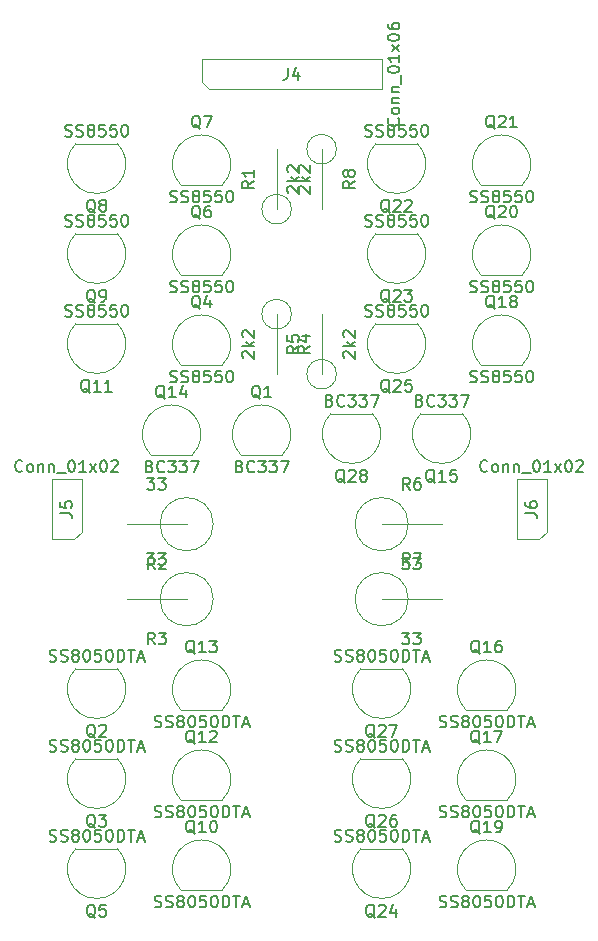
<source format=gbr>
G04 #@! TF.GenerationSoftware,KiCad,Pcbnew,5.0.1-33cea8e~68~ubuntu18.04.1*
G04 #@! TF.CreationDate,2018-11-12T23:59:36+00:00*
G04 #@! TF.ProjectId,h-bridge,682D6272696467652E6B696361645F70,rev?*
G04 #@! TF.SameCoordinates,Original*
G04 #@! TF.FileFunction,Other,Fab,Top*
%FSLAX46Y46*%
G04 Gerber Fmt 4.6, Leading zero omitted, Abs format (unit mm)*
G04 Created by KiCad (PCBNEW 5.0.1-33cea8e~68~ubuntu18.04.1) date Mon 12 Nov 2018 23:59:36 GMT*
%MOMM*%
%LPD*%
G01*
G04 APERTURE LIST*
%ADD10C,0.100000*%
%ADD11C,0.150000*%
G04 APERTURE END LIST*
D10*
G04 #@! TO.C,J5*
X106680000Y-118745000D02*
X106045000Y-119380000D01*
X106680000Y-114300000D02*
X106680000Y-118745000D01*
X104140000Y-114300000D02*
X106680000Y-114300000D01*
X104140000Y-119380000D02*
X104140000Y-114300000D01*
X106045000Y-119380000D02*
X104140000Y-119380000D01*
G04 #@! TO.C,J6*
X145415000Y-119380000D02*
X143510000Y-119380000D01*
X143510000Y-119380000D02*
X143510000Y-114300000D01*
X143510000Y-114300000D02*
X146050000Y-114300000D01*
X146050000Y-114300000D02*
X146050000Y-118745000D01*
X146050000Y-118745000D02*
X145415000Y-119380000D01*
G04 #@! TO.C,J4*
X116840000Y-80645000D02*
X116840000Y-78740000D01*
X116840000Y-78740000D02*
X132080000Y-78740000D01*
X132080000Y-78740000D02*
X132080000Y-81280000D01*
X132080000Y-81280000D02*
X117475000Y-81280000D01*
X117475000Y-81280000D02*
X116840000Y-80645000D01*
G04 #@! TO.C,R1*
X123190000Y-91440000D02*
X123190000Y-86360000D01*
X124440000Y-91440000D02*
G75*
G03X124440000Y-91440000I-1250000J0D01*
G01*
G04 #@! TO.C,R4*
X124440000Y-100330000D02*
G75*
G03X124440000Y-100330000I-1250000J0D01*
G01*
X123190000Y-100330000D02*
X123190000Y-105410000D01*
G04 #@! TO.C,R5*
X127000000Y-105410000D02*
X127000000Y-100330000D01*
X128250000Y-105410000D02*
G75*
G03X128250000Y-105410000I-1250000J0D01*
G01*
G04 #@! TO.C,R8*
X128250000Y-86360000D02*
G75*
G03X128250000Y-86360000I-1250000J0D01*
G01*
X127000000Y-86360000D02*
X127000000Y-91440000D01*
G04 #@! TO.C,Q20*
X140486375Y-97003625D02*
G75*
G02X142240000Y-92770000I1753625J1753625D01*
G01*
X143993625Y-97003625D02*
G75*
G03X142240000Y-92770000I-1753625J1753625D01*
G01*
X140500000Y-97000000D02*
X144000000Y-97000000D01*
G04 #@! TO.C,Q19*
X139230000Y-149070000D02*
X142730000Y-149070000D01*
X142723625Y-149073625D02*
G75*
G03X140970000Y-144840000I-1753625J1753625D01*
G01*
X139216375Y-149073625D02*
G75*
G02X140970000Y-144840000I1753625J1753625D01*
G01*
G04 #@! TO.C,Q21*
X140486375Y-89383625D02*
G75*
G02X142240000Y-85150000I1753625J1753625D01*
G01*
X143993625Y-89383625D02*
G75*
G03X142240000Y-85150000I-1753625J1753625D01*
G01*
X140500000Y-89380000D02*
X144000000Y-89380000D01*
G04 #@! TO.C,Q22*
X135090000Y-85880000D02*
X131590000Y-85880000D01*
X131596375Y-85876375D02*
G75*
G03X133350000Y-90110000I1753625J-1753625D01*
G01*
X135103625Y-85876375D02*
G75*
G02X133350000Y-90110000I-1753625J-1753625D01*
G01*
G04 #@! TO.C,Q23*
X135103625Y-93496375D02*
G75*
G02X133350000Y-97730000I-1753625J-1753625D01*
G01*
X131596375Y-93496375D02*
G75*
G03X133350000Y-97730000I1753625J-1753625D01*
G01*
X135090000Y-93500000D02*
X131590000Y-93500000D01*
G04 #@! TO.C,Q24*
X133820000Y-145570000D02*
X130320000Y-145570000D01*
X130326375Y-145566375D02*
G75*
G03X132080000Y-149800000I1753625J-1753625D01*
G01*
X133833625Y-145566375D02*
G75*
G02X132080000Y-149800000I-1753625J-1753625D01*
G01*
G04 #@! TO.C,Q25*
X135103625Y-101116375D02*
G75*
G02X133350000Y-105350000I-1753625J-1753625D01*
G01*
X131596375Y-101116375D02*
G75*
G03X133350000Y-105350000I1753625J-1753625D01*
G01*
X135090000Y-101120000D02*
X131590000Y-101120000D01*
G04 #@! TO.C,Q26*
X133820000Y-137950000D02*
X130320000Y-137950000D01*
X130326375Y-137946375D02*
G75*
G03X132080000Y-142180000I1753625J-1753625D01*
G01*
X133833625Y-137946375D02*
G75*
G02X132080000Y-142180000I-1753625J-1753625D01*
G01*
G04 #@! TO.C,Q27*
X133833625Y-130326375D02*
G75*
G02X132080000Y-134560000I-1753625J-1753625D01*
G01*
X130326375Y-130326375D02*
G75*
G03X132080000Y-134560000I1753625J-1753625D01*
G01*
X133820000Y-130330000D02*
X130320000Y-130330000D01*
G04 #@! TO.C,Q28*
X131280000Y-108740000D02*
X127780000Y-108740000D01*
X127786375Y-108736375D02*
G75*
G03X129540000Y-112970000I1753625J-1753625D01*
G01*
X131293625Y-108736375D02*
G75*
G02X129540000Y-112970000I-1753625J-1753625D01*
G01*
G04 #@! TO.C,Q10*
X115086375Y-149073625D02*
G75*
G02X116840000Y-144840000I1753625J1753625D01*
G01*
X118593625Y-149073625D02*
G75*
G03X116840000Y-144840000I-1753625J1753625D01*
G01*
X115100000Y-149070000D02*
X118600000Y-149070000D01*
G04 #@! TO.C,Q2*
X109690000Y-130330000D02*
X106190000Y-130330000D01*
X106196375Y-130326375D02*
G75*
G03X107950000Y-134560000I1753625J-1753625D01*
G01*
X109703625Y-130326375D02*
G75*
G02X107950000Y-134560000I-1753625J-1753625D01*
G01*
G04 #@! TO.C,Q3*
X109703625Y-137946375D02*
G75*
G02X107950000Y-142180000I-1753625J-1753625D01*
G01*
X106196375Y-137946375D02*
G75*
G03X107950000Y-142180000I1753625J-1753625D01*
G01*
X109690000Y-137950000D02*
X106190000Y-137950000D01*
G04 #@! TO.C,Q4*
X115100000Y-104620000D02*
X118600000Y-104620000D01*
X118593625Y-104623625D02*
G75*
G03X116840000Y-100390000I-1753625J1753625D01*
G01*
X115086375Y-104623625D02*
G75*
G02X116840000Y-100390000I1753625J1753625D01*
G01*
G04 #@! TO.C,Q17*
X139216375Y-141453625D02*
G75*
G02X140970000Y-137220000I1753625J1753625D01*
G01*
X142723625Y-141453625D02*
G75*
G03X140970000Y-137220000I-1753625J1753625D01*
G01*
X139230000Y-141450000D02*
X142730000Y-141450000D01*
G04 #@! TO.C,Q16*
X139230000Y-133830000D02*
X142730000Y-133830000D01*
X142723625Y-133833625D02*
G75*
G03X140970000Y-129600000I-1753625J1753625D01*
G01*
X139216375Y-133833625D02*
G75*
G02X140970000Y-129600000I1753625J1753625D01*
G01*
G04 #@! TO.C,Q15*
X138913625Y-108736375D02*
G75*
G02X137160000Y-112970000I-1753625J-1753625D01*
G01*
X135406375Y-108736375D02*
G75*
G03X137160000Y-112970000I1753625J-1753625D01*
G01*
X138900000Y-108740000D02*
X135400000Y-108740000D01*
G04 #@! TO.C,Q14*
X112560000Y-112240000D02*
X116060000Y-112240000D01*
X116053625Y-112243625D02*
G75*
G03X114300000Y-108010000I-1753625J1753625D01*
G01*
X112546375Y-112243625D02*
G75*
G02X114300000Y-108010000I1753625J1753625D01*
G01*
G04 #@! TO.C,Q13*
X115086375Y-133833625D02*
G75*
G02X116840000Y-129600000I1753625J1753625D01*
G01*
X118593625Y-133833625D02*
G75*
G03X116840000Y-129600000I-1753625J1753625D01*
G01*
X115100000Y-133830000D02*
X118600000Y-133830000D01*
G04 #@! TO.C,Q12*
X115100000Y-141450000D02*
X118600000Y-141450000D01*
X118593625Y-141453625D02*
G75*
G03X116840000Y-137220000I-1753625J1753625D01*
G01*
X115086375Y-141453625D02*
G75*
G02X116840000Y-137220000I1753625J1753625D01*
G01*
G04 #@! TO.C,Q11*
X109703625Y-101116375D02*
G75*
G02X107950000Y-105350000I-1753625J-1753625D01*
G01*
X106196375Y-101116375D02*
G75*
G03X107950000Y-105350000I1753625J-1753625D01*
G01*
X109690000Y-101120000D02*
X106190000Y-101120000D01*
G04 #@! TO.C,Q1*
X120180000Y-112240000D02*
X123680000Y-112240000D01*
X123673625Y-112243625D02*
G75*
G03X121920000Y-108010000I-1753625J1753625D01*
G01*
X120166375Y-112243625D02*
G75*
G02X121920000Y-108010000I1753625J1753625D01*
G01*
G04 #@! TO.C,Q9*
X109703625Y-93496375D02*
G75*
G02X107950000Y-97730000I-1753625J-1753625D01*
G01*
X106196375Y-93496375D02*
G75*
G03X107950000Y-97730000I1753625J-1753625D01*
G01*
X109690000Y-93500000D02*
X106190000Y-93500000D01*
G04 #@! TO.C,Q8*
X109690000Y-85880000D02*
X106190000Y-85880000D01*
X106196375Y-85876375D02*
G75*
G03X107950000Y-90110000I1753625J-1753625D01*
G01*
X109703625Y-85876375D02*
G75*
G02X107950000Y-90110000I-1753625J-1753625D01*
G01*
G04 #@! TO.C,Q7*
X115086375Y-89383625D02*
G75*
G02X116840000Y-85150000I1753625J1753625D01*
G01*
X118593625Y-89383625D02*
G75*
G03X116840000Y-85150000I-1753625J1753625D01*
G01*
X115100000Y-89380000D02*
X118600000Y-89380000D01*
G04 #@! TO.C,Q6*
X115100000Y-97000000D02*
X118600000Y-97000000D01*
X118593625Y-97003625D02*
G75*
G03X116840000Y-92770000I-1753625J1753625D01*
G01*
X115086375Y-97003625D02*
G75*
G02X116840000Y-92770000I1753625J1753625D01*
G01*
G04 #@! TO.C,Q18*
X140486375Y-104623625D02*
G75*
G02X142240000Y-100390000I1753625J1753625D01*
G01*
X143993625Y-104623625D02*
G75*
G03X142240000Y-100390000I-1753625J1753625D01*
G01*
X140500000Y-104620000D02*
X144000000Y-104620000D01*
G04 #@! TO.C,Q5*
X109690000Y-145570000D02*
X106190000Y-145570000D01*
X106196375Y-145566375D02*
G75*
G03X107950000Y-149800000I1753625J-1753625D01*
G01*
X109703625Y-145566375D02*
G75*
G02X107950000Y-149800000I-1753625J-1753625D01*
G01*
G04 #@! TO.C,R2*
X115570000Y-118110000D02*
X110490000Y-118110000D01*
X117820000Y-118110000D02*
G75*
G03X117820000Y-118110000I-2250000J0D01*
G01*
G04 #@! TO.C,R3*
X117820000Y-124460000D02*
G75*
G03X117820000Y-124460000I-2250000J0D01*
G01*
X115570000Y-124460000D02*
X110490000Y-124460000D01*
G04 #@! TO.C,R6*
X132080000Y-118110000D02*
X137160000Y-118110000D01*
X134330000Y-118110000D02*
G75*
G03X134330000Y-118110000I-2250000J0D01*
G01*
G04 #@! TO.C,R7*
X134330000Y-124460000D02*
G75*
G03X134330000Y-124460000I-2250000J0D01*
G01*
X132080000Y-124460000D02*
X137160000Y-124460000D01*
G04 #@! TD*
G04 #@! TO.C,J5*
D11*
X101671904Y-113597142D02*
X101624285Y-113644761D01*
X101481428Y-113692380D01*
X101386190Y-113692380D01*
X101243333Y-113644761D01*
X101148095Y-113549523D01*
X101100476Y-113454285D01*
X101052857Y-113263809D01*
X101052857Y-113120952D01*
X101100476Y-112930476D01*
X101148095Y-112835238D01*
X101243333Y-112740000D01*
X101386190Y-112692380D01*
X101481428Y-112692380D01*
X101624285Y-112740000D01*
X101671904Y-112787619D01*
X102243333Y-113692380D02*
X102148095Y-113644761D01*
X102100476Y-113597142D01*
X102052857Y-113501904D01*
X102052857Y-113216190D01*
X102100476Y-113120952D01*
X102148095Y-113073333D01*
X102243333Y-113025714D01*
X102386190Y-113025714D01*
X102481428Y-113073333D01*
X102529047Y-113120952D01*
X102576666Y-113216190D01*
X102576666Y-113501904D01*
X102529047Y-113597142D01*
X102481428Y-113644761D01*
X102386190Y-113692380D01*
X102243333Y-113692380D01*
X103005238Y-113025714D02*
X103005238Y-113692380D01*
X103005238Y-113120952D02*
X103052857Y-113073333D01*
X103148095Y-113025714D01*
X103290952Y-113025714D01*
X103386190Y-113073333D01*
X103433809Y-113168571D01*
X103433809Y-113692380D01*
X103910000Y-113025714D02*
X103910000Y-113692380D01*
X103910000Y-113120952D02*
X103957619Y-113073333D01*
X104052857Y-113025714D01*
X104195714Y-113025714D01*
X104290952Y-113073333D01*
X104338571Y-113168571D01*
X104338571Y-113692380D01*
X104576666Y-113787619D02*
X105338571Y-113787619D01*
X105767142Y-112692380D02*
X105862380Y-112692380D01*
X105957619Y-112740000D01*
X106005238Y-112787619D01*
X106052857Y-112882857D01*
X106100476Y-113073333D01*
X106100476Y-113311428D01*
X106052857Y-113501904D01*
X106005238Y-113597142D01*
X105957619Y-113644761D01*
X105862380Y-113692380D01*
X105767142Y-113692380D01*
X105671904Y-113644761D01*
X105624285Y-113597142D01*
X105576666Y-113501904D01*
X105529047Y-113311428D01*
X105529047Y-113073333D01*
X105576666Y-112882857D01*
X105624285Y-112787619D01*
X105671904Y-112740000D01*
X105767142Y-112692380D01*
X107052857Y-113692380D02*
X106481428Y-113692380D01*
X106767142Y-113692380D02*
X106767142Y-112692380D01*
X106671904Y-112835238D01*
X106576666Y-112930476D01*
X106481428Y-112978095D01*
X107386190Y-113692380D02*
X107910000Y-113025714D01*
X107386190Y-113025714D02*
X107910000Y-113692380D01*
X108481428Y-112692380D02*
X108576666Y-112692380D01*
X108671904Y-112740000D01*
X108719523Y-112787619D01*
X108767142Y-112882857D01*
X108814761Y-113073333D01*
X108814761Y-113311428D01*
X108767142Y-113501904D01*
X108719523Y-113597142D01*
X108671904Y-113644761D01*
X108576666Y-113692380D01*
X108481428Y-113692380D01*
X108386190Y-113644761D01*
X108338571Y-113597142D01*
X108290952Y-113501904D01*
X108243333Y-113311428D01*
X108243333Y-113073333D01*
X108290952Y-112882857D01*
X108338571Y-112787619D01*
X108386190Y-112740000D01*
X108481428Y-112692380D01*
X109195714Y-112787619D02*
X109243333Y-112740000D01*
X109338571Y-112692380D01*
X109576666Y-112692380D01*
X109671904Y-112740000D01*
X109719523Y-112787619D01*
X109767142Y-112882857D01*
X109767142Y-112978095D01*
X109719523Y-113120952D01*
X109148095Y-113692380D01*
X109767142Y-113692380D01*
X104862380Y-117173333D02*
X105576666Y-117173333D01*
X105719523Y-117220952D01*
X105814761Y-117316190D01*
X105862380Y-117459047D01*
X105862380Y-117554285D01*
X104862380Y-116220952D02*
X104862380Y-116697142D01*
X105338571Y-116744761D01*
X105290952Y-116697142D01*
X105243333Y-116601904D01*
X105243333Y-116363809D01*
X105290952Y-116268571D01*
X105338571Y-116220952D01*
X105433809Y-116173333D01*
X105671904Y-116173333D01*
X105767142Y-116220952D01*
X105814761Y-116268571D01*
X105862380Y-116363809D01*
X105862380Y-116601904D01*
X105814761Y-116697142D01*
X105767142Y-116744761D01*
G04 #@! TO.C,J6*
X141041904Y-113597142D02*
X140994285Y-113644761D01*
X140851428Y-113692380D01*
X140756190Y-113692380D01*
X140613333Y-113644761D01*
X140518095Y-113549523D01*
X140470476Y-113454285D01*
X140422857Y-113263809D01*
X140422857Y-113120952D01*
X140470476Y-112930476D01*
X140518095Y-112835238D01*
X140613333Y-112740000D01*
X140756190Y-112692380D01*
X140851428Y-112692380D01*
X140994285Y-112740000D01*
X141041904Y-112787619D01*
X141613333Y-113692380D02*
X141518095Y-113644761D01*
X141470476Y-113597142D01*
X141422857Y-113501904D01*
X141422857Y-113216190D01*
X141470476Y-113120952D01*
X141518095Y-113073333D01*
X141613333Y-113025714D01*
X141756190Y-113025714D01*
X141851428Y-113073333D01*
X141899047Y-113120952D01*
X141946666Y-113216190D01*
X141946666Y-113501904D01*
X141899047Y-113597142D01*
X141851428Y-113644761D01*
X141756190Y-113692380D01*
X141613333Y-113692380D01*
X142375238Y-113025714D02*
X142375238Y-113692380D01*
X142375238Y-113120952D02*
X142422857Y-113073333D01*
X142518095Y-113025714D01*
X142660952Y-113025714D01*
X142756190Y-113073333D01*
X142803809Y-113168571D01*
X142803809Y-113692380D01*
X143280000Y-113025714D02*
X143280000Y-113692380D01*
X143280000Y-113120952D02*
X143327619Y-113073333D01*
X143422857Y-113025714D01*
X143565714Y-113025714D01*
X143660952Y-113073333D01*
X143708571Y-113168571D01*
X143708571Y-113692380D01*
X143946666Y-113787619D02*
X144708571Y-113787619D01*
X145137142Y-112692380D02*
X145232380Y-112692380D01*
X145327619Y-112740000D01*
X145375238Y-112787619D01*
X145422857Y-112882857D01*
X145470476Y-113073333D01*
X145470476Y-113311428D01*
X145422857Y-113501904D01*
X145375238Y-113597142D01*
X145327619Y-113644761D01*
X145232380Y-113692380D01*
X145137142Y-113692380D01*
X145041904Y-113644761D01*
X144994285Y-113597142D01*
X144946666Y-113501904D01*
X144899047Y-113311428D01*
X144899047Y-113073333D01*
X144946666Y-112882857D01*
X144994285Y-112787619D01*
X145041904Y-112740000D01*
X145137142Y-112692380D01*
X146422857Y-113692380D02*
X145851428Y-113692380D01*
X146137142Y-113692380D02*
X146137142Y-112692380D01*
X146041904Y-112835238D01*
X145946666Y-112930476D01*
X145851428Y-112978095D01*
X146756190Y-113692380D02*
X147280000Y-113025714D01*
X146756190Y-113025714D02*
X147280000Y-113692380D01*
X147851428Y-112692380D02*
X147946666Y-112692380D01*
X148041904Y-112740000D01*
X148089523Y-112787619D01*
X148137142Y-112882857D01*
X148184761Y-113073333D01*
X148184761Y-113311428D01*
X148137142Y-113501904D01*
X148089523Y-113597142D01*
X148041904Y-113644761D01*
X147946666Y-113692380D01*
X147851428Y-113692380D01*
X147756190Y-113644761D01*
X147708571Y-113597142D01*
X147660952Y-113501904D01*
X147613333Y-113311428D01*
X147613333Y-113073333D01*
X147660952Y-112882857D01*
X147708571Y-112787619D01*
X147756190Y-112740000D01*
X147851428Y-112692380D01*
X148565714Y-112787619D02*
X148613333Y-112740000D01*
X148708571Y-112692380D01*
X148946666Y-112692380D01*
X149041904Y-112740000D01*
X149089523Y-112787619D01*
X149137142Y-112882857D01*
X149137142Y-112978095D01*
X149089523Y-113120952D01*
X148518095Y-113692380D01*
X149137142Y-113692380D01*
X144232380Y-117173333D02*
X144946666Y-117173333D01*
X145089523Y-117220952D01*
X145184761Y-117316190D01*
X145232380Y-117459047D01*
X145232380Y-117554285D01*
X144232380Y-116268571D02*
X144232380Y-116459047D01*
X144280000Y-116554285D01*
X144327619Y-116601904D01*
X144470476Y-116697142D01*
X144660952Y-116744761D01*
X145041904Y-116744761D01*
X145137142Y-116697142D01*
X145184761Y-116649523D01*
X145232380Y-116554285D01*
X145232380Y-116363809D01*
X145184761Y-116268571D01*
X145137142Y-116220952D01*
X145041904Y-116173333D01*
X144803809Y-116173333D01*
X144708571Y-116220952D01*
X144660952Y-116268571D01*
X144613333Y-116363809D01*
X144613333Y-116554285D01*
X144660952Y-116649523D01*
X144708571Y-116697142D01*
X144803809Y-116744761D01*
G04 #@! TO.C,J4*
X133497142Y-83748095D02*
X133544761Y-83795714D01*
X133592380Y-83938571D01*
X133592380Y-84033809D01*
X133544761Y-84176666D01*
X133449523Y-84271904D01*
X133354285Y-84319523D01*
X133163809Y-84367142D01*
X133020952Y-84367142D01*
X132830476Y-84319523D01*
X132735238Y-84271904D01*
X132640000Y-84176666D01*
X132592380Y-84033809D01*
X132592380Y-83938571D01*
X132640000Y-83795714D01*
X132687619Y-83748095D01*
X133592380Y-83176666D02*
X133544761Y-83271904D01*
X133497142Y-83319523D01*
X133401904Y-83367142D01*
X133116190Y-83367142D01*
X133020952Y-83319523D01*
X132973333Y-83271904D01*
X132925714Y-83176666D01*
X132925714Y-83033809D01*
X132973333Y-82938571D01*
X133020952Y-82890952D01*
X133116190Y-82843333D01*
X133401904Y-82843333D01*
X133497142Y-82890952D01*
X133544761Y-82938571D01*
X133592380Y-83033809D01*
X133592380Y-83176666D01*
X132925714Y-82414761D02*
X133592380Y-82414761D01*
X133020952Y-82414761D02*
X132973333Y-82367142D01*
X132925714Y-82271904D01*
X132925714Y-82129047D01*
X132973333Y-82033809D01*
X133068571Y-81986190D01*
X133592380Y-81986190D01*
X132925714Y-81510000D02*
X133592380Y-81510000D01*
X133020952Y-81510000D02*
X132973333Y-81462380D01*
X132925714Y-81367142D01*
X132925714Y-81224285D01*
X132973333Y-81129047D01*
X133068571Y-81081428D01*
X133592380Y-81081428D01*
X133687619Y-80843333D02*
X133687619Y-80081428D01*
X132592380Y-79652857D02*
X132592380Y-79557619D01*
X132640000Y-79462380D01*
X132687619Y-79414761D01*
X132782857Y-79367142D01*
X132973333Y-79319523D01*
X133211428Y-79319523D01*
X133401904Y-79367142D01*
X133497142Y-79414761D01*
X133544761Y-79462380D01*
X133592380Y-79557619D01*
X133592380Y-79652857D01*
X133544761Y-79748095D01*
X133497142Y-79795714D01*
X133401904Y-79843333D01*
X133211428Y-79890952D01*
X132973333Y-79890952D01*
X132782857Y-79843333D01*
X132687619Y-79795714D01*
X132640000Y-79748095D01*
X132592380Y-79652857D01*
X133592380Y-78367142D02*
X133592380Y-78938571D01*
X133592380Y-78652857D02*
X132592380Y-78652857D01*
X132735238Y-78748095D01*
X132830476Y-78843333D01*
X132878095Y-78938571D01*
X133592380Y-78033809D02*
X132925714Y-77510000D01*
X132925714Y-78033809D02*
X133592380Y-77510000D01*
X132592380Y-76938571D02*
X132592380Y-76843333D01*
X132640000Y-76748095D01*
X132687619Y-76700476D01*
X132782857Y-76652857D01*
X132973333Y-76605238D01*
X133211428Y-76605238D01*
X133401904Y-76652857D01*
X133497142Y-76700476D01*
X133544761Y-76748095D01*
X133592380Y-76843333D01*
X133592380Y-76938571D01*
X133544761Y-77033809D01*
X133497142Y-77081428D01*
X133401904Y-77129047D01*
X133211428Y-77176666D01*
X132973333Y-77176666D01*
X132782857Y-77129047D01*
X132687619Y-77081428D01*
X132640000Y-77033809D01*
X132592380Y-76938571D01*
X132592380Y-75748095D02*
X132592380Y-75938571D01*
X132640000Y-76033809D01*
X132687619Y-76081428D01*
X132830476Y-76176666D01*
X133020952Y-76224285D01*
X133401904Y-76224285D01*
X133497142Y-76176666D01*
X133544761Y-76129047D01*
X133592380Y-76033809D01*
X133592380Y-75843333D01*
X133544761Y-75748095D01*
X133497142Y-75700476D01*
X133401904Y-75652857D01*
X133163809Y-75652857D01*
X133068571Y-75700476D01*
X133020952Y-75748095D01*
X132973333Y-75843333D01*
X132973333Y-76033809D01*
X133020952Y-76129047D01*
X133068571Y-76176666D01*
X133163809Y-76224285D01*
X124126666Y-79462380D02*
X124126666Y-80176666D01*
X124079047Y-80319523D01*
X123983809Y-80414761D01*
X123840952Y-80462380D01*
X123745714Y-80462380D01*
X125031428Y-79795714D02*
X125031428Y-80462380D01*
X124793333Y-79414761D02*
X124555238Y-80129047D01*
X125174285Y-80129047D01*
G04 #@! TO.C,R1*
X125107619Y-90066666D02*
X125060000Y-90019047D01*
X125012380Y-89923809D01*
X125012380Y-89685714D01*
X125060000Y-89590476D01*
X125107619Y-89542857D01*
X125202857Y-89495238D01*
X125298095Y-89495238D01*
X125440952Y-89542857D01*
X126012380Y-90114285D01*
X126012380Y-89495238D01*
X126012380Y-89066666D02*
X125012380Y-89066666D01*
X125631428Y-88971428D02*
X126012380Y-88685714D01*
X125345714Y-88685714D02*
X125726666Y-89066666D01*
X125107619Y-88304761D02*
X125060000Y-88257142D01*
X125012380Y-88161904D01*
X125012380Y-87923809D01*
X125060000Y-87828571D01*
X125107619Y-87780952D01*
X125202857Y-87733333D01*
X125298095Y-87733333D01*
X125440952Y-87780952D01*
X126012380Y-88352380D01*
X126012380Y-87733333D01*
X121272380Y-89066666D02*
X120796190Y-89400000D01*
X121272380Y-89638095D02*
X120272380Y-89638095D01*
X120272380Y-89257142D01*
X120320000Y-89161904D01*
X120367619Y-89114285D01*
X120462857Y-89066666D01*
X120605714Y-89066666D01*
X120700952Y-89114285D01*
X120748571Y-89161904D01*
X120796190Y-89257142D01*
X120796190Y-89638095D01*
X121272380Y-88114285D02*
X121272380Y-88685714D01*
X121272380Y-88400000D02*
X120272380Y-88400000D01*
X120415238Y-88495238D01*
X120510476Y-88590476D01*
X120558095Y-88685714D01*
G04 #@! TO.C,R4*
X120367619Y-104036666D02*
X120320000Y-103989047D01*
X120272380Y-103893809D01*
X120272380Y-103655714D01*
X120320000Y-103560476D01*
X120367619Y-103512857D01*
X120462857Y-103465238D01*
X120558095Y-103465238D01*
X120700952Y-103512857D01*
X121272380Y-104084285D01*
X121272380Y-103465238D01*
X121272380Y-103036666D02*
X120272380Y-103036666D01*
X120891428Y-102941428D02*
X121272380Y-102655714D01*
X120605714Y-102655714D02*
X120986666Y-103036666D01*
X120367619Y-102274761D02*
X120320000Y-102227142D01*
X120272380Y-102131904D01*
X120272380Y-101893809D01*
X120320000Y-101798571D01*
X120367619Y-101750952D01*
X120462857Y-101703333D01*
X120558095Y-101703333D01*
X120700952Y-101750952D01*
X121272380Y-102322380D01*
X121272380Y-101703333D01*
X126012380Y-103036666D02*
X125536190Y-103370000D01*
X126012380Y-103608095D02*
X125012380Y-103608095D01*
X125012380Y-103227142D01*
X125060000Y-103131904D01*
X125107619Y-103084285D01*
X125202857Y-103036666D01*
X125345714Y-103036666D01*
X125440952Y-103084285D01*
X125488571Y-103131904D01*
X125536190Y-103227142D01*
X125536190Y-103608095D01*
X125345714Y-102179523D02*
X126012380Y-102179523D01*
X124964761Y-102417619D02*
X125679047Y-102655714D01*
X125679047Y-102036666D01*
G04 #@! TO.C,R5*
X128917619Y-104036666D02*
X128870000Y-103989047D01*
X128822380Y-103893809D01*
X128822380Y-103655714D01*
X128870000Y-103560476D01*
X128917619Y-103512857D01*
X129012857Y-103465238D01*
X129108095Y-103465238D01*
X129250952Y-103512857D01*
X129822380Y-104084285D01*
X129822380Y-103465238D01*
X129822380Y-103036666D02*
X128822380Y-103036666D01*
X129441428Y-102941428D02*
X129822380Y-102655714D01*
X129155714Y-102655714D02*
X129536666Y-103036666D01*
X128917619Y-102274761D02*
X128870000Y-102227142D01*
X128822380Y-102131904D01*
X128822380Y-101893809D01*
X128870000Y-101798571D01*
X128917619Y-101750952D01*
X129012857Y-101703333D01*
X129108095Y-101703333D01*
X129250952Y-101750952D01*
X129822380Y-102322380D01*
X129822380Y-101703333D01*
X125082380Y-103036666D02*
X124606190Y-103370000D01*
X125082380Y-103608095D02*
X124082380Y-103608095D01*
X124082380Y-103227142D01*
X124130000Y-103131904D01*
X124177619Y-103084285D01*
X124272857Y-103036666D01*
X124415714Y-103036666D01*
X124510952Y-103084285D01*
X124558571Y-103131904D01*
X124606190Y-103227142D01*
X124606190Y-103608095D01*
X124082380Y-102131904D02*
X124082380Y-102608095D01*
X124558571Y-102655714D01*
X124510952Y-102608095D01*
X124463333Y-102512857D01*
X124463333Y-102274761D01*
X124510952Y-102179523D01*
X124558571Y-102131904D01*
X124653809Y-102084285D01*
X124891904Y-102084285D01*
X124987142Y-102131904D01*
X125034761Y-102179523D01*
X125082380Y-102274761D01*
X125082380Y-102512857D01*
X125034761Y-102608095D01*
X124987142Y-102655714D01*
G04 #@! TO.C,R8*
X124177619Y-90066666D02*
X124130000Y-90019047D01*
X124082380Y-89923809D01*
X124082380Y-89685714D01*
X124130000Y-89590476D01*
X124177619Y-89542857D01*
X124272857Y-89495238D01*
X124368095Y-89495238D01*
X124510952Y-89542857D01*
X125082380Y-90114285D01*
X125082380Y-89495238D01*
X125082380Y-89066666D02*
X124082380Y-89066666D01*
X124701428Y-88971428D02*
X125082380Y-88685714D01*
X124415714Y-88685714D02*
X124796666Y-89066666D01*
X124177619Y-88304761D02*
X124130000Y-88257142D01*
X124082380Y-88161904D01*
X124082380Y-87923809D01*
X124130000Y-87828571D01*
X124177619Y-87780952D01*
X124272857Y-87733333D01*
X124368095Y-87733333D01*
X124510952Y-87780952D01*
X125082380Y-88352380D01*
X125082380Y-87733333D01*
X129822380Y-89066666D02*
X129346190Y-89400000D01*
X129822380Y-89638095D02*
X128822380Y-89638095D01*
X128822380Y-89257142D01*
X128870000Y-89161904D01*
X128917619Y-89114285D01*
X129012857Y-89066666D01*
X129155714Y-89066666D01*
X129250952Y-89114285D01*
X129298571Y-89161904D01*
X129346190Y-89257142D01*
X129346190Y-89638095D01*
X129250952Y-88495238D02*
X129203333Y-88590476D01*
X129155714Y-88638095D01*
X129060476Y-88685714D01*
X129012857Y-88685714D01*
X128917619Y-88638095D01*
X128870000Y-88590476D01*
X128822380Y-88495238D01*
X128822380Y-88304761D01*
X128870000Y-88209523D01*
X128917619Y-88161904D01*
X129012857Y-88114285D01*
X129060476Y-88114285D01*
X129155714Y-88161904D01*
X129203333Y-88209523D01*
X129250952Y-88304761D01*
X129250952Y-88495238D01*
X129298571Y-88590476D01*
X129346190Y-88638095D01*
X129441428Y-88685714D01*
X129631904Y-88685714D01*
X129727142Y-88638095D01*
X129774761Y-88590476D01*
X129822380Y-88495238D01*
X129822380Y-88304761D01*
X129774761Y-88209523D01*
X129727142Y-88161904D01*
X129631904Y-88114285D01*
X129441428Y-88114285D01*
X129346190Y-88161904D01*
X129298571Y-88209523D01*
X129250952Y-88304761D01*
G04 #@! TO.C,Q20*
X139573333Y-98444761D02*
X139716190Y-98492380D01*
X139954285Y-98492380D01*
X140049523Y-98444761D01*
X140097142Y-98397142D01*
X140144761Y-98301904D01*
X140144761Y-98206666D01*
X140097142Y-98111428D01*
X140049523Y-98063809D01*
X139954285Y-98016190D01*
X139763809Y-97968571D01*
X139668571Y-97920952D01*
X139620952Y-97873333D01*
X139573333Y-97778095D01*
X139573333Y-97682857D01*
X139620952Y-97587619D01*
X139668571Y-97540000D01*
X139763809Y-97492380D01*
X140001904Y-97492380D01*
X140144761Y-97540000D01*
X140525714Y-98444761D02*
X140668571Y-98492380D01*
X140906666Y-98492380D01*
X141001904Y-98444761D01*
X141049523Y-98397142D01*
X141097142Y-98301904D01*
X141097142Y-98206666D01*
X141049523Y-98111428D01*
X141001904Y-98063809D01*
X140906666Y-98016190D01*
X140716190Y-97968571D01*
X140620952Y-97920952D01*
X140573333Y-97873333D01*
X140525714Y-97778095D01*
X140525714Y-97682857D01*
X140573333Y-97587619D01*
X140620952Y-97540000D01*
X140716190Y-97492380D01*
X140954285Y-97492380D01*
X141097142Y-97540000D01*
X141668571Y-97920952D02*
X141573333Y-97873333D01*
X141525714Y-97825714D01*
X141478095Y-97730476D01*
X141478095Y-97682857D01*
X141525714Y-97587619D01*
X141573333Y-97540000D01*
X141668571Y-97492380D01*
X141859047Y-97492380D01*
X141954285Y-97540000D01*
X142001904Y-97587619D01*
X142049523Y-97682857D01*
X142049523Y-97730476D01*
X142001904Y-97825714D01*
X141954285Y-97873333D01*
X141859047Y-97920952D01*
X141668571Y-97920952D01*
X141573333Y-97968571D01*
X141525714Y-98016190D01*
X141478095Y-98111428D01*
X141478095Y-98301904D01*
X141525714Y-98397142D01*
X141573333Y-98444761D01*
X141668571Y-98492380D01*
X141859047Y-98492380D01*
X141954285Y-98444761D01*
X142001904Y-98397142D01*
X142049523Y-98301904D01*
X142049523Y-98111428D01*
X142001904Y-98016190D01*
X141954285Y-97968571D01*
X141859047Y-97920952D01*
X142954285Y-97492380D02*
X142478095Y-97492380D01*
X142430476Y-97968571D01*
X142478095Y-97920952D01*
X142573333Y-97873333D01*
X142811428Y-97873333D01*
X142906666Y-97920952D01*
X142954285Y-97968571D01*
X143001904Y-98063809D01*
X143001904Y-98301904D01*
X142954285Y-98397142D01*
X142906666Y-98444761D01*
X142811428Y-98492380D01*
X142573333Y-98492380D01*
X142478095Y-98444761D01*
X142430476Y-98397142D01*
X143906666Y-97492380D02*
X143430476Y-97492380D01*
X143382857Y-97968571D01*
X143430476Y-97920952D01*
X143525714Y-97873333D01*
X143763809Y-97873333D01*
X143859047Y-97920952D01*
X143906666Y-97968571D01*
X143954285Y-98063809D01*
X143954285Y-98301904D01*
X143906666Y-98397142D01*
X143859047Y-98444761D01*
X143763809Y-98492380D01*
X143525714Y-98492380D01*
X143430476Y-98444761D01*
X143382857Y-98397142D01*
X144573333Y-97492380D02*
X144668571Y-97492380D01*
X144763809Y-97540000D01*
X144811428Y-97587619D01*
X144859047Y-97682857D01*
X144906666Y-97873333D01*
X144906666Y-98111428D01*
X144859047Y-98301904D01*
X144811428Y-98397142D01*
X144763809Y-98444761D01*
X144668571Y-98492380D01*
X144573333Y-98492380D01*
X144478095Y-98444761D01*
X144430476Y-98397142D01*
X144382857Y-98301904D01*
X144335238Y-98111428D01*
X144335238Y-97873333D01*
X144382857Y-97682857D01*
X144430476Y-97587619D01*
X144478095Y-97540000D01*
X144573333Y-97492380D01*
X141668571Y-92237619D02*
X141573333Y-92190000D01*
X141478095Y-92094761D01*
X141335238Y-91951904D01*
X141240000Y-91904285D01*
X141144761Y-91904285D01*
X141192380Y-92142380D02*
X141097142Y-92094761D01*
X141001904Y-91999523D01*
X140954285Y-91809047D01*
X140954285Y-91475714D01*
X141001904Y-91285238D01*
X141097142Y-91190000D01*
X141192380Y-91142380D01*
X141382857Y-91142380D01*
X141478095Y-91190000D01*
X141573333Y-91285238D01*
X141620952Y-91475714D01*
X141620952Y-91809047D01*
X141573333Y-91999523D01*
X141478095Y-92094761D01*
X141382857Y-92142380D01*
X141192380Y-92142380D01*
X142001904Y-91237619D02*
X142049523Y-91190000D01*
X142144761Y-91142380D01*
X142382857Y-91142380D01*
X142478095Y-91190000D01*
X142525714Y-91237619D01*
X142573333Y-91332857D01*
X142573333Y-91428095D01*
X142525714Y-91570952D01*
X141954285Y-92142380D01*
X142573333Y-92142380D01*
X143192380Y-91142380D02*
X143287619Y-91142380D01*
X143382857Y-91190000D01*
X143430476Y-91237619D01*
X143478095Y-91332857D01*
X143525714Y-91523333D01*
X143525714Y-91761428D01*
X143478095Y-91951904D01*
X143430476Y-92047142D01*
X143382857Y-92094761D01*
X143287619Y-92142380D01*
X143192380Y-92142380D01*
X143097142Y-92094761D01*
X143049523Y-92047142D01*
X143001904Y-91951904D01*
X142954285Y-91761428D01*
X142954285Y-91523333D01*
X143001904Y-91332857D01*
X143049523Y-91237619D01*
X143097142Y-91190000D01*
X143192380Y-91142380D01*
G04 #@! TO.C,Q19*
X136993809Y-150514761D02*
X137136666Y-150562380D01*
X137374761Y-150562380D01*
X137470000Y-150514761D01*
X137517619Y-150467142D01*
X137565238Y-150371904D01*
X137565238Y-150276666D01*
X137517619Y-150181428D01*
X137470000Y-150133809D01*
X137374761Y-150086190D01*
X137184285Y-150038571D01*
X137089047Y-149990952D01*
X137041428Y-149943333D01*
X136993809Y-149848095D01*
X136993809Y-149752857D01*
X137041428Y-149657619D01*
X137089047Y-149610000D01*
X137184285Y-149562380D01*
X137422380Y-149562380D01*
X137565238Y-149610000D01*
X137946190Y-150514761D02*
X138089047Y-150562380D01*
X138327142Y-150562380D01*
X138422380Y-150514761D01*
X138470000Y-150467142D01*
X138517619Y-150371904D01*
X138517619Y-150276666D01*
X138470000Y-150181428D01*
X138422380Y-150133809D01*
X138327142Y-150086190D01*
X138136666Y-150038571D01*
X138041428Y-149990952D01*
X137993809Y-149943333D01*
X137946190Y-149848095D01*
X137946190Y-149752857D01*
X137993809Y-149657619D01*
X138041428Y-149610000D01*
X138136666Y-149562380D01*
X138374761Y-149562380D01*
X138517619Y-149610000D01*
X139089047Y-149990952D02*
X138993809Y-149943333D01*
X138946190Y-149895714D01*
X138898571Y-149800476D01*
X138898571Y-149752857D01*
X138946190Y-149657619D01*
X138993809Y-149610000D01*
X139089047Y-149562380D01*
X139279523Y-149562380D01*
X139374761Y-149610000D01*
X139422380Y-149657619D01*
X139470000Y-149752857D01*
X139470000Y-149800476D01*
X139422380Y-149895714D01*
X139374761Y-149943333D01*
X139279523Y-149990952D01*
X139089047Y-149990952D01*
X138993809Y-150038571D01*
X138946190Y-150086190D01*
X138898571Y-150181428D01*
X138898571Y-150371904D01*
X138946190Y-150467142D01*
X138993809Y-150514761D01*
X139089047Y-150562380D01*
X139279523Y-150562380D01*
X139374761Y-150514761D01*
X139422380Y-150467142D01*
X139470000Y-150371904D01*
X139470000Y-150181428D01*
X139422380Y-150086190D01*
X139374761Y-150038571D01*
X139279523Y-149990952D01*
X140089047Y-149562380D02*
X140184285Y-149562380D01*
X140279523Y-149610000D01*
X140327142Y-149657619D01*
X140374761Y-149752857D01*
X140422380Y-149943333D01*
X140422380Y-150181428D01*
X140374761Y-150371904D01*
X140327142Y-150467142D01*
X140279523Y-150514761D01*
X140184285Y-150562380D01*
X140089047Y-150562380D01*
X139993809Y-150514761D01*
X139946190Y-150467142D01*
X139898571Y-150371904D01*
X139850952Y-150181428D01*
X139850952Y-149943333D01*
X139898571Y-149752857D01*
X139946190Y-149657619D01*
X139993809Y-149610000D01*
X140089047Y-149562380D01*
X141327142Y-149562380D02*
X140850952Y-149562380D01*
X140803333Y-150038571D01*
X140850952Y-149990952D01*
X140946190Y-149943333D01*
X141184285Y-149943333D01*
X141279523Y-149990952D01*
X141327142Y-150038571D01*
X141374761Y-150133809D01*
X141374761Y-150371904D01*
X141327142Y-150467142D01*
X141279523Y-150514761D01*
X141184285Y-150562380D01*
X140946190Y-150562380D01*
X140850952Y-150514761D01*
X140803333Y-150467142D01*
X141993809Y-149562380D02*
X142089047Y-149562380D01*
X142184285Y-149610000D01*
X142231904Y-149657619D01*
X142279523Y-149752857D01*
X142327142Y-149943333D01*
X142327142Y-150181428D01*
X142279523Y-150371904D01*
X142231904Y-150467142D01*
X142184285Y-150514761D01*
X142089047Y-150562380D01*
X141993809Y-150562380D01*
X141898571Y-150514761D01*
X141850952Y-150467142D01*
X141803333Y-150371904D01*
X141755714Y-150181428D01*
X141755714Y-149943333D01*
X141803333Y-149752857D01*
X141850952Y-149657619D01*
X141898571Y-149610000D01*
X141993809Y-149562380D01*
X142755714Y-150562380D02*
X142755714Y-149562380D01*
X142993809Y-149562380D01*
X143136666Y-149610000D01*
X143231904Y-149705238D01*
X143279523Y-149800476D01*
X143327142Y-149990952D01*
X143327142Y-150133809D01*
X143279523Y-150324285D01*
X143231904Y-150419523D01*
X143136666Y-150514761D01*
X142993809Y-150562380D01*
X142755714Y-150562380D01*
X143612857Y-149562380D02*
X144184285Y-149562380D01*
X143898571Y-150562380D02*
X143898571Y-149562380D01*
X144470000Y-150276666D02*
X144946190Y-150276666D01*
X144374761Y-150562380D02*
X144708095Y-149562380D01*
X145041428Y-150562380D01*
X140398571Y-144307619D02*
X140303333Y-144260000D01*
X140208095Y-144164761D01*
X140065238Y-144021904D01*
X139970000Y-143974285D01*
X139874761Y-143974285D01*
X139922380Y-144212380D02*
X139827142Y-144164761D01*
X139731904Y-144069523D01*
X139684285Y-143879047D01*
X139684285Y-143545714D01*
X139731904Y-143355238D01*
X139827142Y-143260000D01*
X139922380Y-143212380D01*
X140112857Y-143212380D01*
X140208095Y-143260000D01*
X140303333Y-143355238D01*
X140350952Y-143545714D01*
X140350952Y-143879047D01*
X140303333Y-144069523D01*
X140208095Y-144164761D01*
X140112857Y-144212380D01*
X139922380Y-144212380D01*
X141303333Y-144212380D02*
X140731904Y-144212380D01*
X141017619Y-144212380D02*
X141017619Y-143212380D01*
X140922380Y-143355238D01*
X140827142Y-143450476D01*
X140731904Y-143498095D01*
X141779523Y-144212380D02*
X141970000Y-144212380D01*
X142065238Y-144164761D01*
X142112857Y-144117142D01*
X142208095Y-143974285D01*
X142255714Y-143783809D01*
X142255714Y-143402857D01*
X142208095Y-143307619D01*
X142160476Y-143260000D01*
X142065238Y-143212380D01*
X141874761Y-143212380D01*
X141779523Y-143260000D01*
X141731904Y-143307619D01*
X141684285Y-143402857D01*
X141684285Y-143640952D01*
X141731904Y-143736190D01*
X141779523Y-143783809D01*
X141874761Y-143831428D01*
X142065238Y-143831428D01*
X142160476Y-143783809D01*
X142208095Y-143736190D01*
X142255714Y-143640952D01*
G04 #@! TO.C,Q21*
X139573333Y-90824761D02*
X139716190Y-90872380D01*
X139954285Y-90872380D01*
X140049523Y-90824761D01*
X140097142Y-90777142D01*
X140144761Y-90681904D01*
X140144761Y-90586666D01*
X140097142Y-90491428D01*
X140049523Y-90443809D01*
X139954285Y-90396190D01*
X139763809Y-90348571D01*
X139668571Y-90300952D01*
X139620952Y-90253333D01*
X139573333Y-90158095D01*
X139573333Y-90062857D01*
X139620952Y-89967619D01*
X139668571Y-89920000D01*
X139763809Y-89872380D01*
X140001904Y-89872380D01*
X140144761Y-89920000D01*
X140525714Y-90824761D02*
X140668571Y-90872380D01*
X140906666Y-90872380D01*
X141001904Y-90824761D01*
X141049523Y-90777142D01*
X141097142Y-90681904D01*
X141097142Y-90586666D01*
X141049523Y-90491428D01*
X141001904Y-90443809D01*
X140906666Y-90396190D01*
X140716190Y-90348571D01*
X140620952Y-90300952D01*
X140573333Y-90253333D01*
X140525714Y-90158095D01*
X140525714Y-90062857D01*
X140573333Y-89967619D01*
X140620952Y-89920000D01*
X140716190Y-89872380D01*
X140954285Y-89872380D01*
X141097142Y-89920000D01*
X141668571Y-90300952D02*
X141573333Y-90253333D01*
X141525714Y-90205714D01*
X141478095Y-90110476D01*
X141478095Y-90062857D01*
X141525714Y-89967619D01*
X141573333Y-89920000D01*
X141668571Y-89872380D01*
X141859047Y-89872380D01*
X141954285Y-89920000D01*
X142001904Y-89967619D01*
X142049523Y-90062857D01*
X142049523Y-90110476D01*
X142001904Y-90205714D01*
X141954285Y-90253333D01*
X141859047Y-90300952D01*
X141668571Y-90300952D01*
X141573333Y-90348571D01*
X141525714Y-90396190D01*
X141478095Y-90491428D01*
X141478095Y-90681904D01*
X141525714Y-90777142D01*
X141573333Y-90824761D01*
X141668571Y-90872380D01*
X141859047Y-90872380D01*
X141954285Y-90824761D01*
X142001904Y-90777142D01*
X142049523Y-90681904D01*
X142049523Y-90491428D01*
X142001904Y-90396190D01*
X141954285Y-90348571D01*
X141859047Y-90300952D01*
X142954285Y-89872380D02*
X142478095Y-89872380D01*
X142430476Y-90348571D01*
X142478095Y-90300952D01*
X142573333Y-90253333D01*
X142811428Y-90253333D01*
X142906666Y-90300952D01*
X142954285Y-90348571D01*
X143001904Y-90443809D01*
X143001904Y-90681904D01*
X142954285Y-90777142D01*
X142906666Y-90824761D01*
X142811428Y-90872380D01*
X142573333Y-90872380D01*
X142478095Y-90824761D01*
X142430476Y-90777142D01*
X143906666Y-89872380D02*
X143430476Y-89872380D01*
X143382857Y-90348571D01*
X143430476Y-90300952D01*
X143525714Y-90253333D01*
X143763809Y-90253333D01*
X143859047Y-90300952D01*
X143906666Y-90348571D01*
X143954285Y-90443809D01*
X143954285Y-90681904D01*
X143906666Y-90777142D01*
X143859047Y-90824761D01*
X143763809Y-90872380D01*
X143525714Y-90872380D01*
X143430476Y-90824761D01*
X143382857Y-90777142D01*
X144573333Y-89872380D02*
X144668571Y-89872380D01*
X144763809Y-89920000D01*
X144811428Y-89967619D01*
X144859047Y-90062857D01*
X144906666Y-90253333D01*
X144906666Y-90491428D01*
X144859047Y-90681904D01*
X144811428Y-90777142D01*
X144763809Y-90824761D01*
X144668571Y-90872380D01*
X144573333Y-90872380D01*
X144478095Y-90824761D01*
X144430476Y-90777142D01*
X144382857Y-90681904D01*
X144335238Y-90491428D01*
X144335238Y-90253333D01*
X144382857Y-90062857D01*
X144430476Y-89967619D01*
X144478095Y-89920000D01*
X144573333Y-89872380D01*
X141668571Y-84617619D02*
X141573333Y-84570000D01*
X141478095Y-84474761D01*
X141335238Y-84331904D01*
X141240000Y-84284285D01*
X141144761Y-84284285D01*
X141192380Y-84522380D02*
X141097142Y-84474761D01*
X141001904Y-84379523D01*
X140954285Y-84189047D01*
X140954285Y-83855714D01*
X141001904Y-83665238D01*
X141097142Y-83570000D01*
X141192380Y-83522380D01*
X141382857Y-83522380D01*
X141478095Y-83570000D01*
X141573333Y-83665238D01*
X141620952Y-83855714D01*
X141620952Y-84189047D01*
X141573333Y-84379523D01*
X141478095Y-84474761D01*
X141382857Y-84522380D01*
X141192380Y-84522380D01*
X142001904Y-83617619D02*
X142049523Y-83570000D01*
X142144761Y-83522380D01*
X142382857Y-83522380D01*
X142478095Y-83570000D01*
X142525714Y-83617619D01*
X142573333Y-83712857D01*
X142573333Y-83808095D01*
X142525714Y-83950952D01*
X141954285Y-84522380D01*
X142573333Y-84522380D01*
X143525714Y-84522380D02*
X142954285Y-84522380D01*
X143240000Y-84522380D02*
X143240000Y-83522380D01*
X143144761Y-83665238D01*
X143049523Y-83760476D01*
X142954285Y-83808095D01*
G04 #@! TO.C,Q22*
X130683333Y-85244761D02*
X130826190Y-85292380D01*
X131064285Y-85292380D01*
X131159523Y-85244761D01*
X131207142Y-85197142D01*
X131254761Y-85101904D01*
X131254761Y-85006666D01*
X131207142Y-84911428D01*
X131159523Y-84863809D01*
X131064285Y-84816190D01*
X130873809Y-84768571D01*
X130778571Y-84720952D01*
X130730952Y-84673333D01*
X130683333Y-84578095D01*
X130683333Y-84482857D01*
X130730952Y-84387619D01*
X130778571Y-84340000D01*
X130873809Y-84292380D01*
X131111904Y-84292380D01*
X131254761Y-84340000D01*
X131635714Y-85244761D02*
X131778571Y-85292380D01*
X132016666Y-85292380D01*
X132111904Y-85244761D01*
X132159523Y-85197142D01*
X132207142Y-85101904D01*
X132207142Y-85006666D01*
X132159523Y-84911428D01*
X132111904Y-84863809D01*
X132016666Y-84816190D01*
X131826190Y-84768571D01*
X131730952Y-84720952D01*
X131683333Y-84673333D01*
X131635714Y-84578095D01*
X131635714Y-84482857D01*
X131683333Y-84387619D01*
X131730952Y-84340000D01*
X131826190Y-84292380D01*
X132064285Y-84292380D01*
X132207142Y-84340000D01*
X132778571Y-84720952D02*
X132683333Y-84673333D01*
X132635714Y-84625714D01*
X132588095Y-84530476D01*
X132588095Y-84482857D01*
X132635714Y-84387619D01*
X132683333Y-84340000D01*
X132778571Y-84292380D01*
X132969047Y-84292380D01*
X133064285Y-84340000D01*
X133111904Y-84387619D01*
X133159523Y-84482857D01*
X133159523Y-84530476D01*
X133111904Y-84625714D01*
X133064285Y-84673333D01*
X132969047Y-84720952D01*
X132778571Y-84720952D01*
X132683333Y-84768571D01*
X132635714Y-84816190D01*
X132588095Y-84911428D01*
X132588095Y-85101904D01*
X132635714Y-85197142D01*
X132683333Y-85244761D01*
X132778571Y-85292380D01*
X132969047Y-85292380D01*
X133064285Y-85244761D01*
X133111904Y-85197142D01*
X133159523Y-85101904D01*
X133159523Y-84911428D01*
X133111904Y-84816190D01*
X133064285Y-84768571D01*
X132969047Y-84720952D01*
X134064285Y-84292380D02*
X133588095Y-84292380D01*
X133540476Y-84768571D01*
X133588095Y-84720952D01*
X133683333Y-84673333D01*
X133921428Y-84673333D01*
X134016666Y-84720952D01*
X134064285Y-84768571D01*
X134111904Y-84863809D01*
X134111904Y-85101904D01*
X134064285Y-85197142D01*
X134016666Y-85244761D01*
X133921428Y-85292380D01*
X133683333Y-85292380D01*
X133588095Y-85244761D01*
X133540476Y-85197142D01*
X135016666Y-84292380D02*
X134540476Y-84292380D01*
X134492857Y-84768571D01*
X134540476Y-84720952D01*
X134635714Y-84673333D01*
X134873809Y-84673333D01*
X134969047Y-84720952D01*
X135016666Y-84768571D01*
X135064285Y-84863809D01*
X135064285Y-85101904D01*
X135016666Y-85197142D01*
X134969047Y-85244761D01*
X134873809Y-85292380D01*
X134635714Y-85292380D01*
X134540476Y-85244761D01*
X134492857Y-85197142D01*
X135683333Y-84292380D02*
X135778571Y-84292380D01*
X135873809Y-84340000D01*
X135921428Y-84387619D01*
X135969047Y-84482857D01*
X136016666Y-84673333D01*
X136016666Y-84911428D01*
X135969047Y-85101904D01*
X135921428Y-85197142D01*
X135873809Y-85244761D01*
X135778571Y-85292380D01*
X135683333Y-85292380D01*
X135588095Y-85244761D01*
X135540476Y-85197142D01*
X135492857Y-85101904D01*
X135445238Y-84911428D01*
X135445238Y-84673333D01*
X135492857Y-84482857D01*
X135540476Y-84387619D01*
X135588095Y-84340000D01*
X135683333Y-84292380D01*
X132778571Y-91737619D02*
X132683333Y-91690000D01*
X132588095Y-91594761D01*
X132445238Y-91451904D01*
X132350000Y-91404285D01*
X132254761Y-91404285D01*
X132302380Y-91642380D02*
X132207142Y-91594761D01*
X132111904Y-91499523D01*
X132064285Y-91309047D01*
X132064285Y-90975714D01*
X132111904Y-90785238D01*
X132207142Y-90690000D01*
X132302380Y-90642380D01*
X132492857Y-90642380D01*
X132588095Y-90690000D01*
X132683333Y-90785238D01*
X132730952Y-90975714D01*
X132730952Y-91309047D01*
X132683333Y-91499523D01*
X132588095Y-91594761D01*
X132492857Y-91642380D01*
X132302380Y-91642380D01*
X133111904Y-90737619D02*
X133159523Y-90690000D01*
X133254761Y-90642380D01*
X133492857Y-90642380D01*
X133588095Y-90690000D01*
X133635714Y-90737619D01*
X133683333Y-90832857D01*
X133683333Y-90928095D01*
X133635714Y-91070952D01*
X133064285Y-91642380D01*
X133683333Y-91642380D01*
X134064285Y-90737619D02*
X134111904Y-90690000D01*
X134207142Y-90642380D01*
X134445238Y-90642380D01*
X134540476Y-90690000D01*
X134588095Y-90737619D01*
X134635714Y-90832857D01*
X134635714Y-90928095D01*
X134588095Y-91070952D01*
X134016666Y-91642380D01*
X134635714Y-91642380D01*
G04 #@! TO.C,Q23*
X130683333Y-92864761D02*
X130826190Y-92912380D01*
X131064285Y-92912380D01*
X131159523Y-92864761D01*
X131207142Y-92817142D01*
X131254761Y-92721904D01*
X131254761Y-92626666D01*
X131207142Y-92531428D01*
X131159523Y-92483809D01*
X131064285Y-92436190D01*
X130873809Y-92388571D01*
X130778571Y-92340952D01*
X130730952Y-92293333D01*
X130683333Y-92198095D01*
X130683333Y-92102857D01*
X130730952Y-92007619D01*
X130778571Y-91960000D01*
X130873809Y-91912380D01*
X131111904Y-91912380D01*
X131254761Y-91960000D01*
X131635714Y-92864761D02*
X131778571Y-92912380D01*
X132016666Y-92912380D01*
X132111904Y-92864761D01*
X132159523Y-92817142D01*
X132207142Y-92721904D01*
X132207142Y-92626666D01*
X132159523Y-92531428D01*
X132111904Y-92483809D01*
X132016666Y-92436190D01*
X131826190Y-92388571D01*
X131730952Y-92340952D01*
X131683333Y-92293333D01*
X131635714Y-92198095D01*
X131635714Y-92102857D01*
X131683333Y-92007619D01*
X131730952Y-91960000D01*
X131826190Y-91912380D01*
X132064285Y-91912380D01*
X132207142Y-91960000D01*
X132778571Y-92340952D02*
X132683333Y-92293333D01*
X132635714Y-92245714D01*
X132588095Y-92150476D01*
X132588095Y-92102857D01*
X132635714Y-92007619D01*
X132683333Y-91960000D01*
X132778571Y-91912380D01*
X132969047Y-91912380D01*
X133064285Y-91960000D01*
X133111904Y-92007619D01*
X133159523Y-92102857D01*
X133159523Y-92150476D01*
X133111904Y-92245714D01*
X133064285Y-92293333D01*
X132969047Y-92340952D01*
X132778571Y-92340952D01*
X132683333Y-92388571D01*
X132635714Y-92436190D01*
X132588095Y-92531428D01*
X132588095Y-92721904D01*
X132635714Y-92817142D01*
X132683333Y-92864761D01*
X132778571Y-92912380D01*
X132969047Y-92912380D01*
X133064285Y-92864761D01*
X133111904Y-92817142D01*
X133159523Y-92721904D01*
X133159523Y-92531428D01*
X133111904Y-92436190D01*
X133064285Y-92388571D01*
X132969047Y-92340952D01*
X134064285Y-91912380D02*
X133588095Y-91912380D01*
X133540476Y-92388571D01*
X133588095Y-92340952D01*
X133683333Y-92293333D01*
X133921428Y-92293333D01*
X134016666Y-92340952D01*
X134064285Y-92388571D01*
X134111904Y-92483809D01*
X134111904Y-92721904D01*
X134064285Y-92817142D01*
X134016666Y-92864761D01*
X133921428Y-92912380D01*
X133683333Y-92912380D01*
X133588095Y-92864761D01*
X133540476Y-92817142D01*
X135016666Y-91912380D02*
X134540476Y-91912380D01*
X134492857Y-92388571D01*
X134540476Y-92340952D01*
X134635714Y-92293333D01*
X134873809Y-92293333D01*
X134969047Y-92340952D01*
X135016666Y-92388571D01*
X135064285Y-92483809D01*
X135064285Y-92721904D01*
X135016666Y-92817142D01*
X134969047Y-92864761D01*
X134873809Y-92912380D01*
X134635714Y-92912380D01*
X134540476Y-92864761D01*
X134492857Y-92817142D01*
X135683333Y-91912380D02*
X135778571Y-91912380D01*
X135873809Y-91960000D01*
X135921428Y-92007619D01*
X135969047Y-92102857D01*
X136016666Y-92293333D01*
X136016666Y-92531428D01*
X135969047Y-92721904D01*
X135921428Y-92817142D01*
X135873809Y-92864761D01*
X135778571Y-92912380D01*
X135683333Y-92912380D01*
X135588095Y-92864761D01*
X135540476Y-92817142D01*
X135492857Y-92721904D01*
X135445238Y-92531428D01*
X135445238Y-92293333D01*
X135492857Y-92102857D01*
X135540476Y-92007619D01*
X135588095Y-91960000D01*
X135683333Y-91912380D01*
X132778571Y-99357619D02*
X132683333Y-99310000D01*
X132588095Y-99214761D01*
X132445238Y-99071904D01*
X132350000Y-99024285D01*
X132254761Y-99024285D01*
X132302380Y-99262380D02*
X132207142Y-99214761D01*
X132111904Y-99119523D01*
X132064285Y-98929047D01*
X132064285Y-98595714D01*
X132111904Y-98405238D01*
X132207142Y-98310000D01*
X132302380Y-98262380D01*
X132492857Y-98262380D01*
X132588095Y-98310000D01*
X132683333Y-98405238D01*
X132730952Y-98595714D01*
X132730952Y-98929047D01*
X132683333Y-99119523D01*
X132588095Y-99214761D01*
X132492857Y-99262380D01*
X132302380Y-99262380D01*
X133111904Y-98357619D02*
X133159523Y-98310000D01*
X133254761Y-98262380D01*
X133492857Y-98262380D01*
X133588095Y-98310000D01*
X133635714Y-98357619D01*
X133683333Y-98452857D01*
X133683333Y-98548095D01*
X133635714Y-98690952D01*
X133064285Y-99262380D01*
X133683333Y-99262380D01*
X134016666Y-98262380D02*
X134635714Y-98262380D01*
X134302380Y-98643333D01*
X134445238Y-98643333D01*
X134540476Y-98690952D01*
X134588095Y-98738571D01*
X134635714Y-98833809D01*
X134635714Y-99071904D01*
X134588095Y-99167142D01*
X134540476Y-99214761D01*
X134445238Y-99262380D01*
X134159523Y-99262380D01*
X134064285Y-99214761D01*
X134016666Y-99167142D01*
G04 #@! TO.C,Q24*
X128103809Y-144934761D02*
X128246666Y-144982380D01*
X128484761Y-144982380D01*
X128580000Y-144934761D01*
X128627619Y-144887142D01*
X128675238Y-144791904D01*
X128675238Y-144696666D01*
X128627619Y-144601428D01*
X128580000Y-144553809D01*
X128484761Y-144506190D01*
X128294285Y-144458571D01*
X128199047Y-144410952D01*
X128151428Y-144363333D01*
X128103809Y-144268095D01*
X128103809Y-144172857D01*
X128151428Y-144077619D01*
X128199047Y-144030000D01*
X128294285Y-143982380D01*
X128532380Y-143982380D01*
X128675238Y-144030000D01*
X129056190Y-144934761D02*
X129199047Y-144982380D01*
X129437142Y-144982380D01*
X129532380Y-144934761D01*
X129580000Y-144887142D01*
X129627619Y-144791904D01*
X129627619Y-144696666D01*
X129580000Y-144601428D01*
X129532380Y-144553809D01*
X129437142Y-144506190D01*
X129246666Y-144458571D01*
X129151428Y-144410952D01*
X129103809Y-144363333D01*
X129056190Y-144268095D01*
X129056190Y-144172857D01*
X129103809Y-144077619D01*
X129151428Y-144030000D01*
X129246666Y-143982380D01*
X129484761Y-143982380D01*
X129627619Y-144030000D01*
X130199047Y-144410952D02*
X130103809Y-144363333D01*
X130056190Y-144315714D01*
X130008571Y-144220476D01*
X130008571Y-144172857D01*
X130056190Y-144077619D01*
X130103809Y-144030000D01*
X130199047Y-143982380D01*
X130389523Y-143982380D01*
X130484761Y-144030000D01*
X130532380Y-144077619D01*
X130580000Y-144172857D01*
X130580000Y-144220476D01*
X130532380Y-144315714D01*
X130484761Y-144363333D01*
X130389523Y-144410952D01*
X130199047Y-144410952D01*
X130103809Y-144458571D01*
X130056190Y-144506190D01*
X130008571Y-144601428D01*
X130008571Y-144791904D01*
X130056190Y-144887142D01*
X130103809Y-144934761D01*
X130199047Y-144982380D01*
X130389523Y-144982380D01*
X130484761Y-144934761D01*
X130532380Y-144887142D01*
X130580000Y-144791904D01*
X130580000Y-144601428D01*
X130532380Y-144506190D01*
X130484761Y-144458571D01*
X130389523Y-144410952D01*
X131199047Y-143982380D02*
X131294285Y-143982380D01*
X131389523Y-144030000D01*
X131437142Y-144077619D01*
X131484761Y-144172857D01*
X131532380Y-144363333D01*
X131532380Y-144601428D01*
X131484761Y-144791904D01*
X131437142Y-144887142D01*
X131389523Y-144934761D01*
X131294285Y-144982380D01*
X131199047Y-144982380D01*
X131103809Y-144934761D01*
X131056190Y-144887142D01*
X131008571Y-144791904D01*
X130960952Y-144601428D01*
X130960952Y-144363333D01*
X131008571Y-144172857D01*
X131056190Y-144077619D01*
X131103809Y-144030000D01*
X131199047Y-143982380D01*
X132437142Y-143982380D02*
X131960952Y-143982380D01*
X131913333Y-144458571D01*
X131960952Y-144410952D01*
X132056190Y-144363333D01*
X132294285Y-144363333D01*
X132389523Y-144410952D01*
X132437142Y-144458571D01*
X132484761Y-144553809D01*
X132484761Y-144791904D01*
X132437142Y-144887142D01*
X132389523Y-144934761D01*
X132294285Y-144982380D01*
X132056190Y-144982380D01*
X131960952Y-144934761D01*
X131913333Y-144887142D01*
X133103809Y-143982380D02*
X133199047Y-143982380D01*
X133294285Y-144030000D01*
X133341904Y-144077619D01*
X133389523Y-144172857D01*
X133437142Y-144363333D01*
X133437142Y-144601428D01*
X133389523Y-144791904D01*
X133341904Y-144887142D01*
X133294285Y-144934761D01*
X133199047Y-144982380D01*
X133103809Y-144982380D01*
X133008571Y-144934761D01*
X132960952Y-144887142D01*
X132913333Y-144791904D01*
X132865714Y-144601428D01*
X132865714Y-144363333D01*
X132913333Y-144172857D01*
X132960952Y-144077619D01*
X133008571Y-144030000D01*
X133103809Y-143982380D01*
X133865714Y-144982380D02*
X133865714Y-143982380D01*
X134103809Y-143982380D01*
X134246666Y-144030000D01*
X134341904Y-144125238D01*
X134389523Y-144220476D01*
X134437142Y-144410952D01*
X134437142Y-144553809D01*
X134389523Y-144744285D01*
X134341904Y-144839523D01*
X134246666Y-144934761D01*
X134103809Y-144982380D01*
X133865714Y-144982380D01*
X134722857Y-143982380D02*
X135294285Y-143982380D01*
X135008571Y-144982380D02*
X135008571Y-143982380D01*
X135580000Y-144696666D02*
X136056190Y-144696666D01*
X135484761Y-144982380D02*
X135818095Y-143982380D01*
X136151428Y-144982380D01*
X131508571Y-151427619D02*
X131413333Y-151380000D01*
X131318095Y-151284761D01*
X131175238Y-151141904D01*
X131080000Y-151094285D01*
X130984761Y-151094285D01*
X131032380Y-151332380D02*
X130937142Y-151284761D01*
X130841904Y-151189523D01*
X130794285Y-150999047D01*
X130794285Y-150665714D01*
X130841904Y-150475238D01*
X130937142Y-150380000D01*
X131032380Y-150332380D01*
X131222857Y-150332380D01*
X131318095Y-150380000D01*
X131413333Y-150475238D01*
X131460952Y-150665714D01*
X131460952Y-150999047D01*
X131413333Y-151189523D01*
X131318095Y-151284761D01*
X131222857Y-151332380D01*
X131032380Y-151332380D01*
X131841904Y-150427619D02*
X131889523Y-150380000D01*
X131984761Y-150332380D01*
X132222857Y-150332380D01*
X132318095Y-150380000D01*
X132365714Y-150427619D01*
X132413333Y-150522857D01*
X132413333Y-150618095D01*
X132365714Y-150760952D01*
X131794285Y-151332380D01*
X132413333Y-151332380D01*
X133270476Y-150665714D02*
X133270476Y-151332380D01*
X133032380Y-150284761D02*
X132794285Y-150999047D01*
X133413333Y-150999047D01*
G04 #@! TO.C,Q25*
X130683333Y-100484761D02*
X130826190Y-100532380D01*
X131064285Y-100532380D01*
X131159523Y-100484761D01*
X131207142Y-100437142D01*
X131254761Y-100341904D01*
X131254761Y-100246666D01*
X131207142Y-100151428D01*
X131159523Y-100103809D01*
X131064285Y-100056190D01*
X130873809Y-100008571D01*
X130778571Y-99960952D01*
X130730952Y-99913333D01*
X130683333Y-99818095D01*
X130683333Y-99722857D01*
X130730952Y-99627619D01*
X130778571Y-99580000D01*
X130873809Y-99532380D01*
X131111904Y-99532380D01*
X131254761Y-99580000D01*
X131635714Y-100484761D02*
X131778571Y-100532380D01*
X132016666Y-100532380D01*
X132111904Y-100484761D01*
X132159523Y-100437142D01*
X132207142Y-100341904D01*
X132207142Y-100246666D01*
X132159523Y-100151428D01*
X132111904Y-100103809D01*
X132016666Y-100056190D01*
X131826190Y-100008571D01*
X131730952Y-99960952D01*
X131683333Y-99913333D01*
X131635714Y-99818095D01*
X131635714Y-99722857D01*
X131683333Y-99627619D01*
X131730952Y-99580000D01*
X131826190Y-99532380D01*
X132064285Y-99532380D01*
X132207142Y-99580000D01*
X132778571Y-99960952D02*
X132683333Y-99913333D01*
X132635714Y-99865714D01*
X132588095Y-99770476D01*
X132588095Y-99722857D01*
X132635714Y-99627619D01*
X132683333Y-99580000D01*
X132778571Y-99532380D01*
X132969047Y-99532380D01*
X133064285Y-99580000D01*
X133111904Y-99627619D01*
X133159523Y-99722857D01*
X133159523Y-99770476D01*
X133111904Y-99865714D01*
X133064285Y-99913333D01*
X132969047Y-99960952D01*
X132778571Y-99960952D01*
X132683333Y-100008571D01*
X132635714Y-100056190D01*
X132588095Y-100151428D01*
X132588095Y-100341904D01*
X132635714Y-100437142D01*
X132683333Y-100484761D01*
X132778571Y-100532380D01*
X132969047Y-100532380D01*
X133064285Y-100484761D01*
X133111904Y-100437142D01*
X133159523Y-100341904D01*
X133159523Y-100151428D01*
X133111904Y-100056190D01*
X133064285Y-100008571D01*
X132969047Y-99960952D01*
X134064285Y-99532380D02*
X133588095Y-99532380D01*
X133540476Y-100008571D01*
X133588095Y-99960952D01*
X133683333Y-99913333D01*
X133921428Y-99913333D01*
X134016666Y-99960952D01*
X134064285Y-100008571D01*
X134111904Y-100103809D01*
X134111904Y-100341904D01*
X134064285Y-100437142D01*
X134016666Y-100484761D01*
X133921428Y-100532380D01*
X133683333Y-100532380D01*
X133588095Y-100484761D01*
X133540476Y-100437142D01*
X135016666Y-99532380D02*
X134540476Y-99532380D01*
X134492857Y-100008571D01*
X134540476Y-99960952D01*
X134635714Y-99913333D01*
X134873809Y-99913333D01*
X134969047Y-99960952D01*
X135016666Y-100008571D01*
X135064285Y-100103809D01*
X135064285Y-100341904D01*
X135016666Y-100437142D01*
X134969047Y-100484761D01*
X134873809Y-100532380D01*
X134635714Y-100532380D01*
X134540476Y-100484761D01*
X134492857Y-100437142D01*
X135683333Y-99532380D02*
X135778571Y-99532380D01*
X135873809Y-99580000D01*
X135921428Y-99627619D01*
X135969047Y-99722857D01*
X136016666Y-99913333D01*
X136016666Y-100151428D01*
X135969047Y-100341904D01*
X135921428Y-100437142D01*
X135873809Y-100484761D01*
X135778571Y-100532380D01*
X135683333Y-100532380D01*
X135588095Y-100484761D01*
X135540476Y-100437142D01*
X135492857Y-100341904D01*
X135445238Y-100151428D01*
X135445238Y-99913333D01*
X135492857Y-99722857D01*
X135540476Y-99627619D01*
X135588095Y-99580000D01*
X135683333Y-99532380D01*
X132778571Y-106977619D02*
X132683333Y-106930000D01*
X132588095Y-106834761D01*
X132445238Y-106691904D01*
X132350000Y-106644285D01*
X132254761Y-106644285D01*
X132302380Y-106882380D02*
X132207142Y-106834761D01*
X132111904Y-106739523D01*
X132064285Y-106549047D01*
X132064285Y-106215714D01*
X132111904Y-106025238D01*
X132207142Y-105930000D01*
X132302380Y-105882380D01*
X132492857Y-105882380D01*
X132588095Y-105930000D01*
X132683333Y-106025238D01*
X132730952Y-106215714D01*
X132730952Y-106549047D01*
X132683333Y-106739523D01*
X132588095Y-106834761D01*
X132492857Y-106882380D01*
X132302380Y-106882380D01*
X133111904Y-105977619D02*
X133159523Y-105930000D01*
X133254761Y-105882380D01*
X133492857Y-105882380D01*
X133588095Y-105930000D01*
X133635714Y-105977619D01*
X133683333Y-106072857D01*
X133683333Y-106168095D01*
X133635714Y-106310952D01*
X133064285Y-106882380D01*
X133683333Y-106882380D01*
X134588095Y-105882380D02*
X134111904Y-105882380D01*
X134064285Y-106358571D01*
X134111904Y-106310952D01*
X134207142Y-106263333D01*
X134445238Y-106263333D01*
X134540476Y-106310952D01*
X134588095Y-106358571D01*
X134635714Y-106453809D01*
X134635714Y-106691904D01*
X134588095Y-106787142D01*
X134540476Y-106834761D01*
X134445238Y-106882380D01*
X134207142Y-106882380D01*
X134111904Y-106834761D01*
X134064285Y-106787142D01*
G04 #@! TO.C,Q26*
X128103809Y-137314761D02*
X128246666Y-137362380D01*
X128484761Y-137362380D01*
X128580000Y-137314761D01*
X128627619Y-137267142D01*
X128675238Y-137171904D01*
X128675238Y-137076666D01*
X128627619Y-136981428D01*
X128580000Y-136933809D01*
X128484761Y-136886190D01*
X128294285Y-136838571D01*
X128199047Y-136790952D01*
X128151428Y-136743333D01*
X128103809Y-136648095D01*
X128103809Y-136552857D01*
X128151428Y-136457619D01*
X128199047Y-136410000D01*
X128294285Y-136362380D01*
X128532380Y-136362380D01*
X128675238Y-136410000D01*
X129056190Y-137314761D02*
X129199047Y-137362380D01*
X129437142Y-137362380D01*
X129532380Y-137314761D01*
X129580000Y-137267142D01*
X129627619Y-137171904D01*
X129627619Y-137076666D01*
X129580000Y-136981428D01*
X129532380Y-136933809D01*
X129437142Y-136886190D01*
X129246666Y-136838571D01*
X129151428Y-136790952D01*
X129103809Y-136743333D01*
X129056190Y-136648095D01*
X129056190Y-136552857D01*
X129103809Y-136457619D01*
X129151428Y-136410000D01*
X129246666Y-136362380D01*
X129484761Y-136362380D01*
X129627619Y-136410000D01*
X130199047Y-136790952D02*
X130103809Y-136743333D01*
X130056190Y-136695714D01*
X130008571Y-136600476D01*
X130008571Y-136552857D01*
X130056190Y-136457619D01*
X130103809Y-136410000D01*
X130199047Y-136362380D01*
X130389523Y-136362380D01*
X130484761Y-136410000D01*
X130532380Y-136457619D01*
X130580000Y-136552857D01*
X130580000Y-136600476D01*
X130532380Y-136695714D01*
X130484761Y-136743333D01*
X130389523Y-136790952D01*
X130199047Y-136790952D01*
X130103809Y-136838571D01*
X130056190Y-136886190D01*
X130008571Y-136981428D01*
X130008571Y-137171904D01*
X130056190Y-137267142D01*
X130103809Y-137314761D01*
X130199047Y-137362380D01*
X130389523Y-137362380D01*
X130484761Y-137314761D01*
X130532380Y-137267142D01*
X130580000Y-137171904D01*
X130580000Y-136981428D01*
X130532380Y-136886190D01*
X130484761Y-136838571D01*
X130389523Y-136790952D01*
X131199047Y-136362380D02*
X131294285Y-136362380D01*
X131389523Y-136410000D01*
X131437142Y-136457619D01*
X131484761Y-136552857D01*
X131532380Y-136743333D01*
X131532380Y-136981428D01*
X131484761Y-137171904D01*
X131437142Y-137267142D01*
X131389523Y-137314761D01*
X131294285Y-137362380D01*
X131199047Y-137362380D01*
X131103809Y-137314761D01*
X131056190Y-137267142D01*
X131008571Y-137171904D01*
X130960952Y-136981428D01*
X130960952Y-136743333D01*
X131008571Y-136552857D01*
X131056190Y-136457619D01*
X131103809Y-136410000D01*
X131199047Y-136362380D01*
X132437142Y-136362380D02*
X131960952Y-136362380D01*
X131913333Y-136838571D01*
X131960952Y-136790952D01*
X132056190Y-136743333D01*
X132294285Y-136743333D01*
X132389523Y-136790952D01*
X132437142Y-136838571D01*
X132484761Y-136933809D01*
X132484761Y-137171904D01*
X132437142Y-137267142D01*
X132389523Y-137314761D01*
X132294285Y-137362380D01*
X132056190Y-137362380D01*
X131960952Y-137314761D01*
X131913333Y-137267142D01*
X133103809Y-136362380D02*
X133199047Y-136362380D01*
X133294285Y-136410000D01*
X133341904Y-136457619D01*
X133389523Y-136552857D01*
X133437142Y-136743333D01*
X133437142Y-136981428D01*
X133389523Y-137171904D01*
X133341904Y-137267142D01*
X133294285Y-137314761D01*
X133199047Y-137362380D01*
X133103809Y-137362380D01*
X133008571Y-137314761D01*
X132960952Y-137267142D01*
X132913333Y-137171904D01*
X132865714Y-136981428D01*
X132865714Y-136743333D01*
X132913333Y-136552857D01*
X132960952Y-136457619D01*
X133008571Y-136410000D01*
X133103809Y-136362380D01*
X133865714Y-137362380D02*
X133865714Y-136362380D01*
X134103809Y-136362380D01*
X134246666Y-136410000D01*
X134341904Y-136505238D01*
X134389523Y-136600476D01*
X134437142Y-136790952D01*
X134437142Y-136933809D01*
X134389523Y-137124285D01*
X134341904Y-137219523D01*
X134246666Y-137314761D01*
X134103809Y-137362380D01*
X133865714Y-137362380D01*
X134722857Y-136362380D02*
X135294285Y-136362380D01*
X135008571Y-137362380D02*
X135008571Y-136362380D01*
X135580000Y-137076666D02*
X136056190Y-137076666D01*
X135484761Y-137362380D02*
X135818095Y-136362380D01*
X136151428Y-137362380D01*
X131508571Y-143807619D02*
X131413333Y-143760000D01*
X131318095Y-143664761D01*
X131175238Y-143521904D01*
X131080000Y-143474285D01*
X130984761Y-143474285D01*
X131032380Y-143712380D02*
X130937142Y-143664761D01*
X130841904Y-143569523D01*
X130794285Y-143379047D01*
X130794285Y-143045714D01*
X130841904Y-142855238D01*
X130937142Y-142760000D01*
X131032380Y-142712380D01*
X131222857Y-142712380D01*
X131318095Y-142760000D01*
X131413333Y-142855238D01*
X131460952Y-143045714D01*
X131460952Y-143379047D01*
X131413333Y-143569523D01*
X131318095Y-143664761D01*
X131222857Y-143712380D01*
X131032380Y-143712380D01*
X131841904Y-142807619D02*
X131889523Y-142760000D01*
X131984761Y-142712380D01*
X132222857Y-142712380D01*
X132318095Y-142760000D01*
X132365714Y-142807619D01*
X132413333Y-142902857D01*
X132413333Y-142998095D01*
X132365714Y-143140952D01*
X131794285Y-143712380D01*
X132413333Y-143712380D01*
X133270476Y-142712380D02*
X133080000Y-142712380D01*
X132984761Y-142760000D01*
X132937142Y-142807619D01*
X132841904Y-142950476D01*
X132794285Y-143140952D01*
X132794285Y-143521904D01*
X132841904Y-143617142D01*
X132889523Y-143664761D01*
X132984761Y-143712380D01*
X133175238Y-143712380D01*
X133270476Y-143664761D01*
X133318095Y-143617142D01*
X133365714Y-143521904D01*
X133365714Y-143283809D01*
X133318095Y-143188571D01*
X133270476Y-143140952D01*
X133175238Y-143093333D01*
X132984761Y-143093333D01*
X132889523Y-143140952D01*
X132841904Y-143188571D01*
X132794285Y-143283809D01*
G04 #@! TO.C,Q27*
X128103809Y-129694761D02*
X128246666Y-129742380D01*
X128484761Y-129742380D01*
X128580000Y-129694761D01*
X128627619Y-129647142D01*
X128675238Y-129551904D01*
X128675238Y-129456666D01*
X128627619Y-129361428D01*
X128580000Y-129313809D01*
X128484761Y-129266190D01*
X128294285Y-129218571D01*
X128199047Y-129170952D01*
X128151428Y-129123333D01*
X128103809Y-129028095D01*
X128103809Y-128932857D01*
X128151428Y-128837619D01*
X128199047Y-128790000D01*
X128294285Y-128742380D01*
X128532380Y-128742380D01*
X128675238Y-128790000D01*
X129056190Y-129694761D02*
X129199047Y-129742380D01*
X129437142Y-129742380D01*
X129532380Y-129694761D01*
X129580000Y-129647142D01*
X129627619Y-129551904D01*
X129627619Y-129456666D01*
X129580000Y-129361428D01*
X129532380Y-129313809D01*
X129437142Y-129266190D01*
X129246666Y-129218571D01*
X129151428Y-129170952D01*
X129103809Y-129123333D01*
X129056190Y-129028095D01*
X129056190Y-128932857D01*
X129103809Y-128837619D01*
X129151428Y-128790000D01*
X129246666Y-128742380D01*
X129484761Y-128742380D01*
X129627619Y-128790000D01*
X130199047Y-129170952D02*
X130103809Y-129123333D01*
X130056190Y-129075714D01*
X130008571Y-128980476D01*
X130008571Y-128932857D01*
X130056190Y-128837619D01*
X130103809Y-128790000D01*
X130199047Y-128742380D01*
X130389523Y-128742380D01*
X130484761Y-128790000D01*
X130532380Y-128837619D01*
X130580000Y-128932857D01*
X130580000Y-128980476D01*
X130532380Y-129075714D01*
X130484761Y-129123333D01*
X130389523Y-129170952D01*
X130199047Y-129170952D01*
X130103809Y-129218571D01*
X130056190Y-129266190D01*
X130008571Y-129361428D01*
X130008571Y-129551904D01*
X130056190Y-129647142D01*
X130103809Y-129694761D01*
X130199047Y-129742380D01*
X130389523Y-129742380D01*
X130484761Y-129694761D01*
X130532380Y-129647142D01*
X130580000Y-129551904D01*
X130580000Y-129361428D01*
X130532380Y-129266190D01*
X130484761Y-129218571D01*
X130389523Y-129170952D01*
X131199047Y-128742380D02*
X131294285Y-128742380D01*
X131389523Y-128790000D01*
X131437142Y-128837619D01*
X131484761Y-128932857D01*
X131532380Y-129123333D01*
X131532380Y-129361428D01*
X131484761Y-129551904D01*
X131437142Y-129647142D01*
X131389523Y-129694761D01*
X131294285Y-129742380D01*
X131199047Y-129742380D01*
X131103809Y-129694761D01*
X131056190Y-129647142D01*
X131008571Y-129551904D01*
X130960952Y-129361428D01*
X130960952Y-129123333D01*
X131008571Y-128932857D01*
X131056190Y-128837619D01*
X131103809Y-128790000D01*
X131199047Y-128742380D01*
X132437142Y-128742380D02*
X131960952Y-128742380D01*
X131913333Y-129218571D01*
X131960952Y-129170952D01*
X132056190Y-129123333D01*
X132294285Y-129123333D01*
X132389523Y-129170952D01*
X132437142Y-129218571D01*
X132484761Y-129313809D01*
X132484761Y-129551904D01*
X132437142Y-129647142D01*
X132389523Y-129694761D01*
X132294285Y-129742380D01*
X132056190Y-129742380D01*
X131960952Y-129694761D01*
X131913333Y-129647142D01*
X133103809Y-128742380D02*
X133199047Y-128742380D01*
X133294285Y-128790000D01*
X133341904Y-128837619D01*
X133389523Y-128932857D01*
X133437142Y-129123333D01*
X133437142Y-129361428D01*
X133389523Y-129551904D01*
X133341904Y-129647142D01*
X133294285Y-129694761D01*
X133199047Y-129742380D01*
X133103809Y-129742380D01*
X133008571Y-129694761D01*
X132960952Y-129647142D01*
X132913333Y-129551904D01*
X132865714Y-129361428D01*
X132865714Y-129123333D01*
X132913333Y-128932857D01*
X132960952Y-128837619D01*
X133008571Y-128790000D01*
X133103809Y-128742380D01*
X133865714Y-129742380D02*
X133865714Y-128742380D01*
X134103809Y-128742380D01*
X134246666Y-128790000D01*
X134341904Y-128885238D01*
X134389523Y-128980476D01*
X134437142Y-129170952D01*
X134437142Y-129313809D01*
X134389523Y-129504285D01*
X134341904Y-129599523D01*
X134246666Y-129694761D01*
X134103809Y-129742380D01*
X133865714Y-129742380D01*
X134722857Y-128742380D02*
X135294285Y-128742380D01*
X135008571Y-129742380D02*
X135008571Y-128742380D01*
X135580000Y-129456666D02*
X136056190Y-129456666D01*
X135484761Y-129742380D02*
X135818095Y-128742380D01*
X136151428Y-129742380D01*
X131508571Y-136187619D02*
X131413333Y-136140000D01*
X131318095Y-136044761D01*
X131175238Y-135901904D01*
X131080000Y-135854285D01*
X130984761Y-135854285D01*
X131032380Y-136092380D02*
X130937142Y-136044761D01*
X130841904Y-135949523D01*
X130794285Y-135759047D01*
X130794285Y-135425714D01*
X130841904Y-135235238D01*
X130937142Y-135140000D01*
X131032380Y-135092380D01*
X131222857Y-135092380D01*
X131318095Y-135140000D01*
X131413333Y-135235238D01*
X131460952Y-135425714D01*
X131460952Y-135759047D01*
X131413333Y-135949523D01*
X131318095Y-136044761D01*
X131222857Y-136092380D01*
X131032380Y-136092380D01*
X131841904Y-135187619D02*
X131889523Y-135140000D01*
X131984761Y-135092380D01*
X132222857Y-135092380D01*
X132318095Y-135140000D01*
X132365714Y-135187619D01*
X132413333Y-135282857D01*
X132413333Y-135378095D01*
X132365714Y-135520952D01*
X131794285Y-136092380D01*
X132413333Y-136092380D01*
X132746666Y-135092380D02*
X133413333Y-135092380D01*
X132984761Y-136092380D01*
G04 #@! TO.C,Q28*
X127682857Y-107628571D02*
X127825714Y-107676190D01*
X127873333Y-107723809D01*
X127920952Y-107819047D01*
X127920952Y-107961904D01*
X127873333Y-108057142D01*
X127825714Y-108104761D01*
X127730476Y-108152380D01*
X127349523Y-108152380D01*
X127349523Y-107152380D01*
X127682857Y-107152380D01*
X127778095Y-107200000D01*
X127825714Y-107247619D01*
X127873333Y-107342857D01*
X127873333Y-107438095D01*
X127825714Y-107533333D01*
X127778095Y-107580952D01*
X127682857Y-107628571D01*
X127349523Y-107628571D01*
X128920952Y-108057142D02*
X128873333Y-108104761D01*
X128730476Y-108152380D01*
X128635238Y-108152380D01*
X128492380Y-108104761D01*
X128397142Y-108009523D01*
X128349523Y-107914285D01*
X128301904Y-107723809D01*
X128301904Y-107580952D01*
X128349523Y-107390476D01*
X128397142Y-107295238D01*
X128492380Y-107200000D01*
X128635238Y-107152380D01*
X128730476Y-107152380D01*
X128873333Y-107200000D01*
X128920952Y-107247619D01*
X129254285Y-107152380D02*
X129873333Y-107152380D01*
X129540000Y-107533333D01*
X129682857Y-107533333D01*
X129778095Y-107580952D01*
X129825714Y-107628571D01*
X129873333Y-107723809D01*
X129873333Y-107961904D01*
X129825714Y-108057142D01*
X129778095Y-108104761D01*
X129682857Y-108152380D01*
X129397142Y-108152380D01*
X129301904Y-108104761D01*
X129254285Y-108057142D01*
X130206666Y-107152380D02*
X130825714Y-107152380D01*
X130492380Y-107533333D01*
X130635238Y-107533333D01*
X130730476Y-107580952D01*
X130778095Y-107628571D01*
X130825714Y-107723809D01*
X130825714Y-107961904D01*
X130778095Y-108057142D01*
X130730476Y-108104761D01*
X130635238Y-108152380D01*
X130349523Y-108152380D01*
X130254285Y-108104761D01*
X130206666Y-108057142D01*
X131159047Y-107152380D02*
X131825714Y-107152380D01*
X131397142Y-108152380D01*
X128968571Y-114597619D02*
X128873333Y-114550000D01*
X128778095Y-114454761D01*
X128635238Y-114311904D01*
X128540000Y-114264285D01*
X128444761Y-114264285D01*
X128492380Y-114502380D02*
X128397142Y-114454761D01*
X128301904Y-114359523D01*
X128254285Y-114169047D01*
X128254285Y-113835714D01*
X128301904Y-113645238D01*
X128397142Y-113550000D01*
X128492380Y-113502380D01*
X128682857Y-113502380D01*
X128778095Y-113550000D01*
X128873333Y-113645238D01*
X128920952Y-113835714D01*
X128920952Y-114169047D01*
X128873333Y-114359523D01*
X128778095Y-114454761D01*
X128682857Y-114502380D01*
X128492380Y-114502380D01*
X129301904Y-113597619D02*
X129349523Y-113550000D01*
X129444761Y-113502380D01*
X129682857Y-113502380D01*
X129778095Y-113550000D01*
X129825714Y-113597619D01*
X129873333Y-113692857D01*
X129873333Y-113788095D01*
X129825714Y-113930952D01*
X129254285Y-114502380D01*
X129873333Y-114502380D01*
X130444761Y-113930952D02*
X130349523Y-113883333D01*
X130301904Y-113835714D01*
X130254285Y-113740476D01*
X130254285Y-113692857D01*
X130301904Y-113597619D01*
X130349523Y-113550000D01*
X130444761Y-113502380D01*
X130635238Y-113502380D01*
X130730476Y-113550000D01*
X130778095Y-113597619D01*
X130825714Y-113692857D01*
X130825714Y-113740476D01*
X130778095Y-113835714D01*
X130730476Y-113883333D01*
X130635238Y-113930952D01*
X130444761Y-113930952D01*
X130349523Y-113978571D01*
X130301904Y-114026190D01*
X130254285Y-114121428D01*
X130254285Y-114311904D01*
X130301904Y-114407142D01*
X130349523Y-114454761D01*
X130444761Y-114502380D01*
X130635238Y-114502380D01*
X130730476Y-114454761D01*
X130778095Y-114407142D01*
X130825714Y-114311904D01*
X130825714Y-114121428D01*
X130778095Y-114026190D01*
X130730476Y-113978571D01*
X130635238Y-113930952D01*
G04 #@! TO.C,Q10*
X112863809Y-150514761D02*
X113006666Y-150562380D01*
X113244761Y-150562380D01*
X113340000Y-150514761D01*
X113387619Y-150467142D01*
X113435238Y-150371904D01*
X113435238Y-150276666D01*
X113387619Y-150181428D01*
X113340000Y-150133809D01*
X113244761Y-150086190D01*
X113054285Y-150038571D01*
X112959047Y-149990952D01*
X112911428Y-149943333D01*
X112863809Y-149848095D01*
X112863809Y-149752857D01*
X112911428Y-149657619D01*
X112959047Y-149610000D01*
X113054285Y-149562380D01*
X113292380Y-149562380D01*
X113435238Y-149610000D01*
X113816190Y-150514761D02*
X113959047Y-150562380D01*
X114197142Y-150562380D01*
X114292380Y-150514761D01*
X114340000Y-150467142D01*
X114387619Y-150371904D01*
X114387619Y-150276666D01*
X114340000Y-150181428D01*
X114292380Y-150133809D01*
X114197142Y-150086190D01*
X114006666Y-150038571D01*
X113911428Y-149990952D01*
X113863809Y-149943333D01*
X113816190Y-149848095D01*
X113816190Y-149752857D01*
X113863809Y-149657619D01*
X113911428Y-149610000D01*
X114006666Y-149562380D01*
X114244761Y-149562380D01*
X114387619Y-149610000D01*
X114959047Y-149990952D02*
X114863809Y-149943333D01*
X114816190Y-149895714D01*
X114768571Y-149800476D01*
X114768571Y-149752857D01*
X114816190Y-149657619D01*
X114863809Y-149610000D01*
X114959047Y-149562380D01*
X115149523Y-149562380D01*
X115244761Y-149610000D01*
X115292380Y-149657619D01*
X115340000Y-149752857D01*
X115340000Y-149800476D01*
X115292380Y-149895714D01*
X115244761Y-149943333D01*
X115149523Y-149990952D01*
X114959047Y-149990952D01*
X114863809Y-150038571D01*
X114816190Y-150086190D01*
X114768571Y-150181428D01*
X114768571Y-150371904D01*
X114816190Y-150467142D01*
X114863809Y-150514761D01*
X114959047Y-150562380D01*
X115149523Y-150562380D01*
X115244761Y-150514761D01*
X115292380Y-150467142D01*
X115340000Y-150371904D01*
X115340000Y-150181428D01*
X115292380Y-150086190D01*
X115244761Y-150038571D01*
X115149523Y-149990952D01*
X115959047Y-149562380D02*
X116054285Y-149562380D01*
X116149523Y-149610000D01*
X116197142Y-149657619D01*
X116244761Y-149752857D01*
X116292380Y-149943333D01*
X116292380Y-150181428D01*
X116244761Y-150371904D01*
X116197142Y-150467142D01*
X116149523Y-150514761D01*
X116054285Y-150562380D01*
X115959047Y-150562380D01*
X115863809Y-150514761D01*
X115816190Y-150467142D01*
X115768571Y-150371904D01*
X115720952Y-150181428D01*
X115720952Y-149943333D01*
X115768571Y-149752857D01*
X115816190Y-149657619D01*
X115863809Y-149610000D01*
X115959047Y-149562380D01*
X117197142Y-149562380D02*
X116720952Y-149562380D01*
X116673333Y-150038571D01*
X116720952Y-149990952D01*
X116816190Y-149943333D01*
X117054285Y-149943333D01*
X117149523Y-149990952D01*
X117197142Y-150038571D01*
X117244761Y-150133809D01*
X117244761Y-150371904D01*
X117197142Y-150467142D01*
X117149523Y-150514761D01*
X117054285Y-150562380D01*
X116816190Y-150562380D01*
X116720952Y-150514761D01*
X116673333Y-150467142D01*
X117863809Y-149562380D02*
X117959047Y-149562380D01*
X118054285Y-149610000D01*
X118101904Y-149657619D01*
X118149523Y-149752857D01*
X118197142Y-149943333D01*
X118197142Y-150181428D01*
X118149523Y-150371904D01*
X118101904Y-150467142D01*
X118054285Y-150514761D01*
X117959047Y-150562380D01*
X117863809Y-150562380D01*
X117768571Y-150514761D01*
X117720952Y-150467142D01*
X117673333Y-150371904D01*
X117625714Y-150181428D01*
X117625714Y-149943333D01*
X117673333Y-149752857D01*
X117720952Y-149657619D01*
X117768571Y-149610000D01*
X117863809Y-149562380D01*
X118625714Y-150562380D02*
X118625714Y-149562380D01*
X118863809Y-149562380D01*
X119006666Y-149610000D01*
X119101904Y-149705238D01*
X119149523Y-149800476D01*
X119197142Y-149990952D01*
X119197142Y-150133809D01*
X119149523Y-150324285D01*
X119101904Y-150419523D01*
X119006666Y-150514761D01*
X118863809Y-150562380D01*
X118625714Y-150562380D01*
X119482857Y-149562380D02*
X120054285Y-149562380D01*
X119768571Y-150562380D02*
X119768571Y-149562380D01*
X120340000Y-150276666D02*
X120816190Y-150276666D01*
X120244761Y-150562380D02*
X120578095Y-149562380D01*
X120911428Y-150562380D01*
X116268571Y-144307619D02*
X116173333Y-144260000D01*
X116078095Y-144164761D01*
X115935238Y-144021904D01*
X115840000Y-143974285D01*
X115744761Y-143974285D01*
X115792380Y-144212380D02*
X115697142Y-144164761D01*
X115601904Y-144069523D01*
X115554285Y-143879047D01*
X115554285Y-143545714D01*
X115601904Y-143355238D01*
X115697142Y-143260000D01*
X115792380Y-143212380D01*
X115982857Y-143212380D01*
X116078095Y-143260000D01*
X116173333Y-143355238D01*
X116220952Y-143545714D01*
X116220952Y-143879047D01*
X116173333Y-144069523D01*
X116078095Y-144164761D01*
X115982857Y-144212380D01*
X115792380Y-144212380D01*
X117173333Y-144212380D02*
X116601904Y-144212380D01*
X116887619Y-144212380D02*
X116887619Y-143212380D01*
X116792380Y-143355238D01*
X116697142Y-143450476D01*
X116601904Y-143498095D01*
X117792380Y-143212380D02*
X117887619Y-143212380D01*
X117982857Y-143260000D01*
X118030476Y-143307619D01*
X118078095Y-143402857D01*
X118125714Y-143593333D01*
X118125714Y-143831428D01*
X118078095Y-144021904D01*
X118030476Y-144117142D01*
X117982857Y-144164761D01*
X117887619Y-144212380D01*
X117792380Y-144212380D01*
X117697142Y-144164761D01*
X117649523Y-144117142D01*
X117601904Y-144021904D01*
X117554285Y-143831428D01*
X117554285Y-143593333D01*
X117601904Y-143402857D01*
X117649523Y-143307619D01*
X117697142Y-143260000D01*
X117792380Y-143212380D01*
G04 #@! TO.C,Q2*
X103973809Y-129694761D02*
X104116666Y-129742380D01*
X104354761Y-129742380D01*
X104450000Y-129694761D01*
X104497619Y-129647142D01*
X104545238Y-129551904D01*
X104545238Y-129456666D01*
X104497619Y-129361428D01*
X104450000Y-129313809D01*
X104354761Y-129266190D01*
X104164285Y-129218571D01*
X104069047Y-129170952D01*
X104021428Y-129123333D01*
X103973809Y-129028095D01*
X103973809Y-128932857D01*
X104021428Y-128837619D01*
X104069047Y-128790000D01*
X104164285Y-128742380D01*
X104402380Y-128742380D01*
X104545238Y-128790000D01*
X104926190Y-129694761D02*
X105069047Y-129742380D01*
X105307142Y-129742380D01*
X105402380Y-129694761D01*
X105450000Y-129647142D01*
X105497619Y-129551904D01*
X105497619Y-129456666D01*
X105450000Y-129361428D01*
X105402380Y-129313809D01*
X105307142Y-129266190D01*
X105116666Y-129218571D01*
X105021428Y-129170952D01*
X104973809Y-129123333D01*
X104926190Y-129028095D01*
X104926190Y-128932857D01*
X104973809Y-128837619D01*
X105021428Y-128790000D01*
X105116666Y-128742380D01*
X105354761Y-128742380D01*
X105497619Y-128790000D01*
X106069047Y-129170952D02*
X105973809Y-129123333D01*
X105926190Y-129075714D01*
X105878571Y-128980476D01*
X105878571Y-128932857D01*
X105926190Y-128837619D01*
X105973809Y-128790000D01*
X106069047Y-128742380D01*
X106259523Y-128742380D01*
X106354761Y-128790000D01*
X106402380Y-128837619D01*
X106450000Y-128932857D01*
X106450000Y-128980476D01*
X106402380Y-129075714D01*
X106354761Y-129123333D01*
X106259523Y-129170952D01*
X106069047Y-129170952D01*
X105973809Y-129218571D01*
X105926190Y-129266190D01*
X105878571Y-129361428D01*
X105878571Y-129551904D01*
X105926190Y-129647142D01*
X105973809Y-129694761D01*
X106069047Y-129742380D01*
X106259523Y-129742380D01*
X106354761Y-129694761D01*
X106402380Y-129647142D01*
X106450000Y-129551904D01*
X106450000Y-129361428D01*
X106402380Y-129266190D01*
X106354761Y-129218571D01*
X106259523Y-129170952D01*
X107069047Y-128742380D02*
X107164285Y-128742380D01*
X107259523Y-128790000D01*
X107307142Y-128837619D01*
X107354761Y-128932857D01*
X107402380Y-129123333D01*
X107402380Y-129361428D01*
X107354761Y-129551904D01*
X107307142Y-129647142D01*
X107259523Y-129694761D01*
X107164285Y-129742380D01*
X107069047Y-129742380D01*
X106973809Y-129694761D01*
X106926190Y-129647142D01*
X106878571Y-129551904D01*
X106830952Y-129361428D01*
X106830952Y-129123333D01*
X106878571Y-128932857D01*
X106926190Y-128837619D01*
X106973809Y-128790000D01*
X107069047Y-128742380D01*
X108307142Y-128742380D02*
X107830952Y-128742380D01*
X107783333Y-129218571D01*
X107830952Y-129170952D01*
X107926190Y-129123333D01*
X108164285Y-129123333D01*
X108259523Y-129170952D01*
X108307142Y-129218571D01*
X108354761Y-129313809D01*
X108354761Y-129551904D01*
X108307142Y-129647142D01*
X108259523Y-129694761D01*
X108164285Y-129742380D01*
X107926190Y-129742380D01*
X107830952Y-129694761D01*
X107783333Y-129647142D01*
X108973809Y-128742380D02*
X109069047Y-128742380D01*
X109164285Y-128790000D01*
X109211904Y-128837619D01*
X109259523Y-128932857D01*
X109307142Y-129123333D01*
X109307142Y-129361428D01*
X109259523Y-129551904D01*
X109211904Y-129647142D01*
X109164285Y-129694761D01*
X109069047Y-129742380D01*
X108973809Y-129742380D01*
X108878571Y-129694761D01*
X108830952Y-129647142D01*
X108783333Y-129551904D01*
X108735714Y-129361428D01*
X108735714Y-129123333D01*
X108783333Y-128932857D01*
X108830952Y-128837619D01*
X108878571Y-128790000D01*
X108973809Y-128742380D01*
X109735714Y-129742380D02*
X109735714Y-128742380D01*
X109973809Y-128742380D01*
X110116666Y-128790000D01*
X110211904Y-128885238D01*
X110259523Y-128980476D01*
X110307142Y-129170952D01*
X110307142Y-129313809D01*
X110259523Y-129504285D01*
X110211904Y-129599523D01*
X110116666Y-129694761D01*
X109973809Y-129742380D01*
X109735714Y-129742380D01*
X110592857Y-128742380D02*
X111164285Y-128742380D01*
X110878571Y-129742380D02*
X110878571Y-128742380D01*
X111450000Y-129456666D02*
X111926190Y-129456666D01*
X111354761Y-129742380D02*
X111688095Y-128742380D01*
X112021428Y-129742380D01*
X107854761Y-136187619D02*
X107759523Y-136140000D01*
X107664285Y-136044761D01*
X107521428Y-135901904D01*
X107426190Y-135854285D01*
X107330952Y-135854285D01*
X107378571Y-136092380D02*
X107283333Y-136044761D01*
X107188095Y-135949523D01*
X107140476Y-135759047D01*
X107140476Y-135425714D01*
X107188095Y-135235238D01*
X107283333Y-135140000D01*
X107378571Y-135092380D01*
X107569047Y-135092380D01*
X107664285Y-135140000D01*
X107759523Y-135235238D01*
X107807142Y-135425714D01*
X107807142Y-135759047D01*
X107759523Y-135949523D01*
X107664285Y-136044761D01*
X107569047Y-136092380D01*
X107378571Y-136092380D01*
X108188095Y-135187619D02*
X108235714Y-135140000D01*
X108330952Y-135092380D01*
X108569047Y-135092380D01*
X108664285Y-135140000D01*
X108711904Y-135187619D01*
X108759523Y-135282857D01*
X108759523Y-135378095D01*
X108711904Y-135520952D01*
X108140476Y-136092380D01*
X108759523Y-136092380D01*
G04 #@! TO.C,Q3*
X103973809Y-137314761D02*
X104116666Y-137362380D01*
X104354761Y-137362380D01*
X104450000Y-137314761D01*
X104497619Y-137267142D01*
X104545238Y-137171904D01*
X104545238Y-137076666D01*
X104497619Y-136981428D01*
X104450000Y-136933809D01*
X104354761Y-136886190D01*
X104164285Y-136838571D01*
X104069047Y-136790952D01*
X104021428Y-136743333D01*
X103973809Y-136648095D01*
X103973809Y-136552857D01*
X104021428Y-136457619D01*
X104069047Y-136410000D01*
X104164285Y-136362380D01*
X104402380Y-136362380D01*
X104545238Y-136410000D01*
X104926190Y-137314761D02*
X105069047Y-137362380D01*
X105307142Y-137362380D01*
X105402380Y-137314761D01*
X105450000Y-137267142D01*
X105497619Y-137171904D01*
X105497619Y-137076666D01*
X105450000Y-136981428D01*
X105402380Y-136933809D01*
X105307142Y-136886190D01*
X105116666Y-136838571D01*
X105021428Y-136790952D01*
X104973809Y-136743333D01*
X104926190Y-136648095D01*
X104926190Y-136552857D01*
X104973809Y-136457619D01*
X105021428Y-136410000D01*
X105116666Y-136362380D01*
X105354761Y-136362380D01*
X105497619Y-136410000D01*
X106069047Y-136790952D02*
X105973809Y-136743333D01*
X105926190Y-136695714D01*
X105878571Y-136600476D01*
X105878571Y-136552857D01*
X105926190Y-136457619D01*
X105973809Y-136410000D01*
X106069047Y-136362380D01*
X106259523Y-136362380D01*
X106354761Y-136410000D01*
X106402380Y-136457619D01*
X106450000Y-136552857D01*
X106450000Y-136600476D01*
X106402380Y-136695714D01*
X106354761Y-136743333D01*
X106259523Y-136790952D01*
X106069047Y-136790952D01*
X105973809Y-136838571D01*
X105926190Y-136886190D01*
X105878571Y-136981428D01*
X105878571Y-137171904D01*
X105926190Y-137267142D01*
X105973809Y-137314761D01*
X106069047Y-137362380D01*
X106259523Y-137362380D01*
X106354761Y-137314761D01*
X106402380Y-137267142D01*
X106450000Y-137171904D01*
X106450000Y-136981428D01*
X106402380Y-136886190D01*
X106354761Y-136838571D01*
X106259523Y-136790952D01*
X107069047Y-136362380D02*
X107164285Y-136362380D01*
X107259523Y-136410000D01*
X107307142Y-136457619D01*
X107354761Y-136552857D01*
X107402380Y-136743333D01*
X107402380Y-136981428D01*
X107354761Y-137171904D01*
X107307142Y-137267142D01*
X107259523Y-137314761D01*
X107164285Y-137362380D01*
X107069047Y-137362380D01*
X106973809Y-137314761D01*
X106926190Y-137267142D01*
X106878571Y-137171904D01*
X106830952Y-136981428D01*
X106830952Y-136743333D01*
X106878571Y-136552857D01*
X106926190Y-136457619D01*
X106973809Y-136410000D01*
X107069047Y-136362380D01*
X108307142Y-136362380D02*
X107830952Y-136362380D01*
X107783333Y-136838571D01*
X107830952Y-136790952D01*
X107926190Y-136743333D01*
X108164285Y-136743333D01*
X108259523Y-136790952D01*
X108307142Y-136838571D01*
X108354761Y-136933809D01*
X108354761Y-137171904D01*
X108307142Y-137267142D01*
X108259523Y-137314761D01*
X108164285Y-137362380D01*
X107926190Y-137362380D01*
X107830952Y-137314761D01*
X107783333Y-137267142D01*
X108973809Y-136362380D02*
X109069047Y-136362380D01*
X109164285Y-136410000D01*
X109211904Y-136457619D01*
X109259523Y-136552857D01*
X109307142Y-136743333D01*
X109307142Y-136981428D01*
X109259523Y-137171904D01*
X109211904Y-137267142D01*
X109164285Y-137314761D01*
X109069047Y-137362380D01*
X108973809Y-137362380D01*
X108878571Y-137314761D01*
X108830952Y-137267142D01*
X108783333Y-137171904D01*
X108735714Y-136981428D01*
X108735714Y-136743333D01*
X108783333Y-136552857D01*
X108830952Y-136457619D01*
X108878571Y-136410000D01*
X108973809Y-136362380D01*
X109735714Y-137362380D02*
X109735714Y-136362380D01*
X109973809Y-136362380D01*
X110116666Y-136410000D01*
X110211904Y-136505238D01*
X110259523Y-136600476D01*
X110307142Y-136790952D01*
X110307142Y-136933809D01*
X110259523Y-137124285D01*
X110211904Y-137219523D01*
X110116666Y-137314761D01*
X109973809Y-137362380D01*
X109735714Y-137362380D01*
X110592857Y-136362380D02*
X111164285Y-136362380D01*
X110878571Y-137362380D02*
X110878571Y-136362380D01*
X111450000Y-137076666D02*
X111926190Y-137076666D01*
X111354761Y-137362380D02*
X111688095Y-136362380D01*
X112021428Y-137362380D01*
X107854761Y-143807619D02*
X107759523Y-143760000D01*
X107664285Y-143664761D01*
X107521428Y-143521904D01*
X107426190Y-143474285D01*
X107330952Y-143474285D01*
X107378571Y-143712380D02*
X107283333Y-143664761D01*
X107188095Y-143569523D01*
X107140476Y-143379047D01*
X107140476Y-143045714D01*
X107188095Y-142855238D01*
X107283333Y-142760000D01*
X107378571Y-142712380D01*
X107569047Y-142712380D01*
X107664285Y-142760000D01*
X107759523Y-142855238D01*
X107807142Y-143045714D01*
X107807142Y-143379047D01*
X107759523Y-143569523D01*
X107664285Y-143664761D01*
X107569047Y-143712380D01*
X107378571Y-143712380D01*
X108140476Y-142712380D02*
X108759523Y-142712380D01*
X108426190Y-143093333D01*
X108569047Y-143093333D01*
X108664285Y-143140952D01*
X108711904Y-143188571D01*
X108759523Y-143283809D01*
X108759523Y-143521904D01*
X108711904Y-143617142D01*
X108664285Y-143664761D01*
X108569047Y-143712380D01*
X108283333Y-143712380D01*
X108188095Y-143664761D01*
X108140476Y-143617142D01*
G04 #@! TO.C,Q4*
X114173333Y-106064761D02*
X114316190Y-106112380D01*
X114554285Y-106112380D01*
X114649523Y-106064761D01*
X114697142Y-106017142D01*
X114744761Y-105921904D01*
X114744761Y-105826666D01*
X114697142Y-105731428D01*
X114649523Y-105683809D01*
X114554285Y-105636190D01*
X114363809Y-105588571D01*
X114268571Y-105540952D01*
X114220952Y-105493333D01*
X114173333Y-105398095D01*
X114173333Y-105302857D01*
X114220952Y-105207619D01*
X114268571Y-105160000D01*
X114363809Y-105112380D01*
X114601904Y-105112380D01*
X114744761Y-105160000D01*
X115125714Y-106064761D02*
X115268571Y-106112380D01*
X115506666Y-106112380D01*
X115601904Y-106064761D01*
X115649523Y-106017142D01*
X115697142Y-105921904D01*
X115697142Y-105826666D01*
X115649523Y-105731428D01*
X115601904Y-105683809D01*
X115506666Y-105636190D01*
X115316190Y-105588571D01*
X115220952Y-105540952D01*
X115173333Y-105493333D01*
X115125714Y-105398095D01*
X115125714Y-105302857D01*
X115173333Y-105207619D01*
X115220952Y-105160000D01*
X115316190Y-105112380D01*
X115554285Y-105112380D01*
X115697142Y-105160000D01*
X116268571Y-105540952D02*
X116173333Y-105493333D01*
X116125714Y-105445714D01*
X116078095Y-105350476D01*
X116078095Y-105302857D01*
X116125714Y-105207619D01*
X116173333Y-105160000D01*
X116268571Y-105112380D01*
X116459047Y-105112380D01*
X116554285Y-105160000D01*
X116601904Y-105207619D01*
X116649523Y-105302857D01*
X116649523Y-105350476D01*
X116601904Y-105445714D01*
X116554285Y-105493333D01*
X116459047Y-105540952D01*
X116268571Y-105540952D01*
X116173333Y-105588571D01*
X116125714Y-105636190D01*
X116078095Y-105731428D01*
X116078095Y-105921904D01*
X116125714Y-106017142D01*
X116173333Y-106064761D01*
X116268571Y-106112380D01*
X116459047Y-106112380D01*
X116554285Y-106064761D01*
X116601904Y-106017142D01*
X116649523Y-105921904D01*
X116649523Y-105731428D01*
X116601904Y-105636190D01*
X116554285Y-105588571D01*
X116459047Y-105540952D01*
X117554285Y-105112380D02*
X117078095Y-105112380D01*
X117030476Y-105588571D01*
X117078095Y-105540952D01*
X117173333Y-105493333D01*
X117411428Y-105493333D01*
X117506666Y-105540952D01*
X117554285Y-105588571D01*
X117601904Y-105683809D01*
X117601904Y-105921904D01*
X117554285Y-106017142D01*
X117506666Y-106064761D01*
X117411428Y-106112380D01*
X117173333Y-106112380D01*
X117078095Y-106064761D01*
X117030476Y-106017142D01*
X118506666Y-105112380D02*
X118030476Y-105112380D01*
X117982857Y-105588571D01*
X118030476Y-105540952D01*
X118125714Y-105493333D01*
X118363809Y-105493333D01*
X118459047Y-105540952D01*
X118506666Y-105588571D01*
X118554285Y-105683809D01*
X118554285Y-105921904D01*
X118506666Y-106017142D01*
X118459047Y-106064761D01*
X118363809Y-106112380D01*
X118125714Y-106112380D01*
X118030476Y-106064761D01*
X117982857Y-106017142D01*
X119173333Y-105112380D02*
X119268571Y-105112380D01*
X119363809Y-105160000D01*
X119411428Y-105207619D01*
X119459047Y-105302857D01*
X119506666Y-105493333D01*
X119506666Y-105731428D01*
X119459047Y-105921904D01*
X119411428Y-106017142D01*
X119363809Y-106064761D01*
X119268571Y-106112380D01*
X119173333Y-106112380D01*
X119078095Y-106064761D01*
X119030476Y-106017142D01*
X118982857Y-105921904D01*
X118935238Y-105731428D01*
X118935238Y-105493333D01*
X118982857Y-105302857D01*
X119030476Y-105207619D01*
X119078095Y-105160000D01*
X119173333Y-105112380D01*
X116744761Y-99857619D02*
X116649523Y-99810000D01*
X116554285Y-99714761D01*
X116411428Y-99571904D01*
X116316190Y-99524285D01*
X116220952Y-99524285D01*
X116268571Y-99762380D02*
X116173333Y-99714761D01*
X116078095Y-99619523D01*
X116030476Y-99429047D01*
X116030476Y-99095714D01*
X116078095Y-98905238D01*
X116173333Y-98810000D01*
X116268571Y-98762380D01*
X116459047Y-98762380D01*
X116554285Y-98810000D01*
X116649523Y-98905238D01*
X116697142Y-99095714D01*
X116697142Y-99429047D01*
X116649523Y-99619523D01*
X116554285Y-99714761D01*
X116459047Y-99762380D01*
X116268571Y-99762380D01*
X117554285Y-99095714D02*
X117554285Y-99762380D01*
X117316190Y-98714761D02*
X117078095Y-99429047D01*
X117697142Y-99429047D01*
G04 #@! TO.C,Q17*
X136993809Y-142894761D02*
X137136666Y-142942380D01*
X137374761Y-142942380D01*
X137470000Y-142894761D01*
X137517619Y-142847142D01*
X137565238Y-142751904D01*
X137565238Y-142656666D01*
X137517619Y-142561428D01*
X137470000Y-142513809D01*
X137374761Y-142466190D01*
X137184285Y-142418571D01*
X137089047Y-142370952D01*
X137041428Y-142323333D01*
X136993809Y-142228095D01*
X136993809Y-142132857D01*
X137041428Y-142037619D01*
X137089047Y-141990000D01*
X137184285Y-141942380D01*
X137422380Y-141942380D01*
X137565238Y-141990000D01*
X137946190Y-142894761D02*
X138089047Y-142942380D01*
X138327142Y-142942380D01*
X138422380Y-142894761D01*
X138470000Y-142847142D01*
X138517619Y-142751904D01*
X138517619Y-142656666D01*
X138470000Y-142561428D01*
X138422380Y-142513809D01*
X138327142Y-142466190D01*
X138136666Y-142418571D01*
X138041428Y-142370952D01*
X137993809Y-142323333D01*
X137946190Y-142228095D01*
X137946190Y-142132857D01*
X137993809Y-142037619D01*
X138041428Y-141990000D01*
X138136666Y-141942380D01*
X138374761Y-141942380D01*
X138517619Y-141990000D01*
X139089047Y-142370952D02*
X138993809Y-142323333D01*
X138946190Y-142275714D01*
X138898571Y-142180476D01*
X138898571Y-142132857D01*
X138946190Y-142037619D01*
X138993809Y-141990000D01*
X139089047Y-141942380D01*
X139279523Y-141942380D01*
X139374761Y-141990000D01*
X139422380Y-142037619D01*
X139470000Y-142132857D01*
X139470000Y-142180476D01*
X139422380Y-142275714D01*
X139374761Y-142323333D01*
X139279523Y-142370952D01*
X139089047Y-142370952D01*
X138993809Y-142418571D01*
X138946190Y-142466190D01*
X138898571Y-142561428D01*
X138898571Y-142751904D01*
X138946190Y-142847142D01*
X138993809Y-142894761D01*
X139089047Y-142942380D01*
X139279523Y-142942380D01*
X139374761Y-142894761D01*
X139422380Y-142847142D01*
X139470000Y-142751904D01*
X139470000Y-142561428D01*
X139422380Y-142466190D01*
X139374761Y-142418571D01*
X139279523Y-142370952D01*
X140089047Y-141942380D02*
X140184285Y-141942380D01*
X140279523Y-141990000D01*
X140327142Y-142037619D01*
X140374761Y-142132857D01*
X140422380Y-142323333D01*
X140422380Y-142561428D01*
X140374761Y-142751904D01*
X140327142Y-142847142D01*
X140279523Y-142894761D01*
X140184285Y-142942380D01*
X140089047Y-142942380D01*
X139993809Y-142894761D01*
X139946190Y-142847142D01*
X139898571Y-142751904D01*
X139850952Y-142561428D01*
X139850952Y-142323333D01*
X139898571Y-142132857D01*
X139946190Y-142037619D01*
X139993809Y-141990000D01*
X140089047Y-141942380D01*
X141327142Y-141942380D02*
X140850952Y-141942380D01*
X140803333Y-142418571D01*
X140850952Y-142370952D01*
X140946190Y-142323333D01*
X141184285Y-142323333D01*
X141279523Y-142370952D01*
X141327142Y-142418571D01*
X141374761Y-142513809D01*
X141374761Y-142751904D01*
X141327142Y-142847142D01*
X141279523Y-142894761D01*
X141184285Y-142942380D01*
X140946190Y-142942380D01*
X140850952Y-142894761D01*
X140803333Y-142847142D01*
X141993809Y-141942380D02*
X142089047Y-141942380D01*
X142184285Y-141990000D01*
X142231904Y-142037619D01*
X142279523Y-142132857D01*
X142327142Y-142323333D01*
X142327142Y-142561428D01*
X142279523Y-142751904D01*
X142231904Y-142847142D01*
X142184285Y-142894761D01*
X142089047Y-142942380D01*
X141993809Y-142942380D01*
X141898571Y-142894761D01*
X141850952Y-142847142D01*
X141803333Y-142751904D01*
X141755714Y-142561428D01*
X141755714Y-142323333D01*
X141803333Y-142132857D01*
X141850952Y-142037619D01*
X141898571Y-141990000D01*
X141993809Y-141942380D01*
X142755714Y-142942380D02*
X142755714Y-141942380D01*
X142993809Y-141942380D01*
X143136666Y-141990000D01*
X143231904Y-142085238D01*
X143279523Y-142180476D01*
X143327142Y-142370952D01*
X143327142Y-142513809D01*
X143279523Y-142704285D01*
X143231904Y-142799523D01*
X143136666Y-142894761D01*
X142993809Y-142942380D01*
X142755714Y-142942380D01*
X143612857Y-141942380D02*
X144184285Y-141942380D01*
X143898571Y-142942380D02*
X143898571Y-141942380D01*
X144470000Y-142656666D02*
X144946190Y-142656666D01*
X144374761Y-142942380D02*
X144708095Y-141942380D01*
X145041428Y-142942380D01*
X140398571Y-136687619D02*
X140303333Y-136640000D01*
X140208095Y-136544761D01*
X140065238Y-136401904D01*
X139970000Y-136354285D01*
X139874761Y-136354285D01*
X139922380Y-136592380D02*
X139827142Y-136544761D01*
X139731904Y-136449523D01*
X139684285Y-136259047D01*
X139684285Y-135925714D01*
X139731904Y-135735238D01*
X139827142Y-135640000D01*
X139922380Y-135592380D01*
X140112857Y-135592380D01*
X140208095Y-135640000D01*
X140303333Y-135735238D01*
X140350952Y-135925714D01*
X140350952Y-136259047D01*
X140303333Y-136449523D01*
X140208095Y-136544761D01*
X140112857Y-136592380D01*
X139922380Y-136592380D01*
X141303333Y-136592380D02*
X140731904Y-136592380D01*
X141017619Y-136592380D02*
X141017619Y-135592380D01*
X140922380Y-135735238D01*
X140827142Y-135830476D01*
X140731904Y-135878095D01*
X141636666Y-135592380D02*
X142303333Y-135592380D01*
X141874761Y-136592380D01*
G04 #@! TO.C,Q16*
X136993809Y-135274761D02*
X137136666Y-135322380D01*
X137374761Y-135322380D01*
X137470000Y-135274761D01*
X137517619Y-135227142D01*
X137565238Y-135131904D01*
X137565238Y-135036666D01*
X137517619Y-134941428D01*
X137470000Y-134893809D01*
X137374761Y-134846190D01*
X137184285Y-134798571D01*
X137089047Y-134750952D01*
X137041428Y-134703333D01*
X136993809Y-134608095D01*
X136993809Y-134512857D01*
X137041428Y-134417619D01*
X137089047Y-134370000D01*
X137184285Y-134322380D01*
X137422380Y-134322380D01*
X137565238Y-134370000D01*
X137946190Y-135274761D02*
X138089047Y-135322380D01*
X138327142Y-135322380D01*
X138422380Y-135274761D01*
X138470000Y-135227142D01*
X138517619Y-135131904D01*
X138517619Y-135036666D01*
X138470000Y-134941428D01*
X138422380Y-134893809D01*
X138327142Y-134846190D01*
X138136666Y-134798571D01*
X138041428Y-134750952D01*
X137993809Y-134703333D01*
X137946190Y-134608095D01*
X137946190Y-134512857D01*
X137993809Y-134417619D01*
X138041428Y-134370000D01*
X138136666Y-134322380D01*
X138374761Y-134322380D01*
X138517619Y-134370000D01*
X139089047Y-134750952D02*
X138993809Y-134703333D01*
X138946190Y-134655714D01*
X138898571Y-134560476D01*
X138898571Y-134512857D01*
X138946190Y-134417619D01*
X138993809Y-134370000D01*
X139089047Y-134322380D01*
X139279523Y-134322380D01*
X139374761Y-134370000D01*
X139422380Y-134417619D01*
X139470000Y-134512857D01*
X139470000Y-134560476D01*
X139422380Y-134655714D01*
X139374761Y-134703333D01*
X139279523Y-134750952D01*
X139089047Y-134750952D01*
X138993809Y-134798571D01*
X138946190Y-134846190D01*
X138898571Y-134941428D01*
X138898571Y-135131904D01*
X138946190Y-135227142D01*
X138993809Y-135274761D01*
X139089047Y-135322380D01*
X139279523Y-135322380D01*
X139374761Y-135274761D01*
X139422380Y-135227142D01*
X139470000Y-135131904D01*
X139470000Y-134941428D01*
X139422380Y-134846190D01*
X139374761Y-134798571D01*
X139279523Y-134750952D01*
X140089047Y-134322380D02*
X140184285Y-134322380D01*
X140279523Y-134370000D01*
X140327142Y-134417619D01*
X140374761Y-134512857D01*
X140422380Y-134703333D01*
X140422380Y-134941428D01*
X140374761Y-135131904D01*
X140327142Y-135227142D01*
X140279523Y-135274761D01*
X140184285Y-135322380D01*
X140089047Y-135322380D01*
X139993809Y-135274761D01*
X139946190Y-135227142D01*
X139898571Y-135131904D01*
X139850952Y-134941428D01*
X139850952Y-134703333D01*
X139898571Y-134512857D01*
X139946190Y-134417619D01*
X139993809Y-134370000D01*
X140089047Y-134322380D01*
X141327142Y-134322380D02*
X140850952Y-134322380D01*
X140803333Y-134798571D01*
X140850952Y-134750952D01*
X140946190Y-134703333D01*
X141184285Y-134703333D01*
X141279523Y-134750952D01*
X141327142Y-134798571D01*
X141374761Y-134893809D01*
X141374761Y-135131904D01*
X141327142Y-135227142D01*
X141279523Y-135274761D01*
X141184285Y-135322380D01*
X140946190Y-135322380D01*
X140850952Y-135274761D01*
X140803333Y-135227142D01*
X141993809Y-134322380D02*
X142089047Y-134322380D01*
X142184285Y-134370000D01*
X142231904Y-134417619D01*
X142279523Y-134512857D01*
X142327142Y-134703333D01*
X142327142Y-134941428D01*
X142279523Y-135131904D01*
X142231904Y-135227142D01*
X142184285Y-135274761D01*
X142089047Y-135322380D01*
X141993809Y-135322380D01*
X141898571Y-135274761D01*
X141850952Y-135227142D01*
X141803333Y-135131904D01*
X141755714Y-134941428D01*
X141755714Y-134703333D01*
X141803333Y-134512857D01*
X141850952Y-134417619D01*
X141898571Y-134370000D01*
X141993809Y-134322380D01*
X142755714Y-135322380D02*
X142755714Y-134322380D01*
X142993809Y-134322380D01*
X143136666Y-134370000D01*
X143231904Y-134465238D01*
X143279523Y-134560476D01*
X143327142Y-134750952D01*
X143327142Y-134893809D01*
X143279523Y-135084285D01*
X143231904Y-135179523D01*
X143136666Y-135274761D01*
X142993809Y-135322380D01*
X142755714Y-135322380D01*
X143612857Y-134322380D02*
X144184285Y-134322380D01*
X143898571Y-135322380D02*
X143898571Y-134322380D01*
X144470000Y-135036666D02*
X144946190Y-135036666D01*
X144374761Y-135322380D02*
X144708095Y-134322380D01*
X145041428Y-135322380D01*
X140398571Y-129067619D02*
X140303333Y-129020000D01*
X140208095Y-128924761D01*
X140065238Y-128781904D01*
X139970000Y-128734285D01*
X139874761Y-128734285D01*
X139922380Y-128972380D02*
X139827142Y-128924761D01*
X139731904Y-128829523D01*
X139684285Y-128639047D01*
X139684285Y-128305714D01*
X139731904Y-128115238D01*
X139827142Y-128020000D01*
X139922380Y-127972380D01*
X140112857Y-127972380D01*
X140208095Y-128020000D01*
X140303333Y-128115238D01*
X140350952Y-128305714D01*
X140350952Y-128639047D01*
X140303333Y-128829523D01*
X140208095Y-128924761D01*
X140112857Y-128972380D01*
X139922380Y-128972380D01*
X141303333Y-128972380D02*
X140731904Y-128972380D01*
X141017619Y-128972380D02*
X141017619Y-127972380D01*
X140922380Y-128115238D01*
X140827142Y-128210476D01*
X140731904Y-128258095D01*
X142160476Y-127972380D02*
X141970000Y-127972380D01*
X141874761Y-128020000D01*
X141827142Y-128067619D01*
X141731904Y-128210476D01*
X141684285Y-128400952D01*
X141684285Y-128781904D01*
X141731904Y-128877142D01*
X141779523Y-128924761D01*
X141874761Y-128972380D01*
X142065238Y-128972380D01*
X142160476Y-128924761D01*
X142208095Y-128877142D01*
X142255714Y-128781904D01*
X142255714Y-128543809D01*
X142208095Y-128448571D01*
X142160476Y-128400952D01*
X142065238Y-128353333D01*
X141874761Y-128353333D01*
X141779523Y-128400952D01*
X141731904Y-128448571D01*
X141684285Y-128543809D01*
G04 #@! TO.C,Q15*
X135302857Y-107628571D02*
X135445714Y-107676190D01*
X135493333Y-107723809D01*
X135540952Y-107819047D01*
X135540952Y-107961904D01*
X135493333Y-108057142D01*
X135445714Y-108104761D01*
X135350476Y-108152380D01*
X134969523Y-108152380D01*
X134969523Y-107152380D01*
X135302857Y-107152380D01*
X135398095Y-107200000D01*
X135445714Y-107247619D01*
X135493333Y-107342857D01*
X135493333Y-107438095D01*
X135445714Y-107533333D01*
X135398095Y-107580952D01*
X135302857Y-107628571D01*
X134969523Y-107628571D01*
X136540952Y-108057142D02*
X136493333Y-108104761D01*
X136350476Y-108152380D01*
X136255238Y-108152380D01*
X136112380Y-108104761D01*
X136017142Y-108009523D01*
X135969523Y-107914285D01*
X135921904Y-107723809D01*
X135921904Y-107580952D01*
X135969523Y-107390476D01*
X136017142Y-107295238D01*
X136112380Y-107200000D01*
X136255238Y-107152380D01*
X136350476Y-107152380D01*
X136493333Y-107200000D01*
X136540952Y-107247619D01*
X136874285Y-107152380D02*
X137493333Y-107152380D01*
X137160000Y-107533333D01*
X137302857Y-107533333D01*
X137398095Y-107580952D01*
X137445714Y-107628571D01*
X137493333Y-107723809D01*
X137493333Y-107961904D01*
X137445714Y-108057142D01*
X137398095Y-108104761D01*
X137302857Y-108152380D01*
X137017142Y-108152380D01*
X136921904Y-108104761D01*
X136874285Y-108057142D01*
X137826666Y-107152380D02*
X138445714Y-107152380D01*
X138112380Y-107533333D01*
X138255238Y-107533333D01*
X138350476Y-107580952D01*
X138398095Y-107628571D01*
X138445714Y-107723809D01*
X138445714Y-107961904D01*
X138398095Y-108057142D01*
X138350476Y-108104761D01*
X138255238Y-108152380D01*
X137969523Y-108152380D01*
X137874285Y-108104761D01*
X137826666Y-108057142D01*
X138779047Y-107152380D02*
X139445714Y-107152380D01*
X139017142Y-108152380D01*
X136588571Y-114597619D02*
X136493333Y-114550000D01*
X136398095Y-114454761D01*
X136255238Y-114311904D01*
X136160000Y-114264285D01*
X136064761Y-114264285D01*
X136112380Y-114502380D02*
X136017142Y-114454761D01*
X135921904Y-114359523D01*
X135874285Y-114169047D01*
X135874285Y-113835714D01*
X135921904Y-113645238D01*
X136017142Y-113550000D01*
X136112380Y-113502380D01*
X136302857Y-113502380D01*
X136398095Y-113550000D01*
X136493333Y-113645238D01*
X136540952Y-113835714D01*
X136540952Y-114169047D01*
X136493333Y-114359523D01*
X136398095Y-114454761D01*
X136302857Y-114502380D01*
X136112380Y-114502380D01*
X137493333Y-114502380D02*
X136921904Y-114502380D01*
X137207619Y-114502380D02*
X137207619Y-113502380D01*
X137112380Y-113645238D01*
X137017142Y-113740476D01*
X136921904Y-113788095D01*
X138398095Y-113502380D02*
X137921904Y-113502380D01*
X137874285Y-113978571D01*
X137921904Y-113930952D01*
X138017142Y-113883333D01*
X138255238Y-113883333D01*
X138350476Y-113930952D01*
X138398095Y-113978571D01*
X138445714Y-114073809D01*
X138445714Y-114311904D01*
X138398095Y-114407142D01*
X138350476Y-114454761D01*
X138255238Y-114502380D01*
X138017142Y-114502380D01*
X137921904Y-114454761D01*
X137874285Y-114407142D01*
G04 #@! TO.C,Q14*
X112442857Y-113208571D02*
X112585714Y-113256190D01*
X112633333Y-113303809D01*
X112680952Y-113399047D01*
X112680952Y-113541904D01*
X112633333Y-113637142D01*
X112585714Y-113684761D01*
X112490476Y-113732380D01*
X112109523Y-113732380D01*
X112109523Y-112732380D01*
X112442857Y-112732380D01*
X112538095Y-112780000D01*
X112585714Y-112827619D01*
X112633333Y-112922857D01*
X112633333Y-113018095D01*
X112585714Y-113113333D01*
X112538095Y-113160952D01*
X112442857Y-113208571D01*
X112109523Y-113208571D01*
X113680952Y-113637142D02*
X113633333Y-113684761D01*
X113490476Y-113732380D01*
X113395238Y-113732380D01*
X113252380Y-113684761D01*
X113157142Y-113589523D01*
X113109523Y-113494285D01*
X113061904Y-113303809D01*
X113061904Y-113160952D01*
X113109523Y-112970476D01*
X113157142Y-112875238D01*
X113252380Y-112780000D01*
X113395238Y-112732380D01*
X113490476Y-112732380D01*
X113633333Y-112780000D01*
X113680952Y-112827619D01*
X114014285Y-112732380D02*
X114633333Y-112732380D01*
X114300000Y-113113333D01*
X114442857Y-113113333D01*
X114538095Y-113160952D01*
X114585714Y-113208571D01*
X114633333Y-113303809D01*
X114633333Y-113541904D01*
X114585714Y-113637142D01*
X114538095Y-113684761D01*
X114442857Y-113732380D01*
X114157142Y-113732380D01*
X114061904Y-113684761D01*
X114014285Y-113637142D01*
X114966666Y-112732380D02*
X115585714Y-112732380D01*
X115252380Y-113113333D01*
X115395238Y-113113333D01*
X115490476Y-113160952D01*
X115538095Y-113208571D01*
X115585714Y-113303809D01*
X115585714Y-113541904D01*
X115538095Y-113637142D01*
X115490476Y-113684761D01*
X115395238Y-113732380D01*
X115109523Y-113732380D01*
X115014285Y-113684761D01*
X114966666Y-113637142D01*
X115919047Y-112732380D02*
X116585714Y-112732380D01*
X116157142Y-113732380D01*
X113728571Y-107477619D02*
X113633333Y-107430000D01*
X113538095Y-107334761D01*
X113395238Y-107191904D01*
X113300000Y-107144285D01*
X113204761Y-107144285D01*
X113252380Y-107382380D02*
X113157142Y-107334761D01*
X113061904Y-107239523D01*
X113014285Y-107049047D01*
X113014285Y-106715714D01*
X113061904Y-106525238D01*
X113157142Y-106430000D01*
X113252380Y-106382380D01*
X113442857Y-106382380D01*
X113538095Y-106430000D01*
X113633333Y-106525238D01*
X113680952Y-106715714D01*
X113680952Y-107049047D01*
X113633333Y-107239523D01*
X113538095Y-107334761D01*
X113442857Y-107382380D01*
X113252380Y-107382380D01*
X114633333Y-107382380D02*
X114061904Y-107382380D01*
X114347619Y-107382380D02*
X114347619Y-106382380D01*
X114252380Y-106525238D01*
X114157142Y-106620476D01*
X114061904Y-106668095D01*
X115490476Y-106715714D02*
X115490476Y-107382380D01*
X115252380Y-106334761D02*
X115014285Y-107049047D01*
X115633333Y-107049047D01*
G04 #@! TO.C,Q13*
X112863809Y-135274761D02*
X113006666Y-135322380D01*
X113244761Y-135322380D01*
X113340000Y-135274761D01*
X113387619Y-135227142D01*
X113435238Y-135131904D01*
X113435238Y-135036666D01*
X113387619Y-134941428D01*
X113340000Y-134893809D01*
X113244761Y-134846190D01*
X113054285Y-134798571D01*
X112959047Y-134750952D01*
X112911428Y-134703333D01*
X112863809Y-134608095D01*
X112863809Y-134512857D01*
X112911428Y-134417619D01*
X112959047Y-134370000D01*
X113054285Y-134322380D01*
X113292380Y-134322380D01*
X113435238Y-134370000D01*
X113816190Y-135274761D02*
X113959047Y-135322380D01*
X114197142Y-135322380D01*
X114292380Y-135274761D01*
X114340000Y-135227142D01*
X114387619Y-135131904D01*
X114387619Y-135036666D01*
X114340000Y-134941428D01*
X114292380Y-134893809D01*
X114197142Y-134846190D01*
X114006666Y-134798571D01*
X113911428Y-134750952D01*
X113863809Y-134703333D01*
X113816190Y-134608095D01*
X113816190Y-134512857D01*
X113863809Y-134417619D01*
X113911428Y-134370000D01*
X114006666Y-134322380D01*
X114244761Y-134322380D01*
X114387619Y-134370000D01*
X114959047Y-134750952D02*
X114863809Y-134703333D01*
X114816190Y-134655714D01*
X114768571Y-134560476D01*
X114768571Y-134512857D01*
X114816190Y-134417619D01*
X114863809Y-134370000D01*
X114959047Y-134322380D01*
X115149523Y-134322380D01*
X115244761Y-134370000D01*
X115292380Y-134417619D01*
X115340000Y-134512857D01*
X115340000Y-134560476D01*
X115292380Y-134655714D01*
X115244761Y-134703333D01*
X115149523Y-134750952D01*
X114959047Y-134750952D01*
X114863809Y-134798571D01*
X114816190Y-134846190D01*
X114768571Y-134941428D01*
X114768571Y-135131904D01*
X114816190Y-135227142D01*
X114863809Y-135274761D01*
X114959047Y-135322380D01*
X115149523Y-135322380D01*
X115244761Y-135274761D01*
X115292380Y-135227142D01*
X115340000Y-135131904D01*
X115340000Y-134941428D01*
X115292380Y-134846190D01*
X115244761Y-134798571D01*
X115149523Y-134750952D01*
X115959047Y-134322380D02*
X116054285Y-134322380D01*
X116149523Y-134370000D01*
X116197142Y-134417619D01*
X116244761Y-134512857D01*
X116292380Y-134703333D01*
X116292380Y-134941428D01*
X116244761Y-135131904D01*
X116197142Y-135227142D01*
X116149523Y-135274761D01*
X116054285Y-135322380D01*
X115959047Y-135322380D01*
X115863809Y-135274761D01*
X115816190Y-135227142D01*
X115768571Y-135131904D01*
X115720952Y-134941428D01*
X115720952Y-134703333D01*
X115768571Y-134512857D01*
X115816190Y-134417619D01*
X115863809Y-134370000D01*
X115959047Y-134322380D01*
X117197142Y-134322380D02*
X116720952Y-134322380D01*
X116673333Y-134798571D01*
X116720952Y-134750952D01*
X116816190Y-134703333D01*
X117054285Y-134703333D01*
X117149523Y-134750952D01*
X117197142Y-134798571D01*
X117244761Y-134893809D01*
X117244761Y-135131904D01*
X117197142Y-135227142D01*
X117149523Y-135274761D01*
X117054285Y-135322380D01*
X116816190Y-135322380D01*
X116720952Y-135274761D01*
X116673333Y-135227142D01*
X117863809Y-134322380D02*
X117959047Y-134322380D01*
X118054285Y-134370000D01*
X118101904Y-134417619D01*
X118149523Y-134512857D01*
X118197142Y-134703333D01*
X118197142Y-134941428D01*
X118149523Y-135131904D01*
X118101904Y-135227142D01*
X118054285Y-135274761D01*
X117959047Y-135322380D01*
X117863809Y-135322380D01*
X117768571Y-135274761D01*
X117720952Y-135227142D01*
X117673333Y-135131904D01*
X117625714Y-134941428D01*
X117625714Y-134703333D01*
X117673333Y-134512857D01*
X117720952Y-134417619D01*
X117768571Y-134370000D01*
X117863809Y-134322380D01*
X118625714Y-135322380D02*
X118625714Y-134322380D01*
X118863809Y-134322380D01*
X119006666Y-134370000D01*
X119101904Y-134465238D01*
X119149523Y-134560476D01*
X119197142Y-134750952D01*
X119197142Y-134893809D01*
X119149523Y-135084285D01*
X119101904Y-135179523D01*
X119006666Y-135274761D01*
X118863809Y-135322380D01*
X118625714Y-135322380D01*
X119482857Y-134322380D02*
X120054285Y-134322380D01*
X119768571Y-135322380D02*
X119768571Y-134322380D01*
X120340000Y-135036666D02*
X120816190Y-135036666D01*
X120244761Y-135322380D02*
X120578095Y-134322380D01*
X120911428Y-135322380D01*
X116268571Y-129067619D02*
X116173333Y-129020000D01*
X116078095Y-128924761D01*
X115935238Y-128781904D01*
X115840000Y-128734285D01*
X115744761Y-128734285D01*
X115792380Y-128972380D02*
X115697142Y-128924761D01*
X115601904Y-128829523D01*
X115554285Y-128639047D01*
X115554285Y-128305714D01*
X115601904Y-128115238D01*
X115697142Y-128020000D01*
X115792380Y-127972380D01*
X115982857Y-127972380D01*
X116078095Y-128020000D01*
X116173333Y-128115238D01*
X116220952Y-128305714D01*
X116220952Y-128639047D01*
X116173333Y-128829523D01*
X116078095Y-128924761D01*
X115982857Y-128972380D01*
X115792380Y-128972380D01*
X117173333Y-128972380D02*
X116601904Y-128972380D01*
X116887619Y-128972380D02*
X116887619Y-127972380D01*
X116792380Y-128115238D01*
X116697142Y-128210476D01*
X116601904Y-128258095D01*
X117506666Y-127972380D02*
X118125714Y-127972380D01*
X117792380Y-128353333D01*
X117935238Y-128353333D01*
X118030476Y-128400952D01*
X118078095Y-128448571D01*
X118125714Y-128543809D01*
X118125714Y-128781904D01*
X118078095Y-128877142D01*
X118030476Y-128924761D01*
X117935238Y-128972380D01*
X117649523Y-128972380D01*
X117554285Y-128924761D01*
X117506666Y-128877142D01*
G04 #@! TO.C,Q12*
X112863809Y-142894761D02*
X113006666Y-142942380D01*
X113244761Y-142942380D01*
X113340000Y-142894761D01*
X113387619Y-142847142D01*
X113435238Y-142751904D01*
X113435238Y-142656666D01*
X113387619Y-142561428D01*
X113340000Y-142513809D01*
X113244761Y-142466190D01*
X113054285Y-142418571D01*
X112959047Y-142370952D01*
X112911428Y-142323333D01*
X112863809Y-142228095D01*
X112863809Y-142132857D01*
X112911428Y-142037619D01*
X112959047Y-141990000D01*
X113054285Y-141942380D01*
X113292380Y-141942380D01*
X113435238Y-141990000D01*
X113816190Y-142894761D02*
X113959047Y-142942380D01*
X114197142Y-142942380D01*
X114292380Y-142894761D01*
X114340000Y-142847142D01*
X114387619Y-142751904D01*
X114387619Y-142656666D01*
X114340000Y-142561428D01*
X114292380Y-142513809D01*
X114197142Y-142466190D01*
X114006666Y-142418571D01*
X113911428Y-142370952D01*
X113863809Y-142323333D01*
X113816190Y-142228095D01*
X113816190Y-142132857D01*
X113863809Y-142037619D01*
X113911428Y-141990000D01*
X114006666Y-141942380D01*
X114244761Y-141942380D01*
X114387619Y-141990000D01*
X114959047Y-142370952D02*
X114863809Y-142323333D01*
X114816190Y-142275714D01*
X114768571Y-142180476D01*
X114768571Y-142132857D01*
X114816190Y-142037619D01*
X114863809Y-141990000D01*
X114959047Y-141942380D01*
X115149523Y-141942380D01*
X115244761Y-141990000D01*
X115292380Y-142037619D01*
X115340000Y-142132857D01*
X115340000Y-142180476D01*
X115292380Y-142275714D01*
X115244761Y-142323333D01*
X115149523Y-142370952D01*
X114959047Y-142370952D01*
X114863809Y-142418571D01*
X114816190Y-142466190D01*
X114768571Y-142561428D01*
X114768571Y-142751904D01*
X114816190Y-142847142D01*
X114863809Y-142894761D01*
X114959047Y-142942380D01*
X115149523Y-142942380D01*
X115244761Y-142894761D01*
X115292380Y-142847142D01*
X115340000Y-142751904D01*
X115340000Y-142561428D01*
X115292380Y-142466190D01*
X115244761Y-142418571D01*
X115149523Y-142370952D01*
X115959047Y-141942380D02*
X116054285Y-141942380D01*
X116149523Y-141990000D01*
X116197142Y-142037619D01*
X116244761Y-142132857D01*
X116292380Y-142323333D01*
X116292380Y-142561428D01*
X116244761Y-142751904D01*
X116197142Y-142847142D01*
X116149523Y-142894761D01*
X116054285Y-142942380D01*
X115959047Y-142942380D01*
X115863809Y-142894761D01*
X115816190Y-142847142D01*
X115768571Y-142751904D01*
X115720952Y-142561428D01*
X115720952Y-142323333D01*
X115768571Y-142132857D01*
X115816190Y-142037619D01*
X115863809Y-141990000D01*
X115959047Y-141942380D01*
X117197142Y-141942380D02*
X116720952Y-141942380D01*
X116673333Y-142418571D01*
X116720952Y-142370952D01*
X116816190Y-142323333D01*
X117054285Y-142323333D01*
X117149523Y-142370952D01*
X117197142Y-142418571D01*
X117244761Y-142513809D01*
X117244761Y-142751904D01*
X117197142Y-142847142D01*
X117149523Y-142894761D01*
X117054285Y-142942380D01*
X116816190Y-142942380D01*
X116720952Y-142894761D01*
X116673333Y-142847142D01*
X117863809Y-141942380D02*
X117959047Y-141942380D01*
X118054285Y-141990000D01*
X118101904Y-142037619D01*
X118149523Y-142132857D01*
X118197142Y-142323333D01*
X118197142Y-142561428D01*
X118149523Y-142751904D01*
X118101904Y-142847142D01*
X118054285Y-142894761D01*
X117959047Y-142942380D01*
X117863809Y-142942380D01*
X117768571Y-142894761D01*
X117720952Y-142847142D01*
X117673333Y-142751904D01*
X117625714Y-142561428D01*
X117625714Y-142323333D01*
X117673333Y-142132857D01*
X117720952Y-142037619D01*
X117768571Y-141990000D01*
X117863809Y-141942380D01*
X118625714Y-142942380D02*
X118625714Y-141942380D01*
X118863809Y-141942380D01*
X119006666Y-141990000D01*
X119101904Y-142085238D01*
X119149523Y-142180476D01*
X119197142Y-142370952D01*
X119197142Y-142513809D01*
X119149523Y-142704285D01*
X119101904Y-142799523D01*
X119006666Y-142894761D01*
X118863809Y-142942380D01*
X118625714Y-142942380D01*
X119482857Y-141942380D02*
X120054285Y-141942380D01*
X119768571Y-142942380D02*
X119768571Y-141942380D01*
X120340000Y-142656666D02*
X120816190Y-142656666D01*
X120244761Y-142942380D02*
X120578095Y-141942380D01*
X120911428Y-142942380D01*
X116268571Y-136687619D02*
X116173333Y-136640000D01*
X116078095Y-136544761D01*
X115935238Y-136401904D01*
X115840000Y-136354285D01*
X115744761Y-136354285D01*
X115792380Y-136592380D02*
X115697142Y-136544761D01*
X115601904Y-136449523D01*
X115554285Y-136259047D01*
X115554285Y-135925714D01*
X115601904Y-135735238D01*
X115697142Y-135640000D01*
X115792380Y-135592380D01*
X115982857Y-135592380D01*
X116078095Y-135640000D01*
X116173333Y-135735238D01*
X116220952Y-135925714D01*
X116220952Y-136259047D01*
X116173333Y-136449523D01*
X116078095Y-136544761D01*
X115982857Y-136592380D01*
X115792380Y-136592380D01*
X117173333Y-136592380D02*
X116601904Y-136592380D01*
X116887619Y-136592380D02*
X116887619Y-135592380D01*
X116792380Y-135735238D01*
X116697142Y-135830476D01*
X116601904Y-135878095D01*
X117554285Y-135687619D02*
X117601904Y-135640000D01*
X117697142Y-135592380D01*
X117935238Y-135592380D01*
X118030476Y-135640000D01*
X118078095Y-135687619D01*
X118125714Y-135782857D01*
X118125714Y-135878095D01*
X118078095Y-136020952D01*
X117506666Y-136592380D01*
X118125714Y-136592380D01*
G04 #@! TO.C,Q11*
X105283333Y-100484761D02*
X105426190Y-100532380D01*
X105664285Y-100532380D01*
X105759523Y-100484761D01*
X105807142Y-100437142D01*
X105854761Y-100341904D01*
X105854761Y-100246666D01*
X105807142Y-100151428D01*
X105759523Y-100103809D01*
X105664285Y-100056190D01*
X105473809Y-100008571D01*
X105378571Y-99960952D01*
X105330952Y-99913333D01*
X105283333Y-99818095D01*
X105283333Y-99722857D01*
X105330952Y-99627619D01*
X105378571Y-99580000D01*
X105473809Y-99532380D01*
X105711904Y-99532380D01*
X105854761Y-99580000D01*
X106235714Y-100484761D02*
X106378571Y-100532380D01*
X106616666Y-100532380D01*
X106711904Y-100484761D01*
X106759523Y-100437142D01*
X106807142Y-100341904D01*
X106807142Y-100246666D01*
X106759523Y-100151428D01*
X106711904Y-100103809D01*
X106616666Y-100056190D01*
X106426190Y-100008571D01*
X106330952Y-99960952D01*
X106283333Y-99913333D01*
X106235714Y-99818095D01*
X106235714Y-99722857D01*
X106283333Y-99627619D01*
X106330952Y-99580000D01*
X106426190Y-99532380D01*
X106664285Y-99532380D01*
X106807142Y-99580000D01*
X107378571Y-99960952D02*
X107283333Y-99913333D01*
X107235714Y-99865714D01*
X107188095Y-99770476D01*
X107188095Y-99722857D01*
X107235714Y-99627619D01*
X107283333Y-99580000D01*
X107378571Y-99532380D01*
X107569047Y-99532380D01*
X107664285Y-99580000D01*
X107711904Y-99627619D01*
X107759523Y-99722857D01*
X107759523Y-99770476D01*
X107711904Y-99865714D01*
X107664285Y-99913333D01*
X107569047Y-99960952D01*
X107378571Y-99960952D01*
X107283333Y-100008571D01*
X107235714Y-100056190D01*
X107188095Y-100151428D01*
X107188095Y-100341904D01*
X107235714Y-100437142D01*
X107283333Y-100484761D01*
X107378571Y-100532380D01*
X107569047Y-100532380D01*
X107664285Y-100484761D01*
X107711904Y-100437142D01*
X107759523Y-100341904D01*
X107759523Y-100151428D01*
X107711904Y-100056190D01*
X107664285Y-100008571D01*
X107569047Y-99960952D01*
X108664285Y-99532380D02*
X108188095Y-99532380D01*
X108140476Y-100008571D01*
X108188095Y-99960952D01*
X108283333Y-99913333D01*
X108521428Y-99913333D01*
X108616666Y-99960952D01*
X108664285Y-100008571D01*
X108711904Y-100103809D01*
X108711904Y-100341904D01*
X108664285Y-100437142D01*
X108616666Y-100484761D01*
X108521428Y-100532380D01*
X108283333Y-100532380D01*
X108188095Y-100484761D01*
X108140476Y-100437142D01*
X109616666Y-99532380D02*
X109140476Y-99532380D01*
X109092857Y-100008571D01*
X109140476Y-99960952D01*
X109235714Y-99913333D01*
X109473809Y-99913333D01*
X109569047Y-99960952D01*
X109616666Y-100008571D01*
X109664285Y-100103809D01*
X109664285Y-100341904D01*
X109616666Y-100437142D01*
X109569047Y-100484761D01*
X109473809Y-100532380D01*
X109235714Y-100532380D01*
X109140476Y-100484761D01*
X109092857Y-100437142D01*
X110283333Y-99532380D02*
X110378571Y-99532380D01*
X110473809Y-99580000D01*
X110521428Y-99627619D01*
X110569047Y-99722857D01*
X110616666Y-99913333D01*
X110616666Y-100151428D01*
X110569047Y-100341904D01*
X110521428Y-100437142D01*
X110473809Y-100484761D01*
X110378571Y-100532380D01*
X110283333Y-100532380D01*
X110188095Y-100484761D01*
X110140476Y-100437142D01*
X110092857Y-100341904D01*
X110045238Y-100151428D01*
X110045238Y-99913333D01*
X110092857Y-99722857D01*
X110140476Y-99627619D01*
X110188095Y-99580000D01*
X110283333Y-99532380D01*
X107378571Y-106977619D02*
X107283333Y-106930000D01*
X107188095Y-106834761D01*
X107045238Y-106691904D01*
X106950000Y-106644285D01*
X106854761Y-106644285D01*
X106902380Y-106882380D02*
X106807142Y-106834761D01*
X106711904Y-106739523D01*
X106664285Y-106549047D01*
X106664285Y-106215714D01*
X106711904Y-106025238D01*
X106807142Y-105930000D01*
X106902380Y-105882380D01*
X107092857Y-105882380D01*
X107188095Y-105930000D01*
X107283333Y-106025238D01*
X107330952Y-106215714D01*
X107330952Y-106549047D01*
X107283333Y-106739523D01*
X107188095Y-106834761D01*
X107092857Y-106882380D01*
X106902380Y-106882380D01*
X108283333Y-106882380D02*
X107711904Y-106882380D01*
X107997619Y-106882380D02*
X107997619Y-105882380D01*
X107902380Y-106025238D01*
X107807142Y-106120476D01*
X107711904Y-106168095D01*
X109235714Y-106882380D02*
X108664285Y-106882380D01*
X108950000Y-106882380D02*
X108950000Y-105882380D01*
X108854761Y-106025238D01*
X108759523Y-106120476D01*
X108664285Y-106168095D01*
G04 #@! TO.C,Q1*
X120062857Y-113208571D02*
X120205714Y-113256190D01*
X120253333Y-113303809D01*
X120300952Y-113399047D01*
X120300952Y-113541904D01*
X120253333Y-113637142D01*
X120205714Y-113684761D01*
X120110476Y-113732380D01*
X119729523Y-113732380D01*
X119729523Y-112732380D01*
X120062857Y-112732380D01*
X120158095Y-112780000D01*
X120205714Y-112827619D01*
X120253333Y-112922857D01*
X120253333Y-113018095D01*
X120205714Y-113113333D01*
X120158095Y-113160952D01*
X120062857Y-113208571D01*
X119729523Y-113208571D01*
X121300952Y-113637142D02*
X121253333Y-113684761D01*
X121110476Y-113732380D01*
X121015238Y-113732380D01*
X120872380Y-113684761D01*
X120777142Y-113589523D01*
X120729523Y-113494285D01*
X120681904Y-113303809D01*
X120681904Y-113160952D01*
X120729523Y-112970476D01*
X120777142Y-112875238D01*
X120872380Y-112780000D01*
X121015238Y-112732380D01*
X121110476Y-112732380D01*
X121253333Y-112780000D01*
X121300952Y-112827619D01*
X121634285Y-112732380D02*
X122253333Y-112732380D01*
X121920000Y-113113333D01*
X122062857Y-113113333D01*
X122158095Y-113160952D01*
X122205714Y-113208571D01*
X122253333Y-113303809D01*
X122253333Y-113541904D01*
X122205714Y-113637142D01*
X122158095Y-113684761D01*
X122062857Y-113732380D01*
X121777142Y-113732380D01*
X121681904Y-113684761D01*
X121634285Y-113637142D01*
X122586666Y-112732380D02*
X123205714Y-112732380D01*
X122872380Y-113113333D01*
X123015238Y-113113333D01*
X123110476Y-113160952D01*
X123158095Y-113208571D01*
X123205714Y-113303809D01*
X123205714Y-113541904D01*
X123158095Y-113637142D01*
X123110476Y-113684761D01*
X123015238Y-113732380D01*
X122729523Y-113732380D01*
X122634285Y-113684761D01*
X122586666Y-113637142D01*
X123539047Y-112732380D02*
X124205714Y-112732380D01*
X123777142Y-113732380D01*
X121824761Y-107477619D02*
X121729523Y-107430000D01*
X121634285Y-107334761D01*
X121491428Y-107191904D01*
X121396190Y-107144285D01*
X121300952Y-107144285D01*
X121348571Y-107382380D02*
X121253333Y-107334761D01*
X121158095Y-107239523D01*
X121110476Y-107049047D01*
X121110476Y-106715714D01*
X121158095Y-106525238D01*
X121253333Y-106430000D01*
X121348571Y-106382380D01*
X121539047Y-106382380D01*
X121634285Y-106430000D01*
X121729523Y-106525238D01*
X121777142Y-106715714D01*
X121777142Y-107049047D01*
X121729523Y-107239523D01*
X121634285Y-107334761D01*
X121539047Y-107382380D01*
X121348571Y-107382380D01*
X122729523Y-107382380D02*
X122158095Y-107382380D01*
X122443809Y-107382380D02*
X122443809Y-106382380D01*
X122348571Y-106525238D01*
X122253333Y-106620476D01*
X122158095Y-106668095D01*
G04 #@! TO.C,Q9*
X105283333Y-92864761D02*
X105426190Y-92912380D01*
X105664285Y-92912380D01*
X105759523Y-92864761D01*
X105807142Y-92817142D01*
X105854761Y-92721904D01*
X105854761Y-92626666D01*
X105807142Y-92531428D01*
X105759523Y-92483809D01*
X105664285Y-92436190D01*
X105473809Y-92388571D01*
X105378571Y-92340952D01*
X105330952Y-92293333D01*
X105283333Y-92198095D01*
X105283333Y-92102857D01*
X105330952Y-92007619D01*
X105378571Y-91960000D01*
X105473809Y-91912380D01*
X105711904Y-91912380D01*
X105854761Y-91960000D01*
X106235714Y-92864761D02*
X106378571Y-92912380D01*
X106616666Y-92912380D01*
X106711904Y-92864761D01*
X106759523Y-92817142D01*
X106807142Y-92721904D01*
X106807142Y-92626666D01*
X106759523Y-92531428D01*
X106711904Y-92483809D01*
X106616666Y-92436190D01*
X106426190Y-92388571D01*
X106330952Y-92340952D01*
X106283333Y-92293333D01*
X106235714Y-92198095D01*
X106235714Y-92102857D01*
X106283333Y-92007619D01*
X106330952Y-91960000D01*
X106426190Y-91912380D01*
X106664285Y-91912380D01*
X106807142Y-91960000D01*
X107378571Y-92340952D02*
X107283333Y-92293333D01*
X107235714Y-92245714D01*
X107188095Y-92150476D01*
X107188095Y-92102857D01*
X107235714Y-92007619D01*
X107283333Y-91960000D01*
X107378571Y-91912380D01*
X107569047Y-91912380D01*
X107664285Y-91960000D01*
X107711904Y-92007619D01*
X107759523Y-92102857D01*
X107759523Y-92150476D01*
X107711904Y-92245714D01*
X107664285Y-92293333D01*
X107569047Y-92340952D01*
X107378571Y-92340952D01*
X107283333Y-92388571D01*
X107235714Y-92436190D01*
X107188095Y-92531428D01*
X107188095Y-92721904D01*
X107235714Y-92817142D01*
X107283333Y-92864761D01*
X107378571Y-92912380D01*
X107569047Y-92912380D01*
X107664285Y-92864761D01*
X107711904Y-92817142D01*
X107759523Y-92721904D01*
X107759523Y-92531428D01*
X107711904Y-92436190D01*
X107664285Y-92388571D01*
X107569047Y-92340952D01*
X108664285Y-91912380D02*
X108188095Y-91912380D01*
X108140476Y-92388571D01*
X108188095Y-92340952D01*
X108283333Y-92293333D01*
X108521428Y-92293333D01*
X108616666Y-92340952D01*
X108664285Y-92388571D01*
X108711904Y-92483809D01*
X108711904Y-92721904D01*
X108664285Y-92817142D01*
X108616666Y-92864761D01*
X108521428Y-92912380D01*
X108283333Y-92912380D01*
X108188095Y-92864761D01*
X108140476Y-92817142D01*
X109616666Y-91912380D02*
X109140476Y-91912380D01*
X109092857Y-92388571D01*
X109140476Y-92340952D01*
X109235714Y-92293333D01*
X109473809Y-92293333D01*
X109569047Y-92340952D01*
X109616666Y-92388571D01*
X109664285Y-92483809D01*
X109664285Y-92721904D01*
X109616666Y-92817142D01*
X109569047Y-92864761D01*
X109473809Y-92912380D01*
X109235714Y-92912380D01*
X109140476Y-92864761D01*
X109092857Y-92817142D01*
X110283333Y-91912380D02*
X110378571Y-91912380D01*
X110473809Y-91960000D01*
X110521428Y-92007619D01*
X110569047Y-92102857D01*
X110616666Y-92293333D01*
X110616666Y-92531428D01*
X110569047Y-92721904D01*
X110521428Y-92817142D01*
X110473809Y-92864761D01*
X110378571Y-92912380D01*
X110283333Y-92912380D01*
X110188095Y-92864761D01*
X110140476Y-92817142D01*
X110092857Y-92721904D01*
X110045238Y-92531428D01*
X110045238Y-92293333D01*
X110092857Y-92102857D01*
X110140476Y-92007619D01*
X110188095Y-91960000D01*
X110283333Y-91912380D01*
X107854761Y-99357619D02*
X107759523Y-99310000D01*
X107664285Y-99214761D01*
X107521428Y-99071904D01*
X107426190Y-99024285D01*
X107330952Y-99024285D01*
X107378571Y-99262380D02*
X107283333Y-99214761D01*
X107188095Y-99119523D01*
X107140476Y-98929047D01*
X107140476Y-98595714D01*
X107188095Y-98405238D01*
X107283333Y-98310000D01*
X107378571Y-98262380D01*
X107569047Y-98262380D01*
X107664285Y-98310000D01*
X107759523Y-98405238D01*
X107807142Y-98595714D01*
X107807142Y-98929047D01*
X107759523Y-99119523D01*
X107664285Y-99214761D01*
X107569047Y-99262380D01*
X107378571Y-99262380D01*
X108283333Y-99262380D02*
X108473809Y-99262380D01*
X108569047Y-99214761D01*
X108616666Y-99167142D01*
X108711904Y-99024285D01*
X108759523Y-98833809D01*
X108759523Y-98452857D01*
X108711904Y-98357619D01*
X108664285Y-98310000D01*
X108569047Y-98262380D01*
X108378571Y-98262380D01*
X108283333Y-98310000D01*
X108235714Y-98357619D01*
X108188095Y-98452857D01*
X108188095Y-98690952D01*
X108235714Y-98786190D01*
X108283333Y-98833809D01*
X108378571Y-98881428D01*
X108569047Y-98881428D01*
X108664285Y-98833809D01*
X108711904Y-98786190D01*
X108759523Y-98690952D01*
G04 #@! TO.C,Q8*
X105283333Y-85244761D02*
X105426190Y-85292380D01*
X105664285Y-85292380D01*
X105759523Y-85244761D01*
X105807142Y-85197142D01*
X105854761Y-85101904D01*
X105854761Y-85006666D01*
X105807142Y-84911428D01*
X105759523Y-84863809D01*
X105664285Y-84816190D01*
X105473809Y-84768571D01*
X105378571Y-84720952D01*
X105330952Y-84673333D01*
X105283333Y-84578095D01*
X105283333Y-84482857D01*
X105330952Y-84387619D01*
X105378571Y-84340000D01*
X105473809Y-84292380D01*
X105711904Y-84292380D01*
X105854761Y-84340000D01*
X106235714Y-85244761D02*
X106378571Y-85292380D01*
X106616666Y-85292380D01*
X106711904Y-85244761D01*
X106759523Y-85197142D01*
X106807142Y-85101904D01*
X106807142Y-85006666D01*
X106759523Y-84911428D01*
X106711904Y-84863809D01*
X106616666Y-84816190D01*
X106426190Y-84768571D01*
X106330952Y-84720952D01*
X106283333Y-84673333D01*
X106235714Y-84578095D01*
X106235714Y-84482857D01*
X106283333Y-84387619D01*
X106330952Y-84340000D01*
X106426190Y-84292380D01*
X106664285Y-84292380D01*
X106807142Y-84340000D01*
X107378571Y-84720952D02*
X107283333Y-84673333D01*
X107235714Y-84625714D01*
X107188095Y-84530476D01*
X107188095Y-84482857D01*
X107235714Y-84387619D01*
X107283333Y-84340000D01*
X107378571Y-84292380D01*
X107569047Y-84292380D01*
X107664285Y-84340000D01*
X107711904Y-84387619D01*
X107759523Y-84482857D01*
X107759523Y-84530476D01*
X107711904Y-84625714D01*
X107664285Y-84673333D01*
X107569047Y-84720952D01*
X107378571Y-84720952D01*
X107283333Y-84768571D01*
X107235714Y-84816190D01*
X107188095Y-84911428D01*
X107188095Y-85101904D01*
X107235714Y-85197142D01*
X107283333Y-85244761D01*
X107378571Y-85292380D01*
X107569047Y-85292380D01*
X107664285Y-85244761D01*
X107711904Y-85197142D01*
X107759523Y-85101904D01*
X107759523Y-84911428D01*
X107711904Y-84816190D01*
X107664285Y-84768571D01*
X107569047Y-84720952D01*
X108664285Y-84292380D02*
X108188095Y-84292380D01*
X108140476Y-84768571D01*
X108188095Y-84720952D01*
X108283333Y-84673333D01*
X108521428Y-84673333D01*
X108616666Y-84720952D01*
X108664285Y-84768571D01*
X108711904Y-84863809D01*
X108711904Y-85101904D01*
X108664285Y-85197142D01*
X108616666Y-85244761D01*
X108521428Y-85292380D01*
X108283333Y-85292380D01*
X108188095Y-85244761D01*
X108140476Y-85197142D01*
X109616666Y-84292380D02*
X109140476Y-84292380D01*
X109092857Y-84768571D01*
X109140476Y-84720952D01*
X109235714Y-84673333D01*
X109473809Y-84673333D01*
X109569047Y-84720952D01*
X109616666Y-84768571D01*
X109664285Y-84863809D01*
X109664285Y-85101904D01*
X109616666Y-85197142D01*
X109569047Y-85244761D01*
X109473809Y-85292380D01*
X109235714Y-85292380D01*
X109140476Y-85244761D01*
X109092857Y-85197142D01*
X110283333Y-84292380D02*
X110378571Y-84292380D01*
X110473809Y-84340000D01*
X110521428Y-84387619D01*
X110569047Y-84482857D01*
X110616666Y-84673333D01*
X110616666Y-84911428D01*
X110569047Y-85101904D01*
X110521428Y-85197142D01*
X110473809Y-85244761D01*
X110378571Y-85292380D01*
X110283333Y-85292380D01*
X110188095Y-85244761D01*
X110140476Y-85197142D01*
X110092857Y-85101904D01*
X110045238Y-84911428D01*
X110045238Y-84673333D01*
X110092857Y-84482857D01*
X110140476Y-84387619D01*
X110188095Y-84340000D01*
X110283333Y-84292380D01*
X107854761Y-91737619D02*
X107759523Y-91690000D01*
X107664285Y-91594761D01*
X107521428Y-91451904D01*
X107426190Y-91404285D01*
X107330952Y-91404285D01*
X107378571Y-91642380D02*
X107283333Y-91594761D01*
X107188095Y-91499523D01*
X107140476Y-91309047D01*
X107140476Y-90975714D01*
X107188095Y-90785238D01*
X107283333Y-90690000D01*
X107378571Y-90642380D01*
X107569047Y-90642380D01*
X107664285Y-90690000D01*
X107759523Y-90785238D01*
X107807142Y-90975714D01*
X107807142Y-91309047D01*
X107759523Y-91499523D01*
X107664285Y-91594761D01*
X107569047Y-91642380D01*
X107378571Y-91642380D01*
X108378571Y-91070952D02*
X108283333Y-91023333D01*
X108235714Y-90975714D01*
X108188095Y-90880476D01*
X108188095Y-90832857D01*
X108235714Y-90737619D01*
X108283333Y-90690000D01*
X108378571Y-90642380D01*
X108569047Y-90642380D01*
X108664285Y-90690000D01*
X108711904Y-90737619D01*
X108759523Y-90832857D01*
X108759523Y-90880476D01*
X108711904Y-90975714D01*
X108664285Y-91023333D01*
X108569047Y-91070952D01*
X108378571Y-91070952D01*
X108283333Y-91118571D01*
X108235714Y-91166190D01*
X108188095Y-91261428D01*
X108188095Y-91451904D01*
X108235714Y-91547142D01*
X108283333Y-91594761D01*
X108378571Y-91642380D01*
X108569047Y-91642380D01*
X108664285Y-91594761D01*
X108711904Y-91547142D01*
X108759523Y-91451904D01*
X108759523Y-91261428D01*
X108711904Y-91166190D01*
X108664285Y-91118571D01*
X108569047Y-91070952D01*
G04 #@! TO.C,Q7*
X114173333Y-90824761D02*
X114316190Y-90872380D01*
X114554285Y-90872380D01*
X114649523Y-90824761D01*
X114697142Y-90777142D01*
X114744761Y-90681904D01*
X114744761Y-90586666D01*
X114697142Y-90491428D01*
X114649523Y-90443809D01*
X114554285Y-90396190D01*
X114363809Y-90348571D01*
X114268571Y-90300952D01*
X114220952Y-90253333D01*
X114173333Y-90158095D01*
X114173333Y-90062857D01*
X114220952Y-89967619D01*
X114268571Y-89920000D01*
X114363809Y-89872380D01*
X114601904Y-89872380D01*
X114744761Y-89920000D01*
X115125714Y-90824761D02*
X115268571Y-90872380D01*
X115506666Y-90872380D01*
X115601904Y-90824761D01*
X115649523Y-90777142D01*
X115697142Y-90681904D01*
X115697142Y-90586666D01*
X115649523Y-90491428D01*
X115601904Y-90443809D01*
X115506666Y-90396190D01*
X115316190Y-90348571D01*
X115220952Y-90300952D01*
X115173333Y-90253333D01*
X115125714Y-90158095D01*
X115125714Y-90062857D01*
X115173333Y-89967619D01*
X115220952Y-89920000D01*
X115316190Y-89872380D01*
X115554285Y-89872380D01*
X115697142Y-89920000D01*
X116268571Y-90300952D02*
X116173333Y-90253333D01*
X116125714Y-90205714D01*
X116078095Y-90110476D01*
X116078095Y-90062857D01*
X116125714Y-89967619D01*
X116173333Y-89920000D01*
X116268571Y-89872380D01*
X116459047Y-89872380D01*
X116554285Y-89920000D01*
X116601904Y-89967619D01*
X116649523Y-90062857D01*
X116649523Y-90110476D01*
X116601904Y-90205714D01*
X116554285Y-90253333D01*
X116459047Y-90300952D01*
X116268571Y-90300952D01*
X116173333Y-90348571D01*
X116125714Y-90396190D01*
X116078095Y-90491428D01*
X116078095Y-90681904D01*
X116125714Y-90777142D01*
X116173333Y-90824761D01*
X116268571Y-90872380D01*
X116459047Y-90872380D01*
X116554285Y-90824761D01*
X116601904Y-90777142D01*
X116649523Y-90681904D01*
X116649523Y-90491428D01*
X116601904Y-90396190D01*
X116554285Y-90348571D01*
X116459047Y-90300952D01*
X117554285Y-89872380D02*
X117078095Y-89872380D01*
X117030476Y-90348571D01*
X117078095Y-90300952D01*
X117173333Y-90253333D01*
X117411428Y-90253333D01*
X117506666Y-90300952D01*
X117554285Y-90348571D01*
X117601904Y-90443809D01*
X117601904Y-90681904D01*
X117554285Y-90777142D01*
X117506666Y-90824761D01*
X117411428Y-90872380D01*
X117173333Y-90872380D01*
X117078095Y-90824761D01*
X117030476Y-90777142D01*
X118506666Y-89872380D02*
X118030476Y-89872380D01*
X117982857Y-90348571D01*
X118030476Y-90300952D01*
X118125714Y-90253333D01*
X118363809Y-90253333D01*
X118459047Y-90300952D01*
X118506666Y-90348571D01*
X118554285Y-90443809D01*
X118554285Y-90681904D01*
X118506666Y-90777142D01*
X118459047Y-90824761D01*
X118363809Y-90872380D01*
X118125714Y-90872380D01*
X118030476Y-90824761D01*
X117982857Y-90777142D01*
X119173333Y-89872380D02*
X119268571Y-89872380D01*
X119363809Y-89920000D01*
X119411428Y-89967619D01*
X119459047Y-90062857D01*
X119506666Y-90253333D01*
X119506666Y-90491428D01*
X119459047Y-90681904D01*
X119411428Y-90777142D01*
X119363809Y-90824761D01*
X119268571Y-90872380D01*
X119173333Y-90872380D01*
X119078095Y-90824761D01*
X119030476Y-90777142D01*
X118982857Y-90681904D01*
X118935238Y-90491428D01*
X118935238Y-90253333D01*
X118982857Y-90062857D01*
X119030476Y-89967619D01*
X119078095Y-89920000D01*
X119173333Y-89872380D01*
X116744761Y-84617619D02*
X116649523Y-84570000D01*
X116554285Y-84474761D01*
X116411428Y-84331904D01*
X116316190Y-84284285D01*
X116220952Y-84284285D01*
X116268571Y-84522380D02*
X116173333Y-84474761D01*
X116078095Y-84379523D01*
X116030476Y-84189047D01*
X116030476Y-83855714D01*
X116078095Y-83665238D01*
X116173333Y-83570000D01*
X116268571Y-83522380D01*
X116459047Y-83522380D01*
X116554285Y-83570000D01*
X116649523Y-83665238D01*
X116697142Y-83855714D01*
X116697142Y-84189047D01*
X116649523Y-84379523D01*
X116554285Y-84474761D01*
X116459047Y-84522380D01*
X116268571Y-84522380D01*
X117030476Y-83522380D02*
X117697142Y-83522380D01*
X117268571Y-84522380D01*
G04 #@! TO.C,Q6*
X114173333Y-98444761D02*
X114316190Y-98492380D01*
X114554285Y-98492380D01*
X114649523Y-98444761D01*
X114697142Y-98397142D01*
X114744761Y-98301904D01*
X114744761Y-98206666D01*
X114697142Y-98111428D01*
X114649523Y-98063809D01*
X114554285Y-98016190D01*
X114363809Y-97968571D01*
X114268571Y-97920952D01*
X114220952Y-97873333D01*
X114173333Y-97778095D01*
X114173333Y-97682857D01*
X114220952Y-97587619D01*
X114268571Y-97540000D01*
X114363809Y-97492380D01*
X114601904Y-97492380D01*
X114744761Y-97540000D01*
X115125714Y-98444761D02*
X115268571Y-98492380D01*
X115506666Y-98492380D01*
X115601904Y-98444761D01*
X115649523Y-98397142D01*
X115697142Y-98301904D01*
X115697142Y-98206666D01*
X115649523Y-98111428D01*
X115601904Y-98063809D01*
X115506666Y-98016190D01*
X115316190Y-97968571D01*
X115220952Y-97920952D01*
X115173333Y-97873333D01*
X115125714Y-97778095D01*
X115125714Y-97682857D01*
X115173333Y-97587619D01*
X115220952Y-97540000D01*
X115316190Y-97492380D01*
X115554285Y-97492380D01*
X115697142Y-97540000D01*
X116268571Y-97920952D02*
X116173333Y-97873333D01*
X116125714Y-97825714D01*
X116078095Y-97730476D01*
X116078095Y-97682857D01*
X116125714Y-97587619D01*
X116173333Y-97540000D01*
X116268571Y-97492380D01*
X116459047Y-97492380D01*
X116554285Y-97540000D01*
X116601904Y-97587619D01*
X116649523Y-97682857D01*
X116649523Y-97730476D01*
X116601904Y-97825714D01*
X116554285Y-97873333D01*
X116459047Y-97920952D01*
X116268571Y-97920952D01*
X116173333Y-97968571D01*
X116125714Y-98016190D01*
X116078095Y-98111428D01*
X116078095Y-98301904D01*
X116125714Y-98397142D01*
X116173333Y-98444761D01*
X116268571Y-98492380D01*
X116459047Y-98492380D01*
X116554285Y-98444761D01*
X116601904Y-98397142D01*
X116649523Y-98301904D01*
X116649523Y-98111428D01*
X116601904Y-98016190D01*
X116554285Y-97968571D01*
X116459047Y-97920952D01*
X117554285Y-97492380D02*
X117078095Y-97492380D01*
X117030476Y-97968571D01*
X117078095Y-97920952D01*
X117173333Y-97873333D01*
X117411428Y-97873333D01*
X117506666Y-97920952D01*
X117554285Y-97968571D01*
X117601904Y-98063809D01*
X117601904Y-98301904D01*
X117554285Y-98397142D01*
X117506666Y-98444761D01*
X117411428Y-98492380D01*
X117173333Y-98492380D01*
X117078095Y-98444761D01*
X117030476Y-98397142D01*
X118506666Y-97492380D02*
X118030476Y-97492380D01*
X117982857Y-97968571D01*
X118030476Y-97920952D01*
X118125714Y-97873333D01*
X118363809Y-97873333D01*
X118459047Y-97920952D01*
X118506666Y-97968571D01*
X118554285Y-98063809D01*
X118554285Y-98301904D01*
X118506666Y-98397142D01*
X118459047Y-98444761D01*
X118363809Y-98492380D01*
X118125714Y-98492380D01*
X118030476Y-98444761D01*
X117982857Y-98397142D01*
X119173333Y-97492380D02*
X119268571Y-97492380D01*
X119363809Y-97540000D01*
X119411428Y-97587619D01*
X119459047Y-97682857D01*
X119506666Y-97873333D01*
X119506666Y-98111428D01*
X119459047Y-98301904D01*
X119411428Y-98397142D01*
X119363809Y-98444761D01*
X119268571Y-98492380D01*
X119173333Y-98492380D01*
X119078095Y-98444761D01*
X119030476Y-98397142D01*
X118982857Y-98301904D01*
X118935238Y-98111428D01*
X118935238Y-97873333D01*
X118982857Y-97682857D01*
X119030476Y-97587619D01*
X119078095Y-97540000D01*
X119173333Y-97492380D01*
X116744761Y-92237619D02*
X116649523Y-92190000D01*
X116554285Y-92094761D01*
X116411428Y-91951904D01*
X116316190Y-91904285D01*
X116220952Y-91904285D01*
X116268571Y-92142380D02*
X116173333Y-92094761D01*
X116078095Y-91999523D01*
X116030476Y-91809047D01*
X116030476Y-91475714D01*
X116078095Y-91285238D01*
X116173333Y-91190000D01*
X116268571Y-91142380D01*
X116459047Y-91142380D01*
X116554285Y-91190000D01*
X116649523Y-91285238D01*
X116697142Y-91475714D01*
X116697142Y-91809047D01*
X116649523Y-91999523D01*
X116554285Y-92094761D01*
X116459047Y-92142380D01*
X116268571Y-92142380D01*
X117554285Y-91142380D02*
X117363809Y-91142380D01*
X117268571Y-91190000D01*
X117220952Y-91237619D01*
X117125714Y-91380476D01*
X117078095Y-91570952D01*
X117078095Y-91951904D01*
X117125714Y-92047142D01*
X117173333Y-92094761D01*
X117268571Y-92142380D01*
X117459047Y-92142380D01*
X117554285Y-92094761D01*
X117601904Y-92047142D01*
X117649523Y-91951904D01*
X117649523Y-91713809D01*
X117601904Y-91618571D01*
X117554285Y-91570952D01*
X117459047Y-91523333D01*
X117268571Y-91523333D01*
X117173333Y-91570952D01*
X117125714Y-91618571D01*
X117078095Y-91713809D01*
G04 #@! TO.C,Q18*
X139573333Y-106064761D02*
X139716190Y-106112380D01*
X139954285Y-106112380D01*
X140049523Y-106064761D01*
X140097142Y-106017142D01*
X140144761Y-105921904D01*
X140144761Y-105826666D01*
X140097142Y-105731428D01*
X140049523Y-105683809D01*
X139954285Y-105636190D01*
X139763809Y-105588571D01*
X139668571Y-105540952D01*
X139620952Y-105493333D01*
X139573333Y-105398095D01*
X139573333Y-105302857D01*
X139620952Y-105207619D01*
X139668571Y-105160000D01*
X139763809Y-105112380D01*
X140001904Y-105112380D01*
X140144761Y-105160000D01*
X140525714Y-106064761D02*
X140668571Y-106112380D01*
X140906666Y-106112380D01*
X141001904Y-106064761D01*
X141049523Y-106017142D01*
X141097142Y-105921904D01*
X141097142Y-105826666D01*
X141049523Y-105731428D01*
X141001904Y-105683809D01*
X140906666Y-105636190D01*
X140716190Y-105588571D01*
X140620952Y-105540952D01*
X140573333Y-105493333D01*
X140525714Y-105398095D01*
X140525714Y-105302857D01*
X140573333Y-105207619D01*
X140620952Y-105160000D01*
X140716190Y-105112380D01*
X140954285Y-105112380D01*
X141097142Y-105160000D01*
X141668571Y-105540952D02*
X141573333Y-105493333D01*
X141525714Y-105445714D01*
X141478095Y-105350476D01*
X141478095Y-105302857D01*
X141525714Y-105207619D01*
X141573333Y-105160000D01*
X141668571Y-105112380D01*
X141859047Y-105112380D01*
X141954285Y-105160000D01*
X142001904Y-105207619D01*
X142049523Y-105302857D01*
X142049523Y-105350476D01*
X142001904Y-105445714D01*
X141954285Y-105493333D01*
X141859047Y-105540952D01*
X141668571Y-105540952D01*
X141573333Y-105588571D01*
X141525714Y-105636190D01*
X141478095Y-105731428D01*
X141478095Y-105921904D01*
X141525714Y-106017142D01*
X141573333Y-106064761D01*
X141668571Y-106112380D01*
X141859047Y-106112380D01*
X141954285Y-106064761D01*
X142001904Y-106017142D01*
X142049523Y-105921904D01*
X142049523Y-105731428D01*
X142001904Y-105636190D01*
X141954285Y-105588571D01*
X141859047Y-105540952D01*
X142954285Y-105112380D02*
X142478095Y-105112380D01*
X142430476Y-105588571D01*
X142478095Y-105540952D01*
X142573333Y-105493333D01*
X142811428Y-105493333D01*
X142906666Y-105540952D01*
X142954285Y-105588571D01*
X143001904Y-105683809D01*
X143001904Y-105921904D01*
X142954285Y-106017142D01*
X142906666Y-106064761D01*
X142811428Y-106112380D01*
X142573333Y-106112380D01*
X142478095Y-106064761D01*
X142430476Y-106017142D01*
X143906666Y-105112380D02*
X143430476Y-105112380D01*
X143382857Y-105588571D01*
X143430476Y-105540952D01*
X143525714Y-105493333D01*
X143763809Y-105493333D01*
X143859047Y-105540952D01*
X143906666Y-105588571D01*
X143954285Y-105683809D01*
X143954285Y-105921904D01*
X143906666Y-106017142D01*
X143859047Y-106064761D01*
X143763809Y-106112380D01*
X143525714Y-106112380D01*
X143430476Y-106064761D01*
X143382857Y-106017142D01*
X144573333Y-105112380D02*
X144668571Y-105112380D01*
X144763809Y-105160000D01*
X144811428Y-105207619D01*
X144859047Y-105302857D01*
X144906666Y-105493333D01*
X144906666Y-105731428D01*
X144859047Y-105921904D01*
X144811428Y-106017142D01*
X144763809Y-106064761D01*
X144668571Y-106112380D01*
X144573333Y-106112380D01*
X144478095Y-106064761D01*
X144430476Y-106017142D01*
X144382857Y-105921904D01*
X144335238Y-105731428D01*
X144335238Y-105493333D01*
X144382857Y-105302857D01*
X144430476Y-105207619D01*
X144478095Y-105160000D01*
X144573333Y-105112380D01*
X141668571Y-99857619D02*
X141573333Y-99810000D01*
X141478095Y-99714761D01*
X141335238Y-99571904D01*
X141240000Y-99524285D01*
X141144761Y-99524285D01*
X141192380Y-99762380D02*
X141097142Y-99714761D01*
X141001904Y-99619523D01*
X140954285Y-99429047D01*
X140954285Y-99095714D01*
X141001904Y-98905238D01*
X141097142Y-98810000D01*
X141192380Y-98762380D01*
X141382857Y-98762380D01*
X141478095Y-98810000D01*
X141573333Y-98905238D01*
X141620952Y-99095714D01*
X141620952Y-99429047D01*
X141573333Y-99619523D01*
X141478095Y-99714761D01*
X141382857Y-99762380D01*
X141192380Y-99762380D01*
X142573333Y-99762380D02*
X142001904Y-99762380D01*
X142287619Y-99762380D02*
X142287619Y-98762380D01*
X142192380Y-98905238D01*
X142097142Y-99000476D01*
X142001904Y-99048095D01*
X143144761Y-99190952D02*
X143049523Y-99143333D01*
X143001904Y-99095714D01*
X142954285Y-99000476D01*
X142954285Y-98952857D01*
X143001904Y-98857619D01*
X143049523Y-98810000D01*
X143144761Y-98762380D01*
X143335238Y-98762380D01*
X143430476Y-98810000D01*
X143478095Y-98857619D01*
X143525714Y-98952857D01*
X143525714Y-99000476D01*
X143478095Y-99095714D01*
X143430476Y-99143333D01*
X143335238Y-99190952D01*
X143144761Y-99190952D01*
X143049523Y-99238571D01*
X143001904Y-99286190D01*
X142954285Y-99381428D01*
X142954285Y-99571904D01*
X143001904Y-99667142D01*
X143049523Y-99714761D01*
X143144761Y-99762380D01*
X143335238Y-99762380D01*
X143430476Y-99714761D01*
X143478095Y-99667142D01*
X143525714Y-99571904D01*
X143525714Y-99381428D01*
X143478095Y-99286190D01*
X143430476Y-99238571D01*
X143335238Y-99190952D01*
G04 #@! TO.C,Q5*
X103973809Y-144934761D02*
X104116666Y-144982380D01*
X104354761Y-144982380D01*
X104450000Y-144934761D01*
X104497619Y-144887142D01*
X104545238Y-144791904D01*
X104545238Y-144696666D01*
X104497619Y-144601428D01*
X104450000Y-144553809D01*
X104354761Y-144506190D01*
X104164285Y-144458571D01*
X104069047Y-144410952D01*
X104021428Y-144363333D01*
X103973809Y-144268095D01*
X103973809Y-144172857D01*
X104021428Y-144077619D01*
X104069047Y-144030000D01*
X104164285Y-143982380D01*
X104402380Y-143982380D01*
X104545238Y-144030000D01*
X104926190Y-144934761D02*
X105069047Y-144982380D01*
X105307142Y-144982380D01*
X105402380Y-144934761D01*
X105450000Y-144887142D01*
X105497619Y-144791904D01*
X105497619Y-144696666D01*
X105450000Y-144601428D01*
X105402380Y-144553809D01*
X105307142Y-144506190D01*
X105116666Y-144458571D01*
X105021428Y-144410952D01*
X104973809Y-144363333D01*
X104926190Y-144268095D01*
X104926190Y-144172857D01*
X104973809Y-144077619D01*
X105021428Y-144030000D01*
X105116666Y-143982380D01*
X105354761Y-143982380D01*
X105497619Y-144030000D01*
X106069047Y-144410952D02*
X105973809Y-144363333D01*
X105926190Y-144315714D01*
X105878571Y-144220476D01*
X105878571Y-144172857D01*
X105926190Y-144077619D01*
X105973809Y-144030000D01*
X106069047Y-143982380D01*
X106259523Y-143982380D01*
X106354761Y-144030000D01*
X106402380Y-144077619D01*
X106450000Y-144172857D01*
X106450000Y-144220476D01*
X106402380Y-144315714D01*
X106354761Y-144363333D01*
X106259523Y-144410952D01*
X106069047Y-144410952D01*
X105973809Y-144458571D01*
X105926190Y-144506190D01*
X105878571Y-144601428D01*
X105878571Y-144791904D01*
X105926190Y-144887142D01*
X105973809Y-144934761D01*
X106069047Y-144982380D01*
X106259523Y-144982380D01*
X106354761Y-144934761D01*
X106402380Y-144887142D01*
X106450000Y-144791904D01*
X106450000Y-144601428D01*
X106402380Y-144506190D01*
X106354761Y-144458571D01*
X106259523Y-144410952D01*
X107069047Y-143982380D02*
X107164285Y-143982380D01*
X107259523Y-144030000D01*
X107307142Y-144077619D01*
X107354761Y-144172857D01*
X107402380Y-144363333D01*
X107402380Y-144601428D01*
X107354761Y-144791904D01*
X107307142Y-144887142D01*
X107259523Y-144934761D01*
X107164285Y-144982380D01*
X107069047Y-144982380D01*
X106973809Y-144934761D01*
X106926190Y-144887142D01*
X106878571Y-144791904D01*
X106830952Y-144601428D01*
X106830952Y-144363333D01*
X106878571Y-144172857D01*
X106926190Y-144077619D01*
X106973809Y-144030000D01*
X107069047Y-143982380D01*
X108307142Y-143982380D02*
X107830952Y-143982380D01*
X107783333Y-144458571D01*
X107830952Y-144410952D01*
X107926190Y-144363333D01*
X108164285Y-144363333D01*
X108259523Y-144410952D01*
X108307142Y-144458571D01*
X108354761Y-144553809D01*
X108354761Y-144791904D01*
X108307142Y-144887142D01*
X108259523Y-144934761D01*
X108164285Y-144982380D01*
X107926190Y-144982380D01*
X107830952Y-144934761D01*
X107783333Y-144887142D01*
X108973809Y-143982380D02*
X109069047Y-143982380D01*
X109164285Y-144030000D01*
X109211904Y-144077619D01*
X109259523Y-144172857D01*
X109307142Y-144363333D01*
X109307142Y-144601428D01*
X109259523Y-144791904D01*
X109211904Y-144887142D01*
X109164285Y-144934761D01*
X109069047Y-144982380D01*
X108973809Y-144982380D01*
X108878571Y-144934761D01*
X108830952Y-144887142D01*
X108783333Y-144791904D01*
X108735714Y-144601428D01*
X108735714Y-144363333D01*
X108783333Y-144172857D01*
X108830952Y-144077619D01*
X108878571Y-144030000D01*
X108973809Y-143982380D01*
X109735714Y-144982380D02*
X109735714Y-143982380D01*
X109973809Y-143982380D01*
X110116666Y-144030000D01*
X110211904Y-144125238D01*
X110259523Y-144220476D01*
X110307142Y-144410952D01*
X110307142Y-144553809D01*
X110259523Y-144744285D01*
X110211904Y-144839523D01*
X110116666Y-144934761D01*
X109973809Y-144982380D01*
X109735714Y-144982380D01*
X110592857Y-143982380D02*
X111164285Y-143982380D01*
X110878571Y-144982380D02*
X110878571Y-143982380D01*
X111450000Y-144696666D02*
X111926190Y-144696666D01*
X111354761Y-144982380D02*
X111688095Y-143982380D01*
X112021428Y-144982380D01*
X107854761Y-151427619D02*
X107759523Y-151380000D01*
X107664285Y-151284761D01*
X107521428Y-151141904D01*
X107426190Y-151094285D01*
X107330952Y-151094285D01*
X107378571Y-151332380D02*
X107283333Y-151284761D01*
X107188095Y-151189523D01*
X107140476Y-150999047D01*
X107140476Y-150665714D01*
X107188095Y-150475238D01*
X107283333Y-150380000D01*
X107378571Y-150332380D01*
X107569047Y-150332380D01*
X107664285Y-150380000D01*
X107759523Y-150475238D01*
X107807142Y-150665714D01*
X107807142Y-150999047D01*
X107759523Y-151189523D01*
X107664285Y-151284761D01*
X107569047Y-151332380D01*
X107378571Y-151332380D01*
X108711904Y-150332380D02*
X108235714Y-150332380D01*
X108188095Y-150808571D01*
X108235714Y-150760952D01*
X108330952Y-150713333D01*
X108569047Y-150713333D01*
X108664285Y-150760952D01*
X108711904Y-150808571D01*
X108759523Y-150903809D01*
X108759523Y-151141904D01*
X108711904Y-151237142D01*
X108664285Y-151284761D01*
X108569047Y-151332380D01*
X108330952Y-151332380D01*
X108235714Y-151284761D01*
X108188095Y-151237142D01*
G04 #@! TO.C,R2*
X112220476Y-114192380D02*
X112839523Y-114192380D01*
X112506190Y-114573333D01*
X112649047Y-114573333D01*
X112744285Y-114620952D01*
X112791904Y-114668571D01*
X112839523Y-114763809D01*
X112839523Y-115001904D01*
X112791904Y-115097142D01*
X112744285Y-115144761D01*
X112649047Y-115192380D01*
X112363333Y-115192380D01*
X112268095Y-115144761D01*
X112220476Y-115097142D01*
X113172857Y-114192380D02*
X113791904Y-114192380D01*
X113458571Y-114573333D01*
X113601428Y-114573333D01*
X113696666Y-114620952D01*
X113744285Y-114668571D01*
X113791904Y-114763809D01*
X113791904Y-115001904D01*
X113744285Y-115097142D01*
X113696666Y-115144761D01*
X113601428Y-115192380D01*
X113315714Y-115192380D01*
X113220476Y-115144761D01*
X113172857Y-115097142D01*
X112863333Y-121932380D02*
X112530000Y-121456190D01*
X112291904Y-121932380D02*
X112291904Y-120932380D01*
X112672857Y-120932380D01*
X112768095Y-120980000D01*
X112815714Y-121027619D01*
X112863333Y-121122857D01*
X112863333Y-121265714D01*
X112815714Y-121360952D01*
X112768095Y-121408571D01*
X112672857Y-121456190D01*
X112291904Y-121456190D01*
X113244285Y-121027619D02*
X113291904Y-120980000D01*
X113387142Y-120932380D01*
X113625238Y-120932380D01*
X113720476Y-120980000D01*
X113768095Y-121027619D01*
X113815714Y-121122857D01*
X113815714Y-121218095D01*
X113768095Y-121360952D01*
X113196666Y-121932380D01*
X113815714Y-121932380D01*
G04 #@! TO.C,R3*
X112220476Y-120542380D02*
X112839523Y-120542380D01*
X112506190Y-120923333D01*
X112649047Y-120923333D01*
X112744285Y-120970952D01*
X112791904Y-121018571D01*
X112839523Y-121113809D01*
X112839523Y-121351904D01*
X112791904Y-121447142D01*
X112744285Y-121494761D01*
X112649047Y-121542380D01*
X112363333Y-121542380D01*
X112268095Y-121494761D01*
X112220476Y-121447142D01*
X113172857Y-120542380D02*
X113791904Y-120542380D01*
X113458571Y-120923333D01*
X113601428Y-120923333D01*
X113696666Y-120970952D01*
X113744285Y-121018571D01*
X113791904Y-121113809D01*
X113791904Y-121351904D01*
X113744285Y-121447142D01*
X113696666Y-121494761D01*
X113601428Y-121542380D01*
X113315714Y-121542380D01*
X113220476Y-121494761D01*
X113172857Y-121447142D01*
X112863333Y-128282380D02*
X112530000Y-127806190D01*
X112291904Y-128282380D02*
X112291904Y-127282380D01*
X112672857Y-127282380D01*
X112768095Y-127330000D01*
X112815714Y-127377619D01*
X112863333Y-127472857D01*
X112863333Y-127615714D01*
X112815714Y-127710952D01*
X112768095Y-127758571D01*
X112672857Y-127806190D01*
X112291904Y-127806190D01*
X113196666Y-127282380D02*
X113815714Y-127282380D01*
X113482380Y-127663333D01*
X113625238Y-127663333D01*
X113720476Y-127710952D01*
X113768095Y-127758571D01*
X113815714Y-127853809D01*
X113815714Y-128091904D01*
X113768095Y-128187142D01*
X113720476Y-128234761D01*
X113625238Y-128282380D01*
X113339523Y-128282380D01*
X113244285Y-128234761D01*
X113196666Y-128187142D01*
G04 #@! TO.C,R6*
X133810476Y-120932380D02*
X134429523Y-120932380D01*
X134096190Y-121313333D01*
X134239047Y-121313333D01*
X134334285Y-121360952D01*
X134381904Y-121408571D01*
X134429523Y-121503809D01*
X134429523Y-121741904D01*
X134381904Y-121837142D01*
X134334285Y-121884761D01*
X134239047Y-121932380D01*
X133953333Y-121932380D01*
X133858095Y-121884761D01*
X133810476Y-121837142D01*
X134762857Y-120932380D02*
X135381904Y-120932380D01*
X135048571Y-121313333D01*
X135191428Y-121313333D01*
X135286666Y-121360952D01*
X135334285Y-121408571D01*
X135381904Y-121503809D01*
X135381904Y-121741904D01*
X135334285Y-121837142D01*
X135286666Y-121884761D01*
X135191428Y-121932380D01*
X134905714Y-121932380D01*
X134810476Y-121884761D01*
X134762857Y-121837142D01*
X134453333Y-115192380D02*
X134120000Y-114716190D01*
X133881904Y-115192380D02*
X133881904Y-114192380D01*
X134262857Y-114192380D01*
X134358095Y-114240000D01*
X134405714Y-114287619D01*
X134453333Y-114382857D01*
X134453333Y-114525714D01*
X134405714Y-114620952D01*
X134358095Y-114668571D01*
X134262857Y-114716190D01*
X133881904Y-114716190D01*
X135310476Y-114192380D02*
X135120000Y-114192380D01*
X135024761Y-114240000D01*
X134977142Y-114287619D01*
X134881904Y-114430476D01*
X134834285Y-114620952D01*
X134834285Y-115001904D01*
X134881904Y-115097142D01*
X134929523Y-115144761D01*
X135024761Y-115192380D01*
X135215238Y-115192380D01*
X135310476Y-115144761D01*
X135358095Y-115097142D01*
X135405714Y-115001904D01*
X135405714Y-114763809D01*
X135358095Y-114668571D01*
X135310476Y-114620952D01*
X135215238Y-114573333D01*
X135024761Y-114573333D01*
X134929523Y-114620952D01*
X134881904Y-114668571D01*
X134834285Y-114763809D01*
G04 #@! TO.C,R7*
X133810476Y-127282380D02*
X134429523Y-127282380D01*
X134096190Y-127663333D01*
X134239047Y-127663333D01*
X134334285Y-127710952D01*
X134381904Y-127758571D01*
X134429523Y-127853809D01*
X134429523Y-128091904D01*
X134381904Y-128187142D01*
X134334285Y-128234761D01*
X134239047Y-128282380D01*
X133953333Y-128282380D01*
X133858095Y-128234761D01*
X133810476Y-128187142D01*
X134762857Y-127282380D02*
X135381904Y-127282380D01*
X135048571Y-127663333D01*
X135191428Y-127663333D01*
X135286666Y-127710952D01*
X135334285Y-127758571D01*
X135381904Y-127853809D01*
X135381904Y-128091904D01*
X135334285Y-128187142D01*
X135286666Y-128234761D01*
X135191428Y-128282380D01*
X134905714Y-128282380D01*
X134810476Y-128234761D01*
X134762857Y-128187142D01*
X134453333Y-121542380D02*
X134120000Y-121066190D01*
X133881904Y-121542380D02*
X133881904Y-120542380D01*
X134262857Y-120542380D01*
X134358095Y-120590000D01*
X134405714Y-120637619D01*
X134453333Y-120732857D01*
X134453333Y-120875714D01*
X134405714Y-120970952D01*
X134358095Y-121018571D01*
X134262857Y-121066190D01*
X133881904Y-121066190D01*
X134786666Y-120542380D02*
X135453333Y-120542380D01*
X135024761Y-121542380D01*
G04 #@! TD*
M02*

</source>
